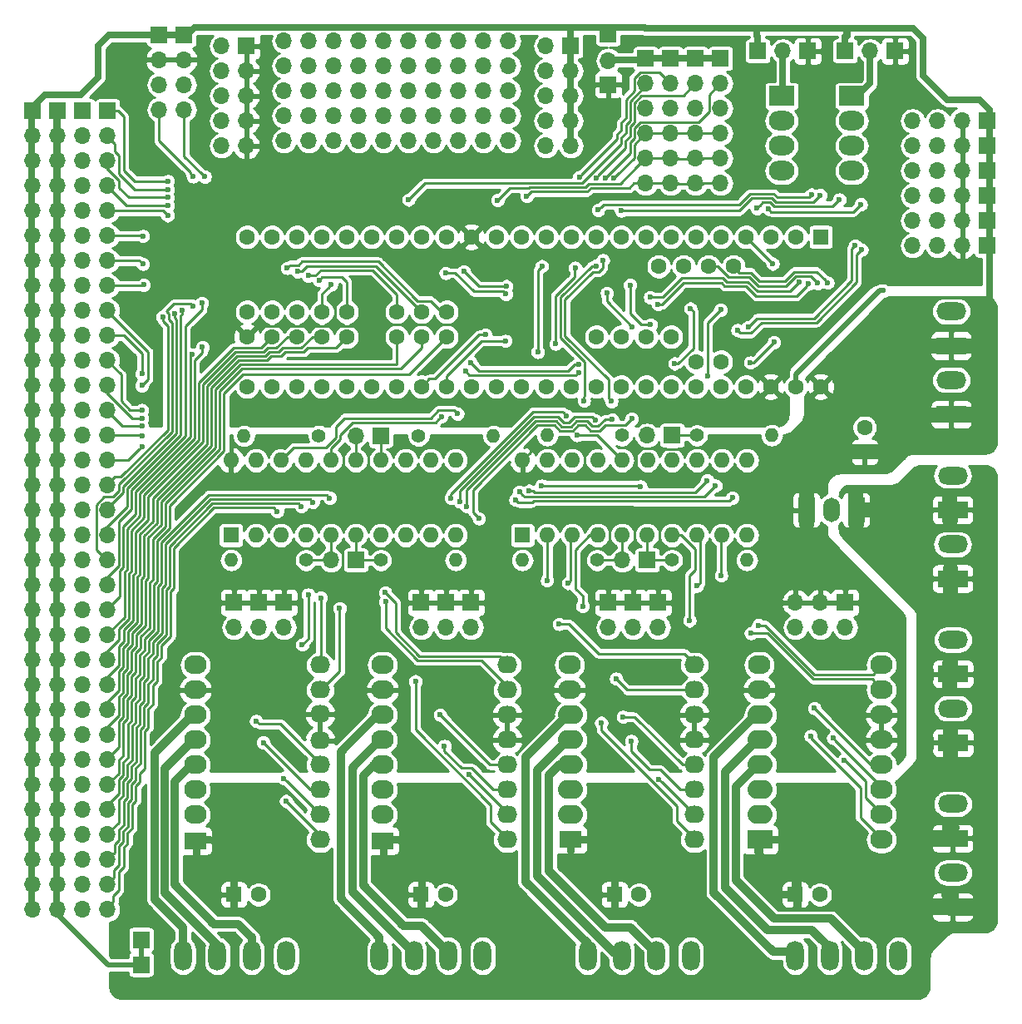
<source format=gbl>
G04 #@! TF.GenerationSoftware,KiCad,Pcbnew,(5.1.2)-1*
G04 #@! TF.CreationDate,2019-07-10T00:26:15-07:00*
G04 #@! TF.ProjectId,4Rose_t35_002a,34526f73-655f-4743-9335-5f303032612e,rev?*
G04 #@! TF.SameCoordinates,Original*
G04 #@! TF.FileFunction,Copper,L2,Bot*
G04 #@! TF.FilePolarity,Positive*
%FSLAX46Y46*%
G04 Gerber Fmt 4.6, Leading zero omitted, Abs format (unit mm)*
G04 Created by KiCad (PCBNEW (5.1.2)-1) date 2019-07-10 00:26:15*
%MOMM*%
%LPD*%
G04 APERTURE LIST*
%ADD10O,1.700000X1.700000*%
%ADD11R,1.700000X1.700000*%
%ADD12C,1.600000*%
%ADD13R,1.600000X1.600000*%
%ADD14O,3.048000X1.800000*%
%ADD15R,3.048000X1.800000*%
%ADD16O,1.600000X1.600000*%
%ADD17R,1.700000X2.500000*%
%ADD18O,1.700000X2.500000*%
%ADD19O,1.800000X3.048000*%
%ADD20O,2.286000X1.905000*%
%ADD21O,2.032000X1.778000*%
%ADD22R,2.286000X1.778000*%
%ADD23O,2.540000X1.905000*%
%ADD24R,2.540000X1.905000*%
%ADD25C,1.400000*%
%ADD26O,1.400000X1.400000*%
%ADD27R,2.600000X2.000000*%
%ADD28O,2.600000X2.000000*%
%ADD29C,0.600000*%
%ADD30C,0.812800*%
%ADD31C,0.762000*%
%ADD32C,0.508000*%
%ADD33C,0.254000*%
%ADD34C,0.635000*%
%ADD35C,0.228600*%
%ADD36C,1.727200*%
%ADD37C,1.524000*%
%ADD38C,0.381000*%
G04 APERTURE END LIST*
D10*
X120472200Y-166624000D03*
X120472200Y-164084000D03*
X120472200Y-161544000D03*
X120472200Y-159004000D03*
X120472200Y-156464000D03*
X120472200Y-153924000D03*
X120472200Y-151384000D03*
X120472200Y-148844000D03*
X120472200Y-146304000D03*
X120472200Y-143764000D03*
X120472200Y-141224000D03*
X120472200Y-138684000D03*
X120472200Y-136144000D03*
X120472200Y-133604000D03*
X120472200Y-131064000D03*
X120472200Y-128524000D03*
X120472200Y-125984000D03*
X120472200Y-123444000D03*
X120472200Y-120904000D03*
X120472200Y-118364000D03*
X120472200Y-115824000D03*
X120472200Y-113284000D03*
X120472200Y-110744000D03*
X120472200Y-108204000D03*
X120472200Y-105664000D03*
X120472200Y-103124000D03*
X120472200Y-100584000D03*
X120472200Y-98044000D03*
X120472200Y-95504000D03*
X120472200Y-92964000D03*
X120472200Y-90424000D03*
X120472200Y-87884000D03*
D11*
X120472200Y-85344000D03*
D10*
X117932200Y-166624000D03*
X117932200Y-164084000D03*
X117932200Y-161544000D03*
X117932200Y-159004000D03*
X117932200Y-156464000D03*
X117932200Y-153924000D03*
X117932200Y-151384000D03*
X117932200Y-148844000D03*
X117932200Y-146304000D03*
X117932200Y-143764000D03*
X117932200Y-141224000D03*
X117932200Y-138684000D03*
X117932200Y-136144000D03*
X117932200Y-133604000D03*
X117932200Y-131064000D03*
X117932200Y-128524000D03*
X117932200Y-125984000D03*
X117932200Y-123444000D03*
X117932200Y-120904000D03*
X117932200Y-118364000D03*
X117932200Y-115824000D03*
X117932200Y-113284000D03*
X117932200Y-110744000D03*
X117932200Y-108204000D03*
X117932200Y-105664000D03*
X117932200Y-103124000D03*
X117932200Y-100584000D03*
X117932200Y-98044000D03*
X117932200Y-95504000D03*
X117932200Y-92964000D03*
X117932200Y-90424000D03*
X117932200Y-87884000D03*
D11*
X117932200Y-85344000D03*
X115392200Y-85344000D03*
D10*
X115392200Y-87884000D03*
X115392200Y-90424000D03*
X115392200Y-92964000D03*
X115392200Y-95504000D03*
X115392200Y-98044000D03*
X115392200Y-100584000D03*
X115392200Y-103124000D03*
X115392200Y-105664000D03*
X115392200Y-108204000D03*
X115392200Y-110744000D03*
X115392200Y-113284000D03*
X115392200Y-115824000D03*
X115392200Y-118364000D03*
X115392200Y-120904000D03*
X115392200Y-123444000D03*
X115392200Y-125984000D03*
X115392200Y-128524000D03*
X115392200Y-131064000D03*
X115392200Y-133604000D03*
X115392200Y-136144000D03*
X115392200Y-138684000D03*
X115392200Y-141224000D03*
X115392200Y-143764000D03*
X115392200Y-146304000D03*
X115392200Y-148844000D03*
X115392200Y-151384000D03*
X115392200Y-153924000D03*
X115392200Y-156464000D03*
X115392200Y-159004000D03*
X115392200Y-161544000D03*
X115392200Y-164084000D03*
X115392200Y-166624000D03*
D11*
X203200000Y-79248000D03*
D10*
X200660000Y-79248000D03*
D11*
X198120000Y-79248000D03*
D12*
X154990800Y-98171000D03*
X152450800Y-98171000D03*
X149910800Y-98171000D03*
X147370800Y-98171000D03*
X157530800Y-98171000D03*
X160070800Y-98171000D03*
X162610800Y-98171000D03*
X144830800Y-98171000D03*
X142290800Y-98171000D03*
X139750800Y-98171000D03*
X137210800Y-98171000D03*
X137210800Y-113411000D03*
X139750800Y-113411000D03*
X142290800Y-113411000D03*
X144830800Y-113411000D03*
X147370800Y-113411000D03*
X149910800Y-113411000D03*
X152450800Y-113411000D03*
X154990800Y-113411000D03*
X165150800Y-98171000D03*
X167690800Y-98171000D03*
X170230800Y-98171000D03*
X172770800Y-98171000D03*
X175310800Y-98171000D03*
X177850800Y-98171000D03*
X180390800Y-98171000D03*
X182930800Y-98171000D03*
X185470800Y-98171000D03*
X188010800Y-98171000D03*
X190550800Y-98171000D03*
X193090800Y-98171000D03*
D13*
X195630800Y-98171000D03*
D12*
X157530800Y-113411000D03*
X160070800Y-113411000D03*
X162610800Y-113411000D03*
X165150800Y-113411000D03*
X167690800Y-113411000D03*
X170230800Y-113411000D03*
X172770800Y-113411000D03*
X175310800Y-113411000D03*
X177850800Y-113411000D03*
X180390800Y-113411000D03*
X182930800Y-113411000D03*
X185470800Y-113411000D03*
X188010800Y-113411000D03*
X190550800Y-113411000D03*
X193090800Y-113411000D03*
X195630800Y-113411000D03*
X185470800Y-110871000D03*
X182930800Y-110871000D03*
X157530800Y-105791000D03*
X154990800Y-105791000D03*
X152450800Y-105791000D03*
X147370800Y-105791000D03*
X144830800Y-105791000D03*
X142290800Y-105791000D03*
X139750800Y-105791000D03*
X137210800Y-105791000D03*
X137210800Y-108331000D03*
X139750800Y-108331000D03*
X142290800Y-108331000D03*
X144830800Y-108331000D03*
X147370800Y-108331000D03*
X152450800Y-108331000D03*
X154990800Y-108331000D03*
X157530800Y-108331000D03*
X172770800Y-108331000D03*
X175310800Y-108331000D03*
X177850800Y-108331000D03*
X180390800Y-108331000D03*
X186740800Y-101171000D03*
X184200800Y-101171000D03*
X181660800Y-101171000D03*
X179120800Y-101171000D03*
D11*
X160020000Y-135382000D03*
D10*
X160020000Y-137922000D03*
D11*
X157480000Y-135382000D03*
D10*
X157480000Y-137922000D03*
D11*
X154940000Y-135382000D03*
D10*
X154940000Y-137922000D03*
D14*
X209054700Y-122443600D03*
D15*
X209054700Y-125943600D03*
D14*
X209054700Y-129443600D03*
D15*
X209054700Y-132943600D03*
D10*
X140970000Y-78232000D03*
X140970000Y-80772000D03*
X140970000Y-83312000D03*
X140970000Y-85852000D03*
X140970000Y-88392000D03*
D12*
X138390000Y-165100000D03*
D13*
X135890000Y-165100000D03*
X165252400Y-128524000D03*
D16*
X188112400Y-120904000D03*
X167792400Y-128524000D03*
X185572400Y-120904000D03*
X170302400Y-128524000D03*
X183032400Y-120904000D03*
X172902400Y-128524000D03*
X180492400Y-120904000D03*
X175412400Y-128524000D03*
X177982400Y-120904000D03*
X177952400Y-128524000D03*
X175382400Y-120904000D03*
X180492400Y-128524000D03*
X172912400Y-120904000D03*
X183032400Y-128524000D03*
X170292400Y-120904000D03*
X185572400Y-128524000D03*
X167792400Y-120904000D03*
X188112400Y-128524000D03*
X165252400Y-120904000D03*
D13*
X174625000Y-165100000D03*
D12*
X177125000Y-165100000D03*
D13*
X154940000Y-165100000D03*
D12*
X157440000Y-165100000D03*
D13*
X193040000Y-165100000D03*
D12*
X195540000Y-165100000D03*
D13*
X200101200Y-120065800D03*
D12*
X200101200Y-117565800D03*
D17*
X199237600Y-125958600D03*
D18*
X196697600Y-125958600D03*
D17*
X194157600Y-125958600D03*
D10*
X148590000Y-78232000D03*
X148590000Y-80772000D03*
X148590000Y-83312000D03*
X148590000Y-85852000D03*
X148590000Y-88392000D03*
X151130000Y-78232000D03*
X151130000Y-80772000D03*
X151130000Y-83312000D03*
X151130000Y-85852000D03*
X151130000Y-88392000D03*
X153670000Y-78232000D03*
X153670000Y-80772000D03*
X153670000Y-83312000D03*
X153670000Y-85852000D03*
X153670000Y-88392000D03*
X156210000Y-78232000D03*
X156210000Y-80772000D03*
X156210000Y-83312000D03*
X156210000Y-85852000D03*
X156210000Y-88392000D03*
X158750000Y-78232000D03*
X158750000Y-80772000D03*
X158750000Y-83312000D03*
X158750000Y-85852000D03*
X158750000Y-88392000D03*
X161290000Y-78232000D03*
X161290000Y-80772000D03*
X161290000Y-83312000D03*
X161290000Y-85852000D03*
X161290000Y-88392000D03*
X163830000Y-78232000D03*
X163830000Y-80772000D03*
X163830000Y-83312000D03*
X163830000Y-85852000D03*
X163830000Y-88392000D03*
X146050000Y-78232000D03*
X146050000Y-80772000D03*
X146050000Y-83312000D03*
X146050000Y-85852000D03*
X146050000Y-88392000D03*
X143510000Y-78232000D03*
X143510000Y-80772000D03*
X143510000Y-83312000D03*
X143510000Y-85852000D03*
X143510000Y-88392000D03*
D15*
X209071557Y-166370000D03*
D14*
X209071557Y-162870000D03*
D15*
X209071557Y-159370000D03*
D14*
X209071557Y-155870000D03*
D19*
X130683000Y-171323000D03*
X134183000Y-171323000D03*
X137683000Y-171323000D03*
X141183000Y-171323000D03*
X193040000Y-171323000D03*
X196540000Y-171323000D03*
X200040000Y-171323000D03*
X203540000Y-171323000D03*
X150698200Y-171323000D03*
X154198200Y-171323000D03*
X157698200Y-171323000D03*
X161198200Y-171323000D03*
D15*
X208915000Y-116230400D03*
D14*
X208915000Y-112730400D03*
D15*
X208915000Y-109230400D03*
D14*
X208915000Y-105730400D03*
D19*
X171881800Y-171323000D03*
X175381800Y-171323000D03*
X178881800Y-171323000D03*
X182381800Y-171323000D03*
D11*
X140970000Y-135382000D03*
D10*
X140970000Y-137922000D03*
D11*
X138430000Y-135382000D03*
D10*
X138430000Y-137922000D03*
D11*
X135890000Y-135382000D03*
D10*
X135890000Y-137922000D03*
D20*
X131953000Y-146812000D03*
D21*
X144653000Y-146735800D03*
D20*
X131953000Y-149352000D03*
X131953000Y-144272000D03*
X131953000Y-141732000D03*
D21*
X144653000Y-141732000D03*
X144653000Y-144272000D03*
X144653000Y-149428200D03*
X144653000Y-151892000D03*
X144653000Y-154432000D03*
X144653000Y-156972000D03*
X144653000Y-159512000D03*
D20*
X131953000Y-151892000D03*
X131953000Y-154432000D03*
X131953000Y-156972000D03*
D22*
X131953000Y-159639000D03*
D20*
X151003000Y-146812000D03*
D21*
X163703000Y-146812000D03*
D20*
X151003000Y-149352000D03*
X151003000Y-144272000D03*
X151003000Y-141732000D03*
D21*
X163703000Y-141732000D03*
X163703000Y-144272000D03*
X163703000Y-149352000D03*
X163703000Y-151892000D03*
X163703000Y-154432000D03*
X163703000Y-156972000D03*
X163703000Y-159512000D03*
D20*
X151003000Y-151892000D03*
X151003000Y-154432000D03*
X151003000Y-156972000D03*
D22*
X151003000Y-159639000D03*
D23*
X170180000Y-146812000D03*
D21*
X182753000Y-146812000D03*
D23*
X170180000Y-149352000D03*
D20*
X170053000Y-144272000D03*
X170053000Y-141732000D03*
D21*
X182753000Y-141732000D03*
X182753000Y-144272000D03*
X182753000Y-149352000D03*
X182753000Y-151892000D03*
X182753000Y-154432000D03*
X182753000Y-156972000D03*
X182753000Y-159512000D03*
D23*
X170180000Y-151892000D03*
X170180000Y-154432000D03*
X170180000Y-156972000D03*
D22*
X170180000Y-159512000D03*
D11*
X194310000Y-79248000D03*
D10*
X191770000Y-79248000D03*
D11*
X189230000Y-79248000D03*
X173990000Y-77512000D03*
D10*
X173990000Y-80222000D03*
D11*
X173990000Y-82677000D03*
X179070000Y-135382000D03*
D10*
X179070000Y-137922000D03*
D11*
X176530000Y-135382000D03*
D10*
X176530000Y-137922000D03*
D11*
X173990000Y-135382000D03*
D10*
X173990000Y-137922000D03*
D23*
X189484000Y-146812000D03*
D20*
X201803000Y-146812000D03*
D23*
X189484000Y-149352000D03*
D20*
X189357000Y-144272000D03*
X189357000Y-141732000D03*
X201803000Y-141732000D03*
X201803000Y-144272000D03*
X201803000Y-149352000D03*
X201803000Y-151892000D03*
X201803000Y-154432000D03*
X201803000Y-156972000D03*
X201803000Y-159512000D03*
D23*
X189484000Y-151892000D03*
X189484000Y-154432000D03*
X189484000Y-156972000D03*
D24*
X189484000Y-159512000D03*
D15*
X209092800Y-149656800D03*
D14*
X209092800Y-146156800D03*
D15*
X209092800Y-142656800D03*
D14*
X209092800Y-139156800D03*
D16*
X135585200Y-120904000D03*
X158445200Y-128524000D03*
X138125200Y-120904000D03*
X155905200Y-128524000D03*
X140665200Y-120904000D03*
X153365200Y-128524000D03*
X143205200Y-120904000D03*
X150825200Y-128524000D03*
X145745200Y-120904000D03*
X148285200Y-128524000D03*
X148285200Y-120904000D03*
X145745200Y-128524000D03*
X150825200Y-120904000D03*
X143205200Y-128524000D03*
X153365200Y-120904000D03*
X140665200Y-128524000D03*
X155905200Y-120904000D03*
X138125200Y-128524000D03*
X158445200Y-120904000D03*
D13*
X135585200Y-128524000D03*
D10*
X193040000Y-137922000D03*
X193040000Y-135382000D03*
X195580000Y-137922000D03*
X195580000Y-135382000D03*
X198120000Y-137922000D03*
D11*
X198120000Y-135382000D03*
X148297900Y-131064000D03*
D10*
X145757900Y-131064000D03*
X148285200Y-118402100D03*
D11*
X150825200Y-118402100D03*
X177952400Y-131064000D03*
D10*
X175412400Y-131064000D03*
X177952400Y-118364000D03*
D11*
X180492400Y-118364000D03*
D25*
X143205200Y-131064000D03*
D26*
X135585200Y-131064000D03*
X158445200Y-131064000D03*
D25*
X150825200Y-131064000D03*
X144526000Y-118402100D03*
D26*
X136906000Y-118402100D03*
X162300920Y-118402100D03*
D25*
X154680920Y-118402100D03*
X172872400Y-131064000D03*
D26*
X165252400Y-131064000D03*
X188112400Y-131064000D03*
D25*
X180492400Y-131064000D03*
X175412400Y-118364000D03*
D26*
X167792400Y-118364000D03*
X190652400Y-118364000D03*
D25*
X183032400Y-118364000D03*
D11*
X126428500Y-172224700D03*
X126428500Y-169684700D03*
X123012200Y-85344000D03*
D10*
X123012200Y-87884000D03*
X123012200Y-90424000D03*
X123012200Y-92964000D03*
X123012200Y-95504000D03*
X123012200Y-98044000D03*
X123012200Y-100584000D03*
X123012200Y-103124000D03*
X123012200Y-105664000D03*
X123012200Y-108204000D03*
X123012200Y-110744000D03*
X123012200Y-113284000D03*
X123012200Y-115824000D03*
X123012200Y-118364000D03*
X123012200Y-120904000D03*
X123012200Y-123444000D03*
X123012200Y-125984000D03*
X123012200Y-128524000D03*
X123012200Y-131064000D03*
X123012200Y-133604000D03*
X123012200Y-136144000D03*
X123012200Y-138684000D03*
X123012200Y-141224000D03*
X123012200Y-143764000D03*
X123012200Y-146304000D03*
X123012200Y-148844000D03*
X123012200Y-151384000D03*
X123012200Y-153924000D03*
X123012200Y-156464000D03*
X123012200Y-159004000D03*
X123012200Y-161544000D03*
X123012200Y-164084000D03*
X123012200Y-166624000D03*
D11*
X130810000Y-77597000D03*
D10*
X130810000Y-80137000D03*
X130810000Y-82677000D03*
X130810000Y-85217000D03*
D11*
X128270000Y-77597000D03*
D10*
X128270000Y-80137000D03*
X128270000Y-82677000D03*
X128270000Y-85217000D03*
D11*
X177800000Y-80010000D03*
D10*
X177800000Y-82550000D03*
X177800000Y-85090000D03*
X177800000Y-87630000D03*
X177800000Y-90170000D03*
X177800000Y-92710000D03*
X204978000Y-86360000D03*
X207518000Y-86360000D03*
X210058000Y-86360000D03*
D11*
X212598000Y-86360000D03*
X212598000Y-88900000D03*
D10*
X210058000Y-88900000D03*
X207518000Y-88900000D03*
X204978000Y-88900000D03*
X182880000Y-92710000D03*
X182880000Y-90170000D03*
X182880000Y-87630000D03*
X182880000Y-85090000D03*
X182880000Y-82550000D03*
D11*
X182880000Y-80010000D03*
D10*
X185420000Y-92710000D03*
X185420000Y-90170000D03*
X185420000Y-87630000D03*
X185420000Y-85090000D03*
X185420000Y-82550000D03*
D11*
X185420000Y-80010000D03*
X180340000Y-80010000D03*
D10*
X180340000Y-82550000D03*
X180340000Y-85090000D03*
X180340000Y-87630000D03*
X180340000Y-90170000D03*
X180340000Y-92710000D03*
X204978000Y-93980000D03*
X207518000Y-93980000D03*
X210058000Y-93980000D03*
D11*
X212598000Y-93980000D03*
D10*
X204978000Y-91440000D03*
X207518000Y-91440000D03*
X210058000Y-91440000D03*
D11*
X212598000Y-91440000D03*
X212598000Y-96520000D03*
D10*
X210058000Y-96520000D03*
X207518000Y-96520000D03*
X204978000Y-96520000D03*
X204978000Y-99060000D03*
X207518000Y-99060000D03*
X210058000Y-99060000D03*
D11*
X212598000Y-99060000D03*
D27*
X198780400Y-83820000D03*
D28*
X198780400Y-86360000D03*
X198780400Y-88900000D03*
X198780400Y-91440000D03*
X191643000Y-91440000D03*
X191643000Y-88900000D03*
X191643000Y-86360000D03*
D27*
X191643000Y-83820000D03*
D10*
X167640000Y-88900000D03*
X170180000Y-88900000D03*
X167640000Y-86360000D03*
X170180000Y-86360000D03*
X167640000Y-83820000D03*
X170180000Y-83820000D03*
X167640000Y-81280000D03*
X170180000Y-81280000D03*
X167640000Y-78740000D03*
D11*
X170180000Y-78740000D03*
D10*
X134620000Y-88900000D03*
X137160000Y-88900000D03*
X134620000Y-86360000D03*
X137160000Y-86360000D03*
X134620000Y-83820000D03*
X137160000Y-83820000D03*
X134620000Y-81280000D03*
X137160000Y-81280000D03*
X134620000Y-78740000D03*
D11*
X137160000Y-78740000D03*
D29*
X123139200Y-81114900D03*
X123710700Y-80543400D03*
X124371100Y-80111600D03*
X168643300Y-109042200D03*
X174586900Y-92140168D03*
X170611800Y-101307900D03*
X162725100Y-94424500D03*
X170794716Y-118351567D03*
X167233600Y-101142800D03*
X171043600Y-92062300D03*
X166814500Y-109880400D03*
X159981900Y-110947200D03*
X170975390Y-111153070D03*
X156997400Y-116433600D03*
X159435800Y-111836200D03*
X170975390Y-111953083D03*
X158635700Y-116166900D03*
X157441900Y-101828600D03*
X176425101Y-107318299D03*
X173847393Y-103884479D03*
X163576100Y-103974800D03*
X131741471Y-92026166D03*
X176212500Y-103060500D03*
X159289750Y-101669850D03*
X178308000Y-107086400D03*
X163615409Y-103175474D03*
X132905500Y-92036900D03*
X167220900Y-123482100D03*
X177266600Y-123571000D03*
X184048400Y-122948700D03*
X165935832Y-124007510D03*
X184912000Y-123482100D03*
X164940047Y-124096410D03*
X186639200Y-124714000D03*
X164541200Y-124904500D03*
X202006200Y-103619300D03*
X199109845Y-99034120D03*
X188239400Y-107340400D03*
X199784824Y-99463564D03*
X187147200Y-107657900D03*
X165696900Y-93992700D03*
X172745400Y-92140168D03*
X173710600Y-92140168D03*
X194678300Y-93865700D03*
X172961300Y-95427800D03*
X175310590Y-95496010D03*
X195580000Y-93916500D03*
X174307500Y-114896900D03*
X173443900Y-100528490D03*
X171513500Y-114820698D03*
X172745400Y-101104700D03*
X182359300Y-105462321D03*
X180733700Y-111048800D03*
X184124600Y-112331500D03*
X185432700Y-105575100D03*
X190868300Y-108877100D03*
X190728600Y-100888800D03*
X188468000Y-110947200D03*
X197523100Y-94348300D03*
X189115700Y-95250000D03*
X199707500Y-94843600D03*
X190270591Y-95298251D03*
X138137900Y-147434300D03*
X138861800Y-149618700D03*
X156857700Y-146799300D03*
X157314900Y-149987000D03*
X175501300Y-147015200D03*
X176339500Y-149466300D03*
X140944600Y-153263600D03*
X159804100Y-152857200D03*
X179148783Y-153362617D03*
X126504700Y-113284000D03*
X126504700Y-112090200D03*
X126504700Y-115785898D03*
X126530100Y-116624100D03*
X126530100Y-117424113D03*
X126555500Y-118376700D03*
X126542801Y-119481599D03*
X141300200Y-101320600D03*
X128625600Y-106299000D03*
X142342736Y-101680755D03*
X129853041Y-105966342D03*
X143434821Y-102107461D03*
X130581400Y-105600500D03*
X144540422Y-102567084D03*
X131711700Y-105206800D03*
X145783300Y-103022400D03*
X132613400Y-104889300D03*
X131610100Y-110134400D03*
X132676900Y-109397800D03*
X161481410Y-108123090D03*
X178247634Y-104313090D03*
X193421000Y-102750990D03*
X163512500Y-108737400D03*
X179070000Y-105033710D03*
X194373500Y-102933500D03*
X145630900Y-124726700D03*
X157988000Y-124728368D03*
X169755437Y-116372170D03*
X143903700Y-125156979D03*
X172669200Y-116827300D03*
X158925829Y-125130066D03*
X142739215Y-125585590D03*
X174384489Y-116735389D03*
X159583490Y-125585590D03*
X160820100Y-126822200D03*
X140284200Y-126098300D03*
X176377600Y-116674900D03*
X196316600Y-102831900D03*
X195313300Y-102870000D03*
X129153572Y-93341775D03*
X129132489Y-94141509D03*
X129146501Y-94970408D03*
X129133600Y-95978645D03*
X126606298Y-98082100D03*
X126619000Y-100914200D03*
X126682500Y-103047800D03*
X129159000Y-92481400D03*
X153661067Y-94369933D03*
X189280800Y-137680700D03*
X185496200Y-132626100D03*
X188518800Y-138493500D03*
X183032400Y-133667500D03*
X194602100Y-148958300D03*
X182257700Y-137210800D03*
X198005700Y-151422100D03*
X196896090Y-149161500D03*
X194965690Y-146126200D03*
X151290390Y-134373990D03*
X151307800Y-135305800D03*
X154355800Y-143395700D03*
X173278800Y-147624800D03*
X171386500Y-135763000D03*
X168986200Y-137566400D03*
X167754300Y-133121400D03*
X169913300Y-133400800D03*
X174777400Y-143129000D03*
X144713917Y-134889283D03*
X146646900Y-135953500D03*
X141185900Y-155587700D03*
X142836900Y-139661900D03*
X143433800Y-134569200D03*
D30*
X131762500Y-149352000D02*
X132080000Y-149352000D01*
X128819289Y-152295211D02*
X131762500Y-149352000D01*
X128819289Y-164861889D02*
X128819289Y-152295211D01*
X134183000Y-170942000D02*
X134183000Y-170225600D01*
X134183000Y-170225600D02*
X128819289Y-164861889D01*
D31*
X132067300Y-146812000D02*
X132080000Y-146812000D01*
D30*
X131686300Y-146812000D02*
X132067300Y-146812000D01*
X127806478Y-150691822D02*
X131686300Y-146812000D01*
X127806478Y-165588978D02*
X127806478Y-150691822D01*
X130683000Y-170942000D02*
X130683000Y-168465500D01*
X130683000Y-168465500D02*
X127806478Y-165588978D01*
X141183000Y-170942000D02*
X141249400Y-170942000D01*
X137718800Y-170906200D02*
X137683000Y-170942000D01*
X137718800Y-169506900D02*
X137718800Y-170906200D01*
X131546600Y-151892000D02*
X129832100Y-153606500D01*
X129832100Y-153606500D02*
X129832100Y-164071300D01*
X129832100Y-164071300D02*
X133845300Y-168084500D01*
X132080000Y-151892000D02*
X131546600Y-151892000D01*
X133845300Y-168084500D02*
X136296400Y-168084500D01*
X136296400Y-168084500D02*
X137718800Y-169506900D01*
X150787100Y-149352000D02*
X151130000Y-149352000D01*
X147967700Y-152171400D02*
X150787100Y-149352000D01*
X154198200Y-171043600D02*
X147967700Y-164813100D01*
X147967700Y-164813100D02*
X147967700Y-152171400D01*
D31*
X151130000Y-146812000D02*
X151117300Y-146812000D01*
D30*
X150698200Y-169430700D02*
X150698200Y-171043600D01*
X146764389Y-165496889D02*
X150698200Y-169430700D01*
X146764389Y-150568011D02*
X146764389Y-165496889D01*
X151117300Y-146812000D02*
X150520400Y-146812000D01*
X150520400Y-146812000D02*
X146764389Y-150568011D01*
X157698200Y-170982400D02*
X157698200Y-171043600D01*
X150202900Y-151892000D02*
X149034500Y-153060400D01*
X151130000Y-151892000D02*
X150202900Y-151892000D01*
X149034500Y-153060400D02*
X149034500Y-164147500D01*
X149034500Y-164147500D02*
X153162000Y-168275000D01*
X153162000Y-168275000D02*
X154990800Y-168275000D01*
X154990800Y-168275000D02*
X157698200Y-170982400D01*
X169862500Y-149352000D02*
X170180000Y-149352000D01*
X166789100Y-152425400D02*
X169862500Y-149352000D01*
X166789100Y-163195000D02*
X166789100Y-152425400D01*
X175381800Y-171043600D02*
X174637700Y-171043600D01*
X174637700Y-171043600D02*
X166789100Y-163195000D01*
X169862500Y-146812000D02*
X170180000Y-146812000D01*
X165573089Y-151101411D02*
X169862500Y-146812000D01*
X165573089Y-163795089D02*
X165573089Y-151101411D01*
X171881800Y-171043600D02*
X171881800Y-170103800D01*
X171881800Y-170103800D02*
X165573089Y-163795089D01*
X176278300Y-168440100D02*
X178881800Y-171043600D01*
X173723300Y-168440100D02*
X176278300Y-168440100D01*
X167982900Y-162699700D02*
X173723300Y-168440100D01*
X167982900Y-152946100D02*
X167982900Y-162699700D01*
X170180000Y-151892000D02*
X169037000Y-151892000D01*
X169037000Y-151892000D02*
X167982900Y-152946100D01*
D32*
X117856000Y-121920000D02*
X117856000Y-124460000D01*
D33*
X117856000Y-119380000D02*
X117856000Y-120582081D01*
X117856000Y-120582081D02*
X117949319Y-120675400D01*
D32*
X117856000Y-129540000D02*
X117856000Y-132080000D01*
X117856000Y-127000000D02*
X117856000Y-129540000D01*
X117856000Y-124460000D02*
X117856000Y-127000000D01*
D34*
X117856000Y-85344000D02*
X117856000Y-87884000D01*
X117856000Y-87884000D02*
X117856000Y-90424000D01*
X117856000Y-90424000D02*
X117856000Y-92964000D01*
X117856000Y-92964000D02*
X117856000Y-95504000D01*
X117856000Y-95504000D02*
X117856000Y-98044000D01*
X117856000Y-98044000D02*
X117856000Y-100584000D01*
X117856000Y-100584000D02*
X117856000Y-103124000D01*
X117856000Y-103124000D02*
X117856000Y-105664000D01*
X117856000Y-105664000D02*
X117856000Y-108204000D01*
X117856000Y-108204000D02*
X117856000Y-110744000D01*
X117856000Y-110744000D02*
X117856000Y-113284000D01*
X117856000Y-113284000D02*
X117856000Y-115824000D01*
X117856000Y-115824000D02*
X117856000Y-118364000D01*
X117856000Y-118364000D02*
X117856000Y-120904000D01*
X117856000Y-120904000D02*
X117856000Y-123444000D01*
X117856000Y-123444000D02*
X117856000Y-125984000D01*
X117856000Y-125984000D02*
X117856000Y-128524000D01*
X117856000Y-128524000D02*
X117856000Y-131064000D01*
X117856000Y-131064000D02*
X117856000Y-133604000D01*
X117856000Y-133604000D02*
X117856000Y-136144000D01*
X117856000Y-136144000D02*
X117856000Y-138684000D01*
X117856000Y-138684000D02*
X117856000Y-141224000D01*
X117856000Y-141224000D02*
X117856000Y-143764000D01*
X117856000Y-143764000D02*
X117856000Y-146304000D01*
X117856000Y-146304000D02*
X117856000Y-148844000D01*
X117856000Y-148844000D02*
X117856000Y-151384000D01*
X117856000Y-151384000D02*
X117856000Y-153924000D01*
X117856000Y-153924000D02*
X117856000Y-156464000D01*
X117856000Y-156464000D02*
X117856000Y-159004000D01*
X117856000Y-159004000D02*
X117856000Y-161544000D01*
X117856000Y-161544000D02*
X117856000Y-164084000D01*
X117856000Y-164084000D02*
X117856000Y-166624000D01*
D35*
X137210800Y-108331000D02*
X138325101Y-107216699D01*
X149304499Y-107216699D02*
X149364700Y-107276900D01*
X149364700Y-107276900D02*
X149364700Y-107530900D01*
X140928601Y-107216699D02*
X140928601Y-107070401D01*
X138325101Y-107216699D02*
X140928601Y-107216699D01*
X140868400Y-107010200D02*
X140868400Y-106959400D01*
X140928601Y-107070401D02*
X140868400Y-107010200D01*
X143671801Y-107216699D02*
X143671801Y-107026199D01*
X140928601Y-107216699D02*
X143671801Y-107216699D01*
X145945101Y-107216699D02*
X145945101Y-107076999D01*
X143671801Y-107216699D02*
X145945101Y-107216699D01*
X145945101Y-107076999D02*
X146177000Y-106845100D01*
X146177000Y-106845100D02*
X146177000Y-104724200D01*
X146129499Y-107216699D02*
X146129499Y-107369099D01*
X145945101Y-107216699D02*
X146129499Y-107216699D01*
X146129499Y-107216699D02*
X149304499Y-107216699D01*
X150342600Y-107871966D02*
X149908966Y-108305600D01*
X155663900Y-101434900D02*
X155663900Y-102285800D01*
X156273500Y-100825300D02*
X155663900Y-101434900D01*
X157175200Y-100825300D02*
X156273500Y-100825300D01*
X159029501Y-98970999D02*
X157175200Y-100825300D01*
X159346900Y-107073700D02*
X156197300Y-107073700D01*
X159270801Y-98970999D02*
X159029501Y-98970999D01*
X155663900Y-102285800D02*
X157416500Y-104038400D01*
X157416500Y-104038400D02*
X158216600Y-104038400D01*
X158216600Y-104038400D02*
X159880300Y-105702100D01*
X159880300Y-105702100D02*
X159880300Y-106540300D01*
X159880300Y-106540300D02*
X159346900Y-107073700D01*
X156197300Y-107073700D02*
X156070300Y-107200700D01*
X160070800Y-98171000D02*
X159270801Y-98970999D01*
X150342600Y-107086400D02*
X150342600Y-107871966D01*
X156070300Y-107200700D02*
X156070300Y-107086400D01*
X153822400Y-107086400D02*
X153822400Y-107327700D01*
X156070300Y-107086400D02*
X153822400Y-107086400D01*
X153822400Y-107086400D02*
X150342600Y-107086400D01*
X153822400Y-107327700D02*
X153822400Y-107264200D01*
D32*
X126428500Y-172224700D02*
X126428500Y-169684700D01*
X123088400Y-172224700D02*
X126428500Y-172224700D01*
X117856000Y-166624000D02*
X117856000Y-166992300D01*
X117856000Y-166992300D02*
X123088400Y-172224700D01*
D31*
X208817557Y-166402137D02*
X206480758Y-166402137D01*
D36*
X211052758Y-166376737D02*
X206277558Y-166376737D01*
X211078158Y-166402137D02*
X211052758Y-166376737D01*
X208817557Y-166402137D02*
X211078158Y-166402137D01*
X208817558Y-165081337D02*
X208741358Y-165157537D01*
X208817557Y-166402137D02*
X208817558Y-165081337D01*
X206267158Y-159402137D02*
X206307558Y-159442537D01*
X208817558Y-159402137D02*
X206267158Y-159402137D01*
X208817558Y-158197937D02*
X208893758Y-158274137D01*
X208817558Y-159402137D02*
X208817558Y-158197937D01*
D37*
X208800700Y-132943600D02*
X208800700Y-134988300D01*
X208800700Y-134988300D02*
X208864200Y-134924800D01*
X208864200Y-134924800D02*
X208864200Y-131851400D01*
X208800700Y-125943600D02*
X208800700Y-127076200D01*
X208800700Y-127076200D02*
X208737200Y-127012700D01*
X208737200Y-127012700D02*
X208737200Y-124714000D01*
X208838800Y-142656800D02*
X208838800Y-141439900D01*
X208838800Y-141439900D02*
X208788000Y-141490700D01*
X208788000Y-141490700D02*
X208788000Y-143979900D01*
X208838800Y-149656800D02*
X208838800Y-148361400D01*
X208838800Y-148361400D02*
X208826100Y-148374100D01*
X208826100Y-148374100D02*
X208826100Y-151307800D01*
X200812400Y-125958600D02*
X200827400Y-125943600D01*
X199237600Y-125958600D02*
X200812400Y-125958600D01*
X199237600Y-125958600D02*
X199237600Y-127508000D01*
X199237600Y-127508000D02*
X199161400Y-127431800D01*
X199161400Y-127431800D02*
X199161400Y-124447300D01*
D31*
X133426200Y-159512000D02*
X132080000Y-159512000D01*
X132080000Y-159512000D02*
X132080000Y-160883600D01*
X151130000Y-159512000D02*
X152717500Y-159512000D01*
X151130000Y-159512000D02*
X151130000Y-160947100D01*
X170180000Y-159512000D02*
X170180000Y-160655000D01*
X170180000Y-159512000D02*
X171894500Y-159512000D01*
X189230000Y-159512000D02*
X189230000Y-160743900D01*
X189230000Y-159512000D02*
X191376300Y-159512000D01*
X135890000Y-165100000D02*
X135890000Y-166522400D01*
X135890000Y-166522400D02*
X135864600Y-166497000D01*
X135864600Y-166497000D02*
X135864600Y-163309300D01*
X154940000Y-166662000D02*
X154952700Y-166674700D01*
X154940000Y-165100000D02*
X154940000Y-166662000D01*
X154952700Y-166674700D02*
X154952700Y-163880800D01*
X174625000Y-163538000D02*
X174663100Y-163499900D01*
X174625000Y-165100000D02*
X174625000Y-163538000D01*
X174663100Y-163499900D02*
X174663100Y-166865300D01*
X193040000Y-165100000D02*
X193040000Y-163690300D01*
X193040000Y-163690300D02*
X193230500Y-163880800D01*
X193230500Y-163880800D02*
X193230500Y-166243000D01*
X193040000Y-165100000D02*
X191452500Y-165100000D01*
D35*
X179002081Y-87630000D02*
X180340000Y-87630000D01*
X177800000Y-87630000D02*
X179002081Y-87630000D01*
X180340000Y-87630000D02*
X182880000Y-87630000D01*
X182880000Y-87630000D02*
X185420000Y-87630000D01*
X176628411Y-88801589D02*
X176628411Y-90098657D01*
X177800000Y-87630000D02*
X176628411Y-88801589D01*
X176628411Y-90098657D02*
X174886899Y-91840169D01*
X174886899Y-91840169D02*
X174586900Y-92140168D01*
X170586400Y-101333300D02*
X170611800Y-101307900D01*
X170586400Y-102209600D02*
X170586400Y-101333300D01*
X168643300Y-109042200D02*
X168643300Y-104152700D01*
X168643300Y-104152700D02*
X170586400Y-102209600D01*
X181107607Y-90170000D02*
X181183131Y-90245524D01*
X178562000Y-90170000D02*
X181107607Y-90170000D01*
X181183131Y-90245524D02*
X183723133Y-90245524D01*
X182880000Y-90170000D02*
X185420000Y-90170000D01*
X177800000Y-90170000D02*
X180340000Y-90170000D01*
X162725100Y-94424500D02*
X163980888Y-93168712D01*
X163980888Y-93168712D02*
X165914741Y-93168712D01*
X165914741Y-93168712D02*
X165963864Y-93119589D01*
X165963864Y-93119589D02*
X171679424Y-93119589D01*
X175215522Y-92754478D02*
X176950001Y-91019999D01*
X176950001Y-91019999D02*
X177800000Y-90170000D01*
X171679424Y-93119589D02*
X172044535Y-92754478D01*
X172044535Y-92754478D02*
X175215522Y-92754478D01*
X172859967Y-118351567D02*
X171218980Y-118351567D01*
X171218980Y-118351567D02*
X170794716Y-118351567D01*
X175412400Y-120904000D02*
X172859967Y-118351567D01*
X166839900Y-109855000D02*
X166814500Y-109880400D01*
X166839900Y-101574600D02*
X166839900Y-109855000D01*
X167233600Y-101142800D02*
X167233600Y-101180900D01*
X167233600Y-101180900D02*
X166839900Y-101574600D01*
X175349866Y-87298834D02*
X174891700Y-87757000D01*
X175349866Y-86538527D02*
X175349866Y-87298834D01*
X174891700Y-88214200D02*
X171343599Y-91762301D01*
X175778478Y-86109915D02*
X175349866Y-86538527D01*
X171343599Y-91762301D02*
X171043600Y-92062300D01*
X179175699Y-81385699D02*
X177241135Y-81385699D01*
X180340000Y-82550000D02*
X179175699Y-81385699D01*
X174891700Y-87757000D02*
X174891700Y-88214200D01*
X177241135Y-81385699D02*
X176635699Y-81991135D01*
X176635699Y-81991135D02*
X176635699Y-83318842D01*
X176635699Y-83318842D02*
X175778478Y-84176062D01*
X175778478Y-84176062D02*
X175778478Y-86109915D01*
X170551126Y-111153070D02*
X170975390Y-111153070D01*
X159981900Y-110947200D02*
X160832800Y-111798100D01*
X160832800Y-111798100D02*
X169906096Y-111798100D01*
X169906096Y-111798100D02*
X170551126Y-111153070D01*
X145745200Y-119694046D02*
X146669111Y-118770136D01*
X146669111Y-118770136D02*
X146669111Y-118338335D01*
X156697401Y-116733599D02*
X156997400Y-116433600D01*
X146669111Y-118338335D02*
X147964246Y-117043200D01*
X147964246Y-117043200D02*
X156387800Y-117043200D01*
X156387800Y-117043200D02*
X156697401Y-116733599D01*
X145745200Y-120904000D02*
X145745200Y-119694046D01*
X159852682Y-112253082D02*
X170675391Y-112253082D01*
X159435800Y-111836200D02*
X159852682Y-112253082D01*
X170675391Y-112253082D02*
X170975390Y-111953083D01*
X158335701Y-115866901D02*
X158635700Y-116166900D01*
X140665200Y-120904000D02*
X141947900Y-119621300D01*
X141947900Y-119621300D02*
X145211800Y-119621300D01*
X145211800Y-119621300D02*
X146240500Y-118592600D01*
X155892500Y-116611400D02*
X156684602Y-115819298D01*
X146240500Y-118592600D02*
X146240500Y-117513099D01*
X146240500Y-117513099D02*
X147142199Y-116611400D01*
X147142199Y-116611400D02*
X155892500Y-116611400D01*
X156684602Y-115819298D02*
X158288098Y-115819298D01*
X158288098Y-115819298D02*
X158335701Y-115866901D01*
X173847393Y-104740591D02*
X173847393Y-104308743D01*
X173847393Y-104308743D02*
X173847393Y-103884479D01*
X176425101Y-107318299D02*
X173847393Y-104740591D01*
X158407100Y-101828600D02*
X157441900Y-101828600D01*
X160286700Y-103708200D02*
X158407100Y-101828600D01*
X163576100Y-103974800D02*
X163309500Y-103708200D01*
X163309500Y-103708200D02*
X160286700Y-103708200D01*
X128270000Y-88395958D02*
X131441472Y-91567430D01*
X128270000Y-85217000D02*
X128270000Y-88395958D01*
X131441472Y-91726167D02*
X131741471Y-92026166D01*
X131441472Y-91567430D02*
X131441472Y-91726167D01*
X178295300Y-107099100D02*
X178308000Y-107086400D01*
X177317400Y-107099100D02*
X178295300Y-107099100D01*
X176212500Y-103060500D02*
X176212500Y-105994200D01*
X176212500Y-105994200D02*
X177317400Y-107099100D01*
X159289750Y-101669850D02*
X160795374Y-103175474D01*
X163191145Y-103175474D02*
X163615409Y-103175474D01*
X160795374Y-103175474D02*
X163191145Y-103175474D01*
X130810000Y-85217000D02*
X130810000Y-89941400D01*
X130810000Y-89941400D02*
X132605501Y-91736901D01*
X132605501Y-91736901D02*
X132905500Y-92036900D01*
X167220900Y-123482100D02*
X177177700Y-123482100D01*
X177177700Y-123482100D02*
X177266600Y-123571000D01*
X166360096Y-124007510D02*
X165935832Y-124007510D01*
X176920934Y-124134502D02*
X166487088Y-124134502D01*
X176971734Y-124185302D02*
X176920934Y-124134502D01*
X184048400Y-122948700D02*
X182811798Y-124185302D01*
X182811798Y-124185302D02*
X176971734Y-124185302D01*
X166487088Y-124134502D02*
X166360096Y-124007510D01*
X176794198Y-124613913D02*
X176743398Y-124563113D01*
X165240046Y-124396409D02*
X164940047Y-124096410D01*
X184912000Y-123482100D02*
X183780187Y-124613913D01*
X183780187Y-124613913D02*
X176794198Y-124613913D01*
X176743398Y-124563113D02*
X166289397Y-124563113D01*
X166289397Y-124563113D02*
X166230698Y-124621812D01*
X165465449Y-124621812D02*
X165240046Y-124396409D01*
X166230698Y-124621812D02*
X165465449Y-124621812D01*
X176588137Y-125013999D02*
X166431958Y-125013999D01*
X166431958Y-125013999D02*
X166241458Y-125204499D01*
X176616662Y-125042524D02*
X176588137Y-125013999D01*
X164841199Y-125204499D02*
X164541200Y-124904500D01*
X186310676Y-125042524D02*
X176616662Y-125042524D01*
X166241458Y-125204499D02*
X164841199Y-125204499D01*
X186639200Y-124714000D02*
X186310676Y-125042524D01*
D32*
X201650600Y-103619300D02*
X202006200Y-103619300D01*
X193090800Y-113411000D02*
X193090800Y-112179100D01*
X193090800Y-112179100D02*
X201650600Y-103619300D01*
D35*
X188539399Y-107040401D02*
X188239400Y-107340400D01*
X189137911Y-106441889D02*
X188539399Y-107040401D01*
X194941811Y-106441889D02*
X189137911Y-106441889D01*
X198780400Y-102603300D02*
X194941811Y-106441889D01*
X199109845Y-99034120D02*
X198780400Y-99363565D01*
X198780400Y-99363565D02*
X198780400Y-102603300D01*
X187447199Y-107957899D02*
X187147200Y-107657900D01*
X199784824Y-99463564D02*
X199275700Y-99972688D01*
X199275700Y-99972688D02*
X199275700Y-102768400D01*
X199275700Y-102768400D02*
X195173600Y-106870500D01*
X195173600Y-106870500D02*
X189625187Y-106870500D01*
X189625187Y-106870500D02*
X188537788Y-107957899D01*
X188537788Y-107957899D02*
X187447199Y-107957899D01*
X181107607Y-92710000D02*
X181183131Y-92785524D01*
X178562000Y-92710000D02*
X181107607Y-92710000D01*
X181183131Y-92785524D02*
X183723133Y-92785524D01*
X184082081Y-92710000D02*
X185420000Y-92710000D01*
X182880000Y-92710000D02*
X184082081Y-92710000D01*
X177800000Y-92710000D02*
X180340000Y-92710000D01*
X176597919Y-92710000D02*
X177800000Y-92710000D01*
X171856960Y-93548200D02*
X172222071Y-93183089D01*
X166141400Y-93548200D02*
X171856960Y-93548200D01*
X176124830Y-93183089D02*
X176597919Y-92710000D01*
X172222071Y-93183089D02*
X176124830Y-93183089D01*
X165696900Y-93992700D02*
X166141400Y-93548200D01*
X176207088Y-87927512D02*
X175755300Y-88379300D01*
X181639499Y-83790501D02*
X177376333Y-83790501D01*
X175755300Y-89130268D02*
X173045399Y-91840169D01*
X182880000Y-82550000D02*
X181639499Y-83790501D01*
X176635700Y-84531134D02*
X176635700Y-86464987D01*
X176207088Y-86893599D02*
X176207088Y-87927512D01*
X173045399Y-91840169D02*
X172745400Y-92140168D01*
X175755300Y-88379300D02*
X175755300Y-89130268D01*
X177376333Y-83790501D02*
X176635700Y-84531134D01*
X176635700Y-86464987D02*
X176207088Y-86893599D01*
X184255699Y-83714301D02*
X184255699Y-85361267D01*
X176635699Y-88121201D02*
X176199800Y-88557100D01*
X176199800Y-89650968D02*
X174010599Y-91840169D01*
X176199800Y-88557100D02*
X176199800Y-89650968D01*
X185420000Y-82550000D02*
X184255699Y-83714301D01*
X183151267Y-86465699D02*
X177241135Y-86465699D01*
X184255699Y-85361267D02*
X183151267Y-86465699D01*
X174010599Y-91840169D02*
X173710600Y-92140168D01*
X177241135Y-86465699D02*
X176635699Y-87071135D01*
X176635699Y-87071135D02*
X176635699Y-88121201D01*
X173507400Y-94881700D02*
X173261299Y-95127801D01*
X187333688Y-94881700D02*
X173507400Y-94881700D01*
X190842900Y-93789500D02*
X188425888Y-93789500D01*
X173261299Y-95127801D02*
X172961300Y-95427800D01*
X191185800Y-94132400D02*
X190842900Y-93789500D01*
X194411600Y-94132400D02*
X191185800Y-94132400D01*
X194678300Y-93865700D02*
X194411600Y-94132400D01*
X188425888Y-93789500D02*
X187333688Y-94881700D01*
X187340989Y-95496010D02*
X188618888Y-94218111D01*
X190665365Y-94218111D02*
X191036854Y-94589600D01*
X194906900Y-94589600D02*
X195280001Y-94216499D01*
X191036854Y-94589600D02*
X194906900Y-94589600D01*
X195280001Y-94216499D02*
X195580000Y-93916500D01*
X188618888Y-94218111D02*
X190665365Y-94218111D01*
X175310590Y-95496010D02*
X187340989Y-95496010D01*
X173040265Y-101719001D02*
X173443900Y-101315366D01*
X174307500Y-114896900D02*
X174007501Y-114596901D01*
X172393089Y-101719001D02*
X173040265Y-101719001D01*
X173443900Y-100952754D02*
X173443900Y-100528490D01*
X169570400Y-104541690D02*
X172393089Y-101719001D01*
X173443900Y-101315366D02*
X173443900Y-100952754D01*
X174007501Y-112691901D02*
X169570400Y-108254800D01*
X174007501Y-114596901D02*
X174007501Y-112691901D01*
X169570400Y-108254800D02*
X169570400Y-104541690D01*
X169141789Y-108432336D02*
X169141789Y-104284047D01*
X171513500Y-114396434D02*
X171589700Y-114320234D01*
X171589700Y-114320234D02*
X171589700Y-110880246D01*
X172321136Y-101104700D02*
X172745400Y-101104700D01*
X169141789Y-104284047D02*
X172321136Y-101104700D01*
X171589700Y-110880246D02*
X169141789Y-108432336D01*
X171513500Y-114820698D02*
X171513500Y-114396434D01*
X180759100Y-111023400D02*
X180733700Y-111048800D01*
X181102000Y-111023400D02*
X180759100Y-111023400D01*
X182638700Y-109486700D02*
X181102000Y-111023400D01*
X182359300Y-105462321D02*
X182638700Y-105741721D01*
X182638700Y-105741721D02*
X182638700Y-109486700D01*
X184124600Y-112331500D02*
X184124600Y-106883200D01*
X184124600Y-106883200D02*
X185432700Y-105575100D01*
X190728600Y-100888800D02*
X188010800Y-98171000D01*
X188798200Y-110947200D02*
X188468000Y-110947200D01*
X190868300Y-108877100D02*
X188798200Y-110947200D01*
X197523100Y-94348300D02*
X196837300Y-95034100D01*
X190875207Y-95034100D02*
X190487829Y-94646722D01*
X189718978Y-94646722D02*
X189415699Y-94950001D01*
X189415699Y-94950001D02*
X189115700Y-95250000D01*
X196837300Y-95034100D02*
X190875207Y-95034100D01*
X190487829Y-94646722D02*
X189718978Y-94646722D01*
X199707500Y-94843600D02*
X198952850Y-95598250D01*
X190570590Y-95598250D02*
X190270591Y-95298251D01*
X198952850Y-95598250D02*
X190570590Y-95598250D01*
X140622299Y-147734299D02*
X144780000Y-151892000D01*
X138437899Y-147734299D02*
X140622299Y-147734299D01*
X138137900Y-147434300D02*
X138437899Y-147734299D01*
X144780000Y-154432000D02*
X143675100Y-154432000D01*
X143675100Y-154432000D02*
X138861800Y-149618700D01*
X161950400Y-151892000D02*
X157157699Y-147099299D01*
X163830000Y-151892000D02*
X161950400Y-151892000D01*
X157157699Y-147099299D02*
X156857700Y-146799300D01*
X162288068Y-154432000D02*
X163830000Y-154432000D01*
X160090968Y-152234900D02*
X162288068Y-154432000D01*
X159054800Y-152234900D02*
X160090968Y-152234900D01*
X157314900Y-149987000D02*
X157314900Y-150495000D01*
X157314900Y-150495000D02*
X159054800Y-152234900D01*
X181533800Y-151892000D02*
X182880000Y-151892000D01*
X175501300Y-147015200D02*
X176657000Y-147015200D01*
X176657000Y-147015200D02*
X181533800Y-151892000D01*
X176339500Y-150533100D02*
X176339500Y-149466300D01*
X178206400Y-152400000D02*
X176339500Y-150533100D01*
X179273200Y-152400000D02*
X178206400Y-152400000D01*
X182880000Y-154432000D02*
X181305200Y-154432000D01*
X181305200Y-154432000D02*
X179273200Y-152400000D01*
X144780000Y-156972000D02*
X144653000Y-156972000D01*
X144653000Y-156972000D02*
X141244599Y-153563599D01*
X141244599Y-153563599D02*
X140944600Y-153263600D01*
X163830000Y-156883100D02*
X160104099Y-153157199D01*
X163830000Y-156972000D02*
X163830000Y-156883100D01*
X160104099Y-153157199D02*
X159804100Y-152857200D01*
X182880000Y-156972000D02*
X182758166Y-156972000D01*
X179448782Y-153662616D02*
X179148783Y-153362617D01*
X182758166Y-156972000D02*
X179448782Y-153662616D01*
D34*
X200660000Y-82550000D02*
X199390000Y-83820000D01*
X200660000Y-79248000D02*
X200660000Y-82550000D01*
X191770000Y-83312000D02*
X192278000Y-83820000D01*
X191770000Y-79248000D02*
X191770000Y-83312000D01*
D35*
X181107607Y-80010000D02*
X181183131Y-80085524D01*
X178562000Y-80010000D02*
X181107607Y-80010000D01*
X181183131Y-80085524D02*
X183723133Y-80085524D01*
D34*
X177673000Y-80137000D02*
X177800000Y-80010000D01*
X173990000Y-80137000D02*
X177673000Y-80137000D01*
X177800000Y-80010000D02*
X180340000Y-80010000D01*
X180340000Y-80010000D02*
X182880000Y-80010000D01*
X182880000Y-80010000D02*
X185420000Y-80010000D01*
D35*
X127139700Y-112649000D02*
X126804699Y-112984001D01*
X126804699Y-112984001D02*
X126504700Y-113284000D01*
X127139700Y-109867700D02*
X127139700Y-112649000D01*
X122936000Y-105664000D02*
X127139700Y-109867700D01*
X126504700Y-110070900D02*
X126504700Y-112090200D01*
X122936000Y-108204000D02*
X124637800Y-108204000D01*
X124637800Y-108204000D02*
X126504700Y-110070900D01*
X124383800Y-114896900D02*
X125272798Y-115785898D01*
X125272798Y-115785898D02*
X126504700Y-115785898D01*
X122936000Y-110744000D02*
X124383800Y-112191800D01*
X124383800Y-112191800D02*
X124383800Y-114896900D01*
X125504853Y-116624100D02*
X126105836Y-116624100D01*
X122936000Y-113284000D02*
X122936000Y-114055247D01*
X126105836Y-116624100D02*
X126530100Y-116624100D01*
X122936000Y-114055247D02*
X125504853Y-116624100D01*
X122936000Y-115824000D02*
X124536113Y-117424113D01*
X126105836Y-117424113D02*
X126530100Y-117424113D01*
X124536113Y-117424113D02*
X126105836Y-117424113D01*
X122936000Y-118364000D02*
X126542800Y-118364000D01*
X126542800Y-118364000D02*
X126555500Y-118376700D01*
X126242802Y-119781598D02*
X126542801Y-119481599D01*
X125120400Y-120904000D02*
X126242802Y-119781598D01*
X122936000Y-120904000D02*
X125120400Y-120904000D01*
X128625600Y-106723264D02*
X128625600Y-106299000D01*
X129146300Y-107243964D02*
X128625600Y-106723264D01*
X129146300Y-117787268D02*
X129146300Y-107243964D01*
X124339567Y-122594001D02*
X129146300Y-117787268D01*
X122936000Y-123444000D02*
X123785999Y-122594001D01*
X123785999Y-122594001D02*
X124339567Y-122594001D01*
X141592300Y-101028500D02*
X141300200Y-101320600D01*
X142417800Y-101028500D02*
X141592300Y-101028500D01*
X157035500Y-105791000D02*
X155921199Y-104676699D01*
X157530800Y-105791000D02*
X157035500Y-105791000D01*
X155921199Y-104676699D02*
X154549599Y-104676699D01*
X154549599Y-104676699D02*
X150547476Y-100674576D01*
X150547476Y-100674576D02*
X142771724Y-100674576D01*
X142771724Y-100674576D02*
X142417800Y-101028500D01*
X150302987Y-101103187D02*
X143344568Y-101103187D01*
X142767000Y-101680755D02*
X142342736Y-101680755D01*
X154990800Y-105791000D02*
X150302987Y-101103187D01*
X143344568Y-101103187D02*
X142767000Y-101680755D01*
X130003519Y-106541084D02*
X129853041Y-106390606D01*
X129853041Y-106390606D02*
X129853041Y-105966342D01*
X122936000Y-125849513D02*
X124605112Y-124180401D01*
X124605112Y-124180401D02*
X124605112Y-123540746D01*
X122936000Y-125984000D02*
X122936000Y-125849513D01*
X124605112Y-123540746D02*
X130003519Y-118142341D01*
X130003519Y-118142341D02*
X130003519Y-106541084D01*
X144132839Y-102107461D02*
X143434821Y-102107461D01*
X144708502Y-101531798D02*
X144132839Y-102107461D01*
X149994998Y-101531798D02*
X144708502Y-101531798D01*
X152450800Y-105791000D02*
X152450800Y-103987600D01*
X152450800Y-103987600D02*
X149994998Y-101531798D01*
X122936000Y-127751217D02*
X125033723Y-125653494D01*
X130432130Y-118319877D02*
X130432130Y-106174034D01*
X125033723Y-123718282D02*
X130432130Y-118319877D01*
X130432130Y-106174034D02*
X130581400Y-106024764D01*
X122936000Y-128524000D02*
X122936000Y-127751217D01*
X125033723Y-125653494D02*
X125033723Y-123718282D01*
X130581400Y-106024764D02*
X130581400Y-105600500D01*
X146894885Y-102267085D02*
X144840421Y-102267085D01*
X144840421Y-102267085D02*
X144540422Y-102567084D01*
X147370800Y-102743000D02*
X146894885Y-102267085D01*
X147370800Y-105791000D02*
X147370800Y-102743000D01*
X122936000Y-131064000D02*
X121847899Y-129975899D01*
X122664733Y-124608301D02*
X123571065Y-124608301D01*
X124176501Y-124002865D02*
X124176501Y-123363210D01*
X121847899Y-125425135D02*
X122664733Y-124608301D01*
X123571065Y-124608301D02*
X124176501Y-124002865D01*
X129763151Y-104986199D02*
X131491099Y-104986199D01*
X128992558Y-105756792D02*
X129763151Y-104986199D01*
X131491099Y-104986199D02*
X131711700Y-105206800D01*
X121847899Y-129975899D02*
X121847899Y-125425135D01*
X129239901Y-106004135D02*
X128992558Y-105756792D01*
X129239901Y-106593865D02*
X129239901Y-106004135D01*
X129574908Y-106928872D02*
X129239901Y-106593865D01*
X124176501Y-123363210D02*
X129574908Y-117964805D01*
X129574908Y-117964805D02*
X129574908Y-106928872D01*
X145483301Y-103322399D02*
X145783300Y-103022400D01*
X144830800Y-103974900D02*
X145483301Y-103322399D01*
X144830800Y-105791000D02*
X144830800Y-103974900D01*
X125462327Y-123895828D02*
X130944998Y-118413158D01*
X122936000Y-133604000D02*
X122936000Y-132863366D01*
X125462327Y-125846596D02*
X125462327Y-123895828D01*
X122936000Y-132863366D02*
X124176501Y-131622865D01*
X124176501Y-131622865D02*
X124176501Y-127132422D01*
X130944998Y-107256422D02*
X132613400Y-105588020D01*
X132613400Y-105313564D02*
X132613400Y-104889300D01*
X130944998Y-118413158D02*
X130944998Y-107256422D01*
X124176501Y-127132422D02*
X125462327Y-125846596D01*
X132613400Y-105588020D02*
X132613400Y-105313564D01*
X125890938Y-124073364D02*
X131446457Y-118517845D01*
X122936000Y-136144000D02*
X124295068Y-134784932D01*
X131446457Y-110298043D02*
X131610100Y-110134400D01*
X124295068Y-134784932D02*
X124295068Y-132110444D01*
X131446457Y-118517845D02*
X131446457Y-110298043D01*
X125890938Y-126400236D02*
X125890938Y-124073364D01*
X124605112Y-131800401D02*
X124605112Y-127686062D01*
X124295068Y-132110444D02*
X124605112Y-131800401D01*
X124605112Y-127686062D02*
X125890938Y-126400236D01*
X122936000Y-138684000D02*
X122936000Y-138656262D01*
X124723680Y-132287978D02*
X125033723Y-131977936D01*
X124723678Y-136868584D02*
X124723680Y-132287978D01*
X125033723Y-127863598D02*
X126319549Y-126577772D01*
X131875068Y-110748702D02*
X132676900Y-109946870D01*
X131875068Y-118695381D02*
X131875068Y-110748702D01*
X132676900Y-109946870D02*
X132676900Y-109822064D01*
X126319549Y-124250900D02*
X131875068Y-118695381D01*
X125033723Y-131977936D02*
X125033723Y-127863598D01*
X122936000Y-138656262D02*
X124723678Y-136868584D01*
X126319549Y-126577772D02*
X126319549Y-124250900D01*
X132676900Y-109822064D02*
X132676900Y-109397800D01*
X125152290Y-132465516D02*
X125152288Y-137046120D01*
X138636500Y-109445300D02*
X135834365Y-109445300D01*
X135834365Y-109445300D02*
X132303679Y-112975986D01*
X132303679Y-112975986D02*
X132303679Y-118872917D01*
X132303679Y-118872917D02*
X126748160Y-124428436D01*
X124176501Y-138021907D02*
X124176501Y-139186853D01*
X124176501Y-139186853D02*
X122936000Y-140427354D01*
X125462334Y-132155473D02*
X125152290Y-132465516D01*
X125152288Y-137046120D02*
X124176501Y-138021907D01*
X125462334Y-128041134D02*
X125462334Y-132155473D01*
X139750800Y-108331000D02*
X138636500Y-109445300D01*
X126748160Y-124428436D02*
X126748160Y-126755308D01*
X122936000Y-140427354D02*
X122936000Y-141224000D01*
X126748160Y-126755308D02*
X125462334Y-128041134D01*
X124653689Y-138150864D02*
X125580901Y-137223653D01*
X124653689Y-139331964D02*
X124653689Y-138150864D01*
X122936000Y-143023366D02*
X124176501Y-141782865D01*
X125580901Y-137223653D02*
X125580902Y-132643050D01*
X127176776Y-124605967D02*
X132732290Y-119050453D01*
X125890945Y-132333009D02*
X125890945Y-128218670D01*
X125580902Y-132643050D02*
X125890945Y-132333009D01*
X139316506Y-109445301D02*
X140214753Y-109445301D01*
X132732290Y-113153522D02*
X136011902Y-109873911D01*
X138887896Y-109873911D02*
X139316506Y-109445301D01*
X136011902Y-109873911D02*
X138887896Y-109873911D01*
X125890945Y-128218670D02*
X127176776Y-126932839D01*
X141329054Y-108331000D02*
X142290800Y-108331000D01*
X127176776Y-126932839D02*
X127176776Y-124605967D01*
X124176501Y-139809152D02*
X124653689Y-139331964D01*
X124176501Y-141782865D02*
X124176501Y-139809152D01*
X132732290Y-119050453D02*
X132732290Y-113153522D01*
X122936000Y-143764000D02*
X122936000Y-143023366D01*
X140214753Y-109445301D02*
X141329054Y-108331000D01*
X143869054Y-108331000D02*
X144830800Y-108331000D01*
X142754753Y-109445301D02*
X143869054Y-108331000D01*
X140891812Y-109445301D02*
X142754753Y-109445301D01*
X140463201Y-109873912D02*
X140891812Y-109445301D01*
X139494042Y-109873912D02*
X140463201Y-109873912D01*
X139065432Y-110302522D02*
X139494042Y-109873912D01*
X136189438Y-110302522D02*
X139065432Y-110302522D01*
X133160901Y-113331058D02*
X136189438Y-110302522D01*
X133160901Y-119227989D02*
X133160901Y-113331058D01*
X127605387Y-127110375D02*
X127605387Y-124783503D01*
X126319556Y-128396206D02*
X127605387Y-127110375D01*
X126319556Y-132510545D02*
X126319556Y-128396206D01*
X126009512Y-132820588D02*
X126319556Y-132510545D01*
X126009512Y-137401188D02*
X126009512Y-132820588D01*
X125082300Y-138328400D02*
X126009512Y-137401188D01*
X125082300Y-139509500D02*
X125082300Y-138328400D01*
X124605112Y-139986688D02*
X125082300Y-139509500D01*
X124605112Y-141960401D02*
X124605112Y-139986688D01*
X124176501Y-144322865D02*
X124176501Y-142389011D01*
X122936000Y-145563366D02*
X124176501Y-144322865D01*
X124176501Y-142389011D02*
X124605112Y-141960401D01*
X122936000Y-146304000D02*
X122936000Y-145563366D01*
X127605387Y-124783503D02*
X133160901Y-119227989D01*
X126748167Y-132688079D02*
X126748167Y-128573742D01*
X124176501Y-146862865D02*
X124176501Y-145745135D01*
X125033722Y-140164224D02*
X125510910Y-139687036D01*
X126438123Y-133008820D02*
X126440263Y-132995983D01*
X126440263Y-132995983D02*
X126748167Y-132688079D01*
X124605111Y-142566546D02*
X125033722Y-142137937D01*
X136366974Y-110731133D02*
X139242968Y-110731133D01*
X122936000Y-148844000D02*
X122936000Y-148103366D01*
X128033998Y-124961039D02*
X133589512Y-119405525D01*
X146570801Y-109130999D02*
X147370800Y-108331000D01*
X139242968Y-110731133D02*
X139671578Y-110302523D01*
X128033998Y-127287911D02*
X128033998Y-124961039D01*
X143431811Y-109445301D02*
X146256499Y-109445301D01*
X124605111Y-144500401D02*
X124605111Y-142566546D01*
X122936000Y-148103366D02*
X124176501Y-146862865D01*
X126438122Y-137578724D02*
X126438123Y-133008820D01*
X146256499Y-109445301D02*
X146570801Y-109130999D01*
X124142500Y-145711134D02*
X124142500Y-144963012D01*
X141069348Y-109873912D02*
X143003201Y-109873912D01*
X125510910Y-139687036D02*
X125510910Y-138505936D01*
X124142500Y-144963012D02*
X124605111Y-144500401D01*
X125510910Y-138505936D02*
X126438122Y-137578724D01*
X126748167Y-128573742D02*
X128033998Y-127287911D01*
X140640739Y-110302522D02*
X141069348Y-109873912D01*
X125033722Y-142137937D02*
X125033722Y-140164224D01*
X133589512Y-113508594D02*
X136366974Y-110731133D01*
X124176501Y-145745135D02*
X124142500Y-145711134D01*
X139671578Y-110302523D02*
X140640739Y-110302522D01*
X133589512Y-119405525D02*
X133589512Y-113508594D01*
X143003201Y-109873912D02*
X143431811Y-109445301D01*
X152390656Y-111159744D02*
X152450800Y-111099600D01*
X124602889Y-145108769D02*
X125033721Y-144677937D01*
X128462609Y-127465447D02*
X128462609Y-125138575D01*
X125033721Y-142744081D02*
X125462332Y-142315473D01*
X125462332Y-142315473D02*
X125462332Y-140341760D01*
X152450800Y-109462370D02*
X152450800Y-108331000D01*
X124602889Y-145565377D02*
X124602889Y-145108769D01*
X125462332Y-140341760D02*
X125939520Y-139864572D01*
X127176777Y-132865615D02*
X127176777Y-128751279D01*
X136544510Y-111159744D02*
X152390656Y-111159744D01*
X134018123Y-113686130D02*
X136544510Y-111159744D01*
X125939520Y-138683472D02*
X126866731Y-137756259D01*
X128462609Y-125138575D02*
X134018123Y-119583061D01*
X122936000Y-151384000D02*
X124206000Y-150114000D01*
X126866732Y-133175660D02*
X127176777Y-132865615D01*
X124605111Y-145567599D02*
X124602889Y-145565377D01*
X134018123Y-119583061D02*
X134018123Y-113686130D01*
X127176777Y-128751279D02*
X128462609Y-127465447D01*
X124206000Y-147439512D02*
X124605111Y-147040401D01*
X124206000Y-150114000D02*
X124206000Y-147439512D01*
X152450800Y-111099600D02*
X152450800Y-109462370D01*
X125939520Y-139864572D02*
X125939520Y-138683472D01*
X126866731Y-137756259D02*
X126866732Y-133175660D01*
X124605111Y-147040401D02*
X124605111Y-145567599D01*
X125033721Y-144677937D02*
X125033721Y-142744081D01*
X122936000Y-153924000D02*
X123012200Y-153924000D01*
X154990800Y-109462370D02*
X154990800Y-108331000D01*
X152864814Y-111588356D02*
X154990800Y-109462370D01*
X136722044Y-111588356D02*
X152864814Y-111588356D01*
X134446734Y-119760597D02*
X134446734Y-113863666D01*
X128891220Y-125316111D02*
X134446734Y-119760597D01*
X128891220Y-127642983D02*
X128891220Y-125316111D01*
X127605388Y-128928815D02*
X128891220Y-127642983D01*
X127605388Y-133043151D02*
X127605388Y-128928815D01*
X127295342Y-133353196D02*
X127605388Y-133043151D01*
X125031500Y-145387841D02*
X125031500Y-145286304D01*
X124634611Y-150968089D02*
X124634611Y-147617047D01*
X125033722Y-147217937D02*
X125033722Y-145390063D01*
X123012200Y-153924000D02*
X124176501Y-152759699D01*
X124176501Y-151426199D02*
X124634611Y-150968089D01*
X124176501Y-152759699D02*
X124176501Y-151426199D01*
X125031500Y-145286304D02*
X125462332Y-144855473D01*
X125033722Y-145390063D02*
X125031500Y-145387841D01*
X127295341Y-137933794D02*
X127295342Y-133353196D01*
X125462332Y-144855473D02*
X125462332Y-142921616D01*
X125462332Y-142921616D02*
X125890943Y-142493009D01*
X134446734Y-113863666D02*
X136722044Y-111588356D01*
X125890943Y-142493009D02*
X125890943Y-140519295D01*
X125890943Y-140519295D02*
X126368131Y-140042108D01*
X126368131Y-140042108D02*
X126368131Y-138861008D01*
X124634611Y-147617047D02*
X125033722Y-147217937D01*
X126368131Y-138861008D02*
X127295341Y-137933794D01*
X156730801Y-109130999D02*
X157530800Y-108331000D01*
X153695400Y-112166400D02*
X156730801Y-109130999D01*
X124605112Y-152937233D02*
X124605112Y-151607188D01*
X124176501Y-153365844D02*
X124605112Y-152937233D01*
X129319831Y-127820519D02*
X129319831Y-125493648D01*
X124176501Y-154855199D02*
X124176501Y-153365844D01*
X122936000Y-156095700D02*
X124176501Y-154855199D01*
X122936000Y-156464000D02*
X122936000Y-156095700D01*
X126796741Y-140219644D02*
X126796741Y-139038541D01*
X125890942Y-145033009D02*
X125890942Y-143099153D01*
X126319553Y-142670545D02*
X126319553Y-140696830D01*
X124605112Y-151607188D02*
X125063222Y-151149078D01*
X125063222Y-151149078D02*
X125063222Y-147794583D01*
X128033998Y-133220687D02*
X128033998Y-129106352D01*
X125063222Y-147794583D02*
X125462332Y-147395473D01*
X134875345Y-119938133D02*
X134875345Y-114097289D01*
X125462332Y-147395473D02*
X125462332Y-145461617D01*
X125462332Y-145461617D02*
X125890942Y-145033009D01*
X128033998Y-129106352D02*
X129319831Y-127820519D01*
X125890942Y-143099153D02*
X126319553Y-142670545D01*
X126319553Y-140696830D02*
X126796741Y-140219644D01*
X129319831Y-125493648D02*
X134875345Y-119938133D01*
X126796741Y-139038541D02*
X127723955Y-138111327D01*
X127723955Y-138111327D02*
X127723955Y-133530728D01*
X127723955Y-133530728D02*
X128033998Y-133220687D01*
X134875345Y-114097289D02*
X136806234Y-112166400D01*
X136806234Y-112166400D02*
X153695400Y-112166400D01*
X161057146Y-108123090D02*
X161481410Y-108123090D01*
X155790799Y-112611001D02*
X154990800Y-113411000D01*
X161481410Y-108123090D02*
X160850210Y-108123090D01*
X160850210Y-108123090D02*
X156362299Y-112611001D01*
X156362299Y-112611001D02*
X155790799Y-112611001D01*
X192489190Y-103682800D02*
X193421000Y-102750990D01*
X189153800Y-103682800D02*
X192489190Y-103682800D01*
X179531910Y-104313090D02*
X181508400Y-102336600D01*
X178247634Y-104313090D02*
X179531910Y-104313090D01*
X185651088Y-102336600D02*
X186028399Y-102713912D01*
X186028399Y-102713912D02*
X188184912Y-102713912D01*
X181508400Y-102336600D02*
X185651088Y-102336600D01*
X188184912Y-102713912D02*
X189153800Y-103682800D01*
X163088236Y-108737400D02*
X163512500Y-108737400D01*
X157530800Y-112279630D02*
X161073030Y-108737400D01*
X157530800Y-113411000D02*
X157530800Y-112279630D01*
X161073030Y-108737400D02*
X163088236Y-108737400D01*
X193141600Y-104165400D02*
X194073501Y-103233499D01*
X189026800Y-104165400D02*
X193141600Y-104165400D01*
X179494264Y-105033710D02*
X181683374Y-102844600D01*
X181683374Y-102844600D02*
X185521600Y-102844600D01*
X185521600Y-102844600D02*
X185839100Y-103162100D01*
X194073501Y-103233499D02*
X194373500Y-102933500D01*
X185839100Y-103162100D02*
X188023500Y-103162100D01*
X179070000Y-105033710D02*
X179494264Y-105033710D01*
X188023500Y-103162100D02*
X189026800Y-104165400D01*
X157988000Y-124304104D02*
X166341104Y-115951000D01*
X169334267Y-115951000D02*
X169455438Y-116072171D01*
X169455438Y-116072171D02*
X169755437Y-116372170D01*
X166341104Y-115951000D02*
X169334267Y-115951000D01*
X157988000Y-124728368D02*
X157988000Y-124304104D01*
X128152565Y-133708267D02*
X128152563Y-138288865D01*
X133318129Y-124428369D02*
X128462608Y-129283890D01*
X128152563Y-138288865D02*
X127225350Y-139216079D01*
X124605110Y-153543382D02*
X124605108Y-155032738D01*
X127225349Y-140397181D02*
X126748163Y-140874364D01*
X126748163Y-140874364D02*
X126748161Y-142848083D01*
X128152566Y-133708263D02*
X128152565Y-133708267D01*
X126748161Y-142848083D02*
X126319553Y-143276687D01*
X126319550Y-145210546D02*
X125890942Y-145639151D01*
X125033719Y-151855134D02*
X125033719Y-153114772D01*
X125890941Y-147573010D02*
X125491833Y-147972118D01*
X145330901Y-124426701D02*
X133319799Y-124426701D01*
X124176501Y-155461345D02*
X124176501Y-157763499D01*
X124176501Y-157763499D02*
X122936000Y-159004000D01*
X125491833Y-147972118D02*
X125491833Y-151393567D01*
X145630900Y-124726700D02*
X145330901Y-124426701D01*
X125033719Y-153114772D02*
X124605110Y-153543382D01*
X128462606Y-133398226D02*
X128152566Y-133708263D01*
X125491833Y-151393567D02*
X125033723Y-151851677D01*
X128462607Y-129283895D02*
X128462606Y-133398226D01*
X133319799Y-124426701D02*
X133318129Y-124428369D01*
X125033723Y-151851677D02*
X125033719Y-151855134D01*
X126319552Y-143276691D02*
X126319550Y-145210546D01*
X124605108Y-155032738D02*
X124176501Y-155461345D01*
X125890942Y-145639151D02*
X125890941Y-147573010D01*
X128462608Y-129283890D02*
X128462607Y-129283895D01*
X127225350Y-139216079D02*
X127225349Y-140397181D01*
X126319553Y-143276687D02*
X126319552Y-143276691D01*
X172669200Y-116827300D02*
X172331101Y-116489201D01*
X172331101Y-116489201D02*
X170576367Y-116489201D01*
X170576367Y-116489201D02*
X170017666Y-117047902D01*
X170017666Y-117047902D02*
X169427934Y-117047902D01*
X158925829Y-124705802D02*
X158925829Y-125130066D01*
X166420339Y-116489201D02*
X158925829Y-123983711D01*
X168869233Y-116489201D02*
X166420339Y-116489201D01*
X169427934Y-117047902D02*
X168869233Y-116489201D01*
X158925829Y-123983711D02*
X158925829Y-124705802D01*
X123751990Y-160804210D02*
X123012200Y-161544000D01*
X123012200Y-161544000D02*
X122936000Y-161544000D01*
X123751990Y-159987376D02*
X123751990Y-160804210D01*
X124176501Y-159562865D02*
X123751990Y-159987376D01*
X124176501Y-158474699D02*
X124176501Y-159562865D01*
X124650500Y-158000700D02*
X124176501Y-158474699D01*
X125033721Y-153720917D02*
X125033717Y-155210275D01*
X125462330Y-153292308D02*
X125033721Y-153720917D01*
X125462330Y-152032670D02*
X125462330Y-153292308D01*
X125920449Y-151574551D02*
X125462330Y-152032670D01*
X126319553Y-147750545D02*
X125920449Y-148149648D01*
X128581175Y-133885802D02*
X128581172Y-138466402D01*
X124650500Y-155593492D02*
X124650500Y-158000700D01*
X128891215Y-133575765D02*
X128581175Y-133885802D01*
X125920449Y-148149648D02*
X125920449Y-151574551D01*
X128891218Y-129461427D02*
X128891215Y-133575765D01*
X127653959Y-140574719D02*
X127176774Y-141051900D01*
X126319553Y-145816687D02*
X126319553Y-147750545D01*
X143903700Y-125156979D02*
X143603701Y-124856980D01*
X133495665Y-124856980D02*
X128891218Y-129461427D01*
X127176770Y-143025622D02*
X126748162Y-143454226D01*
X128581172Y-138466402D02*
X127653961Y-139393613D01*
X127653961Y-139393613D02*
X127653959Y-140574719D01*
X127176774Y-141051900D02*
X127176774Y-142670547D01*
X143603701Y-124856980D02*
X133495665Y-124856980D01*
X127176774Y-142670547D02*
X127176772Y-142670549D01*
X126748162Y-143454226D02*
X126748160Y-145388084D01*
X127176772Y-142670549D02*
X127176770Y-143025622D01*
X125033717Y-155210275D02*
X124650500Y-155593492D01*
X126748160Y-145388084D02*
X126319553Y-145816687D01*
X169250398Y-117476513D02*
X168694973Y-116921088D01*
X166594599Y-116921088D02*
X159583490Y-123932197D01*
X170195202Y-117476513D02*
X169250398Y-117476513D01*
X159583490Y-123932197D02*
X159583490Y-125161326D01*
X159583490Y-125161326D02*
X159583490Y-125585590D01*
X170750627Y-116921088D02*
X170195202Y-117476513D01*
X171853820Y-116921088D02*
X170750627Y-116921088D01*
X172374334Y-117441602D02*
X171853820Y-116921088D01*
X172964066Y-117441602D02*
X172374334Y-117441602D01*
X173670279Y-116735389D02*
X172964066Y-117441602D01*
X168694973Y-116921088D02*
X166594599Y-116921088D01*
X174384489Y-116735389D02*
X173670279Y-116735389D01*
X142439216Y-125285591D02*
X142739215Y-125585590D01*
X133673201Y-125285591D02*
X142439216Y-125285591D01*
X129319824Y-133753299D02*
X129319827Y-129638964D01*
X129094730Y-133978394D02*
X129319824Y-133753299D01*
X129009786Y-134063337D02*
X129094730Y-133978394D01*
X129009786Y-138643934D02*
X129009786Y-134063337D01*
X128082570Y-139571150D02*
X129009786Y-138643934D01*
X127605384Y-141229436D02*
X128082568Y-140752252D01*
X127605384Y-143203150D02*
X127605384Y-141229436D01*
X127176771Y-143631763D02*
X127605384Y-143203150D01*
X127176769Y-145565618D02*
X127176771Y-143631763D01*
X126748163Y-145994224D02*
X127176769Y-145565618D01*
X126748163Y-147928081D02*
X126748163Y-145994224D01*
X124605111Y-159740401D02*
X124605111Y-158652235D01*
X129319827Y-129638964D02*
X133673201Y-125285591D01*
X124180600Y-160164912D02*
X124605111Y-159740401D01*
X123647200Y-162632166D02*
X124180600Y-162098766D01*
X125462330Y-153898454D02*
X125890940Y-153469844D01*
X122936000Y-164084000D02*
X123647200Y-163372800D01*
X123647200Y-163372800D02*
X123647200Y-162632166D01*
X124605111Y-158652235D02*
X125079110Y-158178236D01*
X124180600Y-162098766D02*
X124180600Y-160164912D01*
X125079110Y-158178236D02*
X125079110Y-155771028D01*
X126349147Y-148327094D02*
X126748163Y-147928081D01*
X125079110Y-155771028D02*
X125462326Y-155387811D01*
X128082568Y-140752252D02*
X128082570Y-139571150D01*
X125462326Y-155387811D02*
X125462330Y-153898454D01*
X126349059Y-151752087D02*
X126349060Y-148327181D01*
X125890940Y-153469844D02*
X125890940Y-152210206D01*
X125890940Y-152210206D02*
X126349059Y-151752087D01*
X126349060Y-148327181D02*
X126349147Y-148327094D01*
X176077601Y-116974899D02*
X176377600Y-116674900D01*
X175702801Y-117349699D02*
X176077601Y-116974899D01*
X173662116Y-117349699D02*
X175702801Y-117349699D01*
X173141602Y-117870213D02*
X173662116Y-117349699D01*
X172196798Y-117870213D02*
X173141602Y-117870213D01*
X171676284Y-117349699D02*
X172196798Y-117870213D01*
X170928162Y-117349699D02*
X171676284Y-117349699D01*
X170372738Y-117905124D02*
X170928162Y-117349699D01*
X169072862Y-117905124D02*
X170372738Y-117905124D01*
X160820100Y-126822200D02*
X160197800Y-126199900D01*
X166772135Y-117349699D02*
X168517438Y-117349699D01*
X160197800Y-126199900D02*
X160197800Y-123924034D01*
X160197800Y-123924034D02*
X166772135Y-117349699D01*
X168517438Y-117349699D02*
X169072862Y-117905124D01*
X139984201Y-125798301D02*
X140284200Y-126098300D01*
X133847638Y-125717300D02*
X139903200Y-125717300D01*
X125890940Y-154075990D02*
X126319551Y-153647380D01*
X126319551Y-153647380D02*
X126319551Y-152754350D01*
X126777666Y-152296235D02*
X126777667Y-151929626D01*
X125033722Y-159917937D02*
X125033722Y-158829770D01*
X139903200Y-125717300D02*
X139984201Y-125798301D01*
X124663200Y-160288459D02*
X125033722Y-159917937D01*
X126777667Y-151929626D02*
X126777670Y-151929623D01*
X128511178Y-140929792D02*
X128511178Y-140929789D01*
X122936000Y-166624000D02*
X122936000Y-166509700D01*
X127605379Y-145743154D02*
X127605381Y-143809301D01*
X126319551Y-152754350D02*
X126777666Y-152296235D01*
X122936000Y-166509700D02*
X123609100Y-165836600D01*
X129438392Y-138821469D02*
X129438395Y-134240876D01*
X123609100Y-165836600D02*
X123609100Y-165210266D01*
X125507721Y-155948563D02*
X125890936Y-155565347D01*
X129438395Y-134240876D02*
X129748434Y-133930835D01*
X123609100Y-165210266D02*
X124176501Y-164642865D01*
X126777670Y-148504718D02*
X127176774Y-148105617D01*
X124176501Y-164642865D02*
X124176501Y-162767299D01*
X124176501Y-162767299D02*
X124663200Y-162280600D01*
X127176774Y-148105617D02*
X127176774Y-146171760D01*
X128033991Y-143025624D02*
X128033995Y-143025620D01*
X126777670Y-151929623D02*
X126777670Y-148504718D01*
X124663200Y-162280600D02*
X124663200Y-160288459D01*
X128511178Y-140929789D02*
X128511180Y-139748687D01*
X127176774Y-146171760D02*
X127605379Y-145743154D01*
X127605381Y-143809301D02*
X128033989Y-143380696D01*
X125890936Y-155565347D02*
X125890940Y-154075990D01*
X128033989Y-143380696D02*
X128033990Y-143380690D01*
X128033990Y-143380690D02*
X128033991Y-143025624D01*
X125507721Y-158355772D02*
X125507721Y-155948563D01*
X128033995Y-143025620D02*
X128033995Y-141406972D01*
X128033995Y-141406972D02*
X128511178Y-140929792D01*
X128511180Y-139748687D02*
X129438392Y-138821469D01*
X129748434Y-133930835D02*
X129748437Y-129816501D01*
X125033722Y-158829770D02*
X125507721Y-158355772D01*
X129748437Y-129816501D02*
X133847638Y-125717300D01*
X196016601Y-102531901D02*
X196316600Y-102831900D01*
X187360300Y-101790500D02*
X188491670Y-101790500D01*
X186740800Y-101171000D02*
X187360300Y-101790500D01*
X188491670Y-101790500D02*
X189367970Y-102666800D01*
X189367970Y-102666800D02*
X191947800Y-102666800D01*
X191947800Y-102666800D02*
X192906523Y-101708077D01*
X195192777Y-101708077D02*
X196016601Y-102531901D01*
X192906523Y-101708077D02*
X195192777Y-101708077D01*
X194579988Y-102136688D02*
X195013301Y-102570001D01*
X195013301Y-102570001D02*
X195313300Y-102870000D01*
X193126134Y-102136688D02*
X194579988Y-102136688D01*
X184200800Y-101171000D02*
X185091634Y-101171000D01*
X186205935Y-102285301D02*
X188362447Y-102285301D01*
X185091634Y-101171000D02*
X186205935Y-102285301D01*
X189290046Y-103212900D02*
X192049922Y-103212900D01*
X188362447Y-102285301D02*
X189290046Y-103212900D01*
X192049922Y-103212900D02*
X193126134Y-102136688D01*
D32*
X115316000Y-88900000D02*
X115316000Y-85090000D01*
X115316000Y-91440000D02*
X115316000Y-88900000D01*
X115316000Y-93980000D02*
X115316000Y-91440000D01*
X115316000Y-96520000D02*
X115316000Y-93980000D01*
X115316000Y-99060000D02*
X115316000Y-96520000D01*
X115316000Y-101600000D02*
X115316000Y-99060000D01*
X115316000Y-104140000D02*
X115316000Y-101600000D01*
X115316000Y-106680000D02*
X115316000Y-104140000D01*
X115316000Y-109220000D02*
X115316000Y-106680000D01*
X115316000Y-111760000D02*
X115316000Y-109220000D01*
X115316000Y-114300000D02*
X115316000Y-111760000D01*
X115316000Y-116840000D02*
X115316000Y-114300000D01*
X115316000Y-119380000D02*
X115316000Y-116840000D01*
X115316000Y-121920000D02*
X115316000Y-119380000D01*
D34*
X115316000Y-85090000D02*
X115316000Y-87630000D01*
D38*
X115392200Y-85191600D02*
X115366800Y-85191600D01*
D34*
X170180000Y-86588600D02*
X170180000Y-84048600D01*
X170180000Y-84048600D02*
X170180000Y-81508600D01*
X170180000Y-81508600D02*
X170180000Y-78968600D01*
X170163201Y-77466801D02*
X170163201Y-76864499D01*
X170180000Y-77483600D02*
X170163201Y-77466801D01*
X170180000Y-78968600D02*
X170180000Y-77483600D01*
X115316000Y-166624000D02*
X115316000Y-164084000D01*
X115316000Y-164084000D02*
X115316000Y-161544000D01*
X115316000Y-161544000D02*
X115316000Y-159004000D01*
X115316000Y-159004000D02*
X115316000Y-156464000D01*
X115316000Y-156464000D02*
X115316000Y-153924000D01*
X115316000Y-153924000D02*
X115316000Y-151384000D01*
X115316000Y-151384000D02*
X115316000Y-148844000D01*
X115316000Y-148844000D02*
X115316000Y-146304000D01*
X115316000Y-146304000D02*
X115316000Y-143764000D01*
X115316000Y-143764000D02*
X115316000Y-141224000D01*
X115316000Y-141224000D02*
X115316000Y-138684000D01*
X115316000Y-138684000D02*
X115316000Y-136144000D01*
X115316000Y-136144000D02*
X115316000Y-133604000D01*
X115316000Y-133604000D02*
X115316000Y-131064000D01*
X115316000Y-131064000D02*
X115316000Y-128524000D01*
X115316000Y-128524000D02*
X115316000Y-125984000D01*
X115316000Y-125984000D02*
X115316000Y-123444000D01*
X115316000Y-123444000D02*
X115316000Y-120904000D01*
X115316000Y-120904000D02*
X115316000Y-118364000D01*
X115316000Y-118364000D02*
X115316000Y-115824000D01*
X115316000Y-115824000D02*
X115316000Y-113284000D01*
X115316000Y-113284000D02*
X115316000Y-110744000D01*
X115316000Y-110744000D02*
X115316000Y-108204000D01*
X115316000Y-108204000D02*
X115316000Y-105664000D01*
X115316000Y-105664000D02*
X115316000Y-103124000D01*
X115316000Y-103124000D02*
X115316000Y-100584000D01*
X115316000Y-100584000D02*
X115316000Y-98044000D01*
X115316000Y-98044000D02*
X115316000Y-95504000D01*
X115316000Y-95504000D02*
X115316000Y-92964000D01*
X115316000Y-92964000D02*
X115316000Y-90424000D01*
X115316000Y-90424000D02*
X115316000Y-87884000D01*
X115316000Y-87884000D02*
X115316000Y-85344000D01*
X115316000Y-85039200D02*
X115316000Y-85090000D01*
X123190000Y-77597000D02*
X122072400Y-78714600D01*
X131064000Y-77597000D02*
X123190000Y-77597000D01*
X122072400Y-78714600D02*
X122072400Y-81940400D01*
X122072400Y-81940400D02*
X120290301Y-83722499D01*
X120290301Y-83722499D02*
X116632701Y-83722499D01*
X116632701Y-83722499D02*
X115316000Y-85039200D01*
X212801200Y-99060000D02*
X212801200Y-96520000D01*
X212801200Y-96520000D02*
X212801200Y-93980000D01*
X212801200Y-93980000D02*
X212801200Y-91440000D01*
D32*
X212801200Y-91440000D02*
X212801200Y-88900000D01*
X212801200Y-88900000D02*
X212801200Y-86360000D01*
D34*
X212775800Y-109308900D02*
X212697300Y-109230400D01*
X212775800Y-101205400D02*
X212775800Y-109308900D01*
X206044800Y-81737200D02*
X208521300Y-84213700D01*
X177702499Y-76864499D02*
X177774600Y-76936600D01*
X131834601Y-76864499D02*
X177702499Y-76864499D01*
X212801200Y-85191600D02*
X212801200Y-101180000D01*
X130810000Y-77597000D02*
X131102100Y-77597000D01*
X131102100Y-77597000D02*
X131834601Y-76864499D01*
X206057500Y-77927200D02*
X206057500Y-79184500D01*
X206057500Y-79184500D02*
X206044800Y-79197200D01*
X205041500Y-76911200D02*
X206057500Y-77927200D01*
X206044800Y-79197200D02*
X206044800Y-81737200D01*
X208521300Y-84213700D02*
X211823300Y-84213700D01*
X211823300Y-84213700D02*
X212801200Y-85191600D01*
X212801200Y-101180000D02*
X212775800Y-101205400D01*
D38*
X173990000Y-77503598D02*
X173350901Y-76864499D01*
X173990000Y-77597000D02*
X173990000Y-77503598D01*
D34*
X177774600Y-76936600D02*
X189318900Y-76936600D01*
D38*
X198412100Y-77724900D02*
X198412100Y-76911200D01*
X198120000Y-78017000D02*
X198412100Y-77724900D01*
X198120000Y-79248000D02*
X198120000Y-78017000D01*
D34*
X198412100Y-76911200D02*
X205041500Y-76911200D01*
D35*
X166052399Y-120104001D02*
X166052399Y-119430901D01*
X165252400Y-120904000D02*
X166052399Y-120104001D01*
X166052399Y-119430901D02*
X166204698Y-119583200D01*
X166204698Y-119583200D02*
X169125900Y-119583200D01*
X169125900Y-119583200D02*
X169227500Y-119481600D01*
X165252400Y-122035370D02*
X165188900Y-122098870D01*
X165252400Y-120904000D02*
X165252400Y-122035370D01*
X165188900Y-122098870D02*
X165188900Y-122148600D01*
X165188900Y-122148600D02*
X165481000Y-122440700D01*
X165481000Y-122440700D02*
X176453800Y-122440700D01*
X176453800Y-122440700D02*
X176796700Y-122097800D01*
X176796700Y-122097800D02*
X176796700Y-120205500D01*
X176796700Y-120205500D02*
X176796700Y-120027700D01*
X181864000Y-119735600D02*
X182016400Y-119888000D01*
X179082700Y-119735600D02*
X181864000Y-119735600D01*
X179019200Y-119672100D02*
X179082700Y-119735600D01*
X177444400Y-119672100D02*
X179019200Y-119672100D01*
X176796700Y-120205500D02*
X176911000Y-120205500D01*
X176911000Y-120205500D02*
X177444400Y-119672100D01*
X193040000Y-134179919D02*
X191389000Y-132528919D01*
X193040000Y-135382000D02*
X193040000Y-134179919D01*
X191389000Y-132528919D02*
X191389000Y-126568200D01*
X191389000Y-126568200D02*
X191274700Y-126453900D01*
X191274700Y-126453900D02*
X179730400Y-126453900D01*
X179444650Y-126739650D02*
X176777650Y-126739650D01*
X179730400Y-126453900D02*
X179444650Y-126739650D01*
X176777650Y-126739650D02*
X176777650Y-126980950D01*
X174155100Y-129730500D02*
X173913800Y-129971800D01*
X174155100Y-127584200D02*
X174155100Y-129730500D01*
X176777650Y-126980950D02*
X174758350Y-126980950D01*
X174758350Y-126980950D02*
X174155100Y-127584200D01*
X176669700Y-129438400D02*
X176453800Y-129654300D01*
X176777650Y-126980950D02*
X176669700Y-127088900D01*
X176669700Y-127088900D02*
X176669700Y-129438400D01*
X179222400Y-129387600D02*
X179324000Y-129489200D01*
X179444650Y-126739650D02*
X179222400Y-126961900D01*
X179222400Y-126961900D02*
X179222400Y-129387600D01*
X146939000Y-129959100D02*
X146761200Y-129781300D01*
X146939000Y-131785883D02*
X146939000Y-129959100D01*
X145755883Y-132969000D02*
X146939000Y-131785883D01*
X141338300Y-132969000D02*
X145755883Y-132969000D01*
X140970000Y-135382000D02*
X140970000Y-133337300D01*
X140970000Y-133337300D02*
X141338300Y-132969000D01*
X135585200Y-120904000D02*
X135585200Y-122035370D01*
X135585200Y-122035370D02*
X135585200Y-122516900D01*
X135585200Y-122516900D02*
X136118600Y-123050300D01*
X136118600Y-123050300D02*
X146469100Y-123050300D01*
X146469100Y-123050300D02*
X147053300Y-122466100D01*
X147053300Y-122466100D02*
X147053300Y-122212100D01*
X147015200Y-119976900D02*
X147053300Y-119938800D01*
X147053300Y-122212100D02*
X147015200Y-122174000D01*
X147015200Y-122174000D02*
X147015200Y-119976900D01*
X149542500Y-120015000D02*
X149606000Y-119951500D01*
X149542500Y-122085100D02*
X149542500Y-120015000D01*
X149009100Y-122618500D02*
X149542500Y-122085100D01*
X147586700Y-122618500D02*
X149009100Y-122618500D01*
X147053300Y-122212100D02*
X147180300Y-122212100D01*
X147180300Y-122212100D02*
X147586700Y-122618500D01*
D34*
X189230000Y-77763000D02*
X189128400Y-77661400D01*
X189230000Y-79248000D02*
X189230000Y-77763000D01*
X189128400Y-77127100D02*
X189318900Y-76936600D01*
X189128400Y-77661400D02*
X189128400Y-77127100D01*
X198247000Y-77636000D02*
X198247000Y-76911200D01*
X198120000Y-77763000D02*
X198247000Y-77636000D01*
X198120000Y-79248000D02*
X198120000Y-77763000D01*
X198247000Y-76911200D02*
X198412100Y-76911200D01*
X197205600Y-76911200D02*
X198247000Y-76911200D01*
X189318900Y-76936600D02*
X189344300Y-76911200D01*
X189344300Y-76911200D02*
X197205600Y-76911200D01*
D37*
X200101200Y-120065800D02*
X198653400Y-120065800D01*
X198653400Y-120065800D02*
X198729600Y-119989600D01*
X198729600Y-119989600D02*
X201485500Y-119989600D01*
X194157600Y-125958600D02*
X194157600Y-124307600D01*
X194157600Y-124307600D02*
X194183000Y-124333000D01*
X194183000Y-124333000D02*
X194183000Y-127444500D01*
X208661000Y-116230400D02*
X210972400Y-116230400D01*
X210972400Y-116230400D02*
X210934300Y-116268500D01*
X210934300Y-116268500D02*
X206324200Y-116268500D01*
X208661000Y-109230400D02*
X212278200Y-109230400D01*
D34*
X212697300Y-109230400D02*
X212278200Y-109230400D01*
D37*
X208661000Y-109230400D02*
X206986900Y-109230400D01*
D34*
X170180000Y-86360000D02*
X170180000Y-88900000D01*
D35*
X122936000Y-87884000D02*
X123736100Y-88684100D01*
X125777575Y-93341775D02*
X128729308Y-93341775D01*
X124176501Y-89865135D02*
X124176501Y-91740701D01*
X128729308Y-93341775D02*
X129153572Y-93341775D01*
X123736100Y-89424734D02*
X124176501Y-89865135D01*
X123736100Y-88684100D02*
X123736100Y-89424734D01*
X124176501Y-91740701D02*
X125777575Y-93341775D01*
X122936000Y-90424000D02*
X122936000Y-91164634D01*
X122936000Y-91164634D02*
X124176501Y-92405135D01*
X124176501Y-93172348D02*
X125145662Y-94141509D01*
X124176501Y-92405135D02*
X124176501Y-93172348D01*
X128708225Y-94141509D02*
X129132489Y-94141509D01*
X125145662Y-94141509D02*
X128708225Y-94141509D01*
X128722237Y-94970408D02*
X129146501Y-94970408D01*
X122936000Y-92964000D02*
X124942408Y-94970408D01*
X124942408Y-94970408D02*
X128722237Y-94970408D01*
X128833601Y-95678646D02*
X129133600Y-95978645D01*
X128658955Y-95504000D02*
X128833601Y-95678646D01*
X122936000Y-95504000D02*
X128658955Y-95504000D01*
X122936000Y-98044000D02*
X126568198Y-98044000D01*
X126568198Y-98044000D02*
X126606298Y-98082100D01*
X122936000Y-100584000D02*
X126288800Y-100584000D01*
X126319001Y-100614201D02*
X126619000Y-100914200D01*
X126288800Y-100584000D02*
X126319001Y-100614201D01*
X122936000Y-103124000D02*
X126606300Y-103124000D01*
X126606300Y-103124000D02*
X126682500Y-103047800D01*
X122936000Y-85471000D02*
X122936000Y-85090000D01*
X122936000Y-85344000D02*
X123012200Y-85344000D01*
X125755400Y-92481400D02*
X129159000Y-92481400D01*
X124650500Y-91376500D02*
X125755400Y-92481400D01*
X124650500Y-85903700D02*
X124650500Y-91376500D01*
X123012200Y-85344000D02*
X124090800Y-85344000D01*
X124090800Y-85344000D02*
X124650500Y-85903700D01*
X176207089Y-84353598D02*
X176207089Y-86287451D01*
X175778477Y-86716063D02*
X175778477Y-87556023D01*
X177800000Y-82550000D02*
X177800000Y-82760687D01*
X176207089Y-86287451D02*
X175778477Y-86716063D01*
X175778477Y-87556023D02*
X175320311Y-88014189D01*
X175320311Y-88014189D02*
X175320311Y-88694755D01*
X175320311Y-88694755D02*
X171324088Y-92690978D01*
X155340022Y-92690978D02*
X153961066Y-94069934D01*
X177800000Y-82760687D02*
X176207089Y-84353598D01*
X171324088Y-92690978D02*
X155340022Y-92690978D01*
X153961066Y-94069934D02*
X153661067Y-94369933D01*
X185496200Y-128600200D02*
X185572400Y-128524000D01*
X185496200Y-132626100D02*
X185496200Y-128600200D01*
X189705064Y-137680700D02*
X189280800Y-137680700D01*
X189963146Y-137680700D02*
X189705064Y-137680700D01*
X194992346Y-142709900D02*
X189963146Y-137680700D01*
X201930000Y-141732000D02*
X200952100Y-142709900D01*
X200952100Y-142709900D02*
X194992346Y-142709900D01*
X190169800Y-138493500D02*
X188518800Y-138493500D01*
X194856100Y-143179800D02*
X190169800Y-138493500D01*
X201930000Y-144272000D02*
X200837800Y-143179800D01*
X200837800Y-143179800D02*
X194856100Y-143179800D01*
X183332399Y-133367501D02*
X183332399Y-128823999D01*
X183332399Y-128823999D02*
X183032400Y-128524000D01*
X183032400Y-133667500D02*
X183332399Y-133367501D01*
X194602100Y-149186900D02*
X194602100Y-148958300D01*
X199669400Y-154254200D02*
X194602100Y-149186900D01*
X201930000Y-159512000D02*
X199669400Y-157251400D01*
X199669400Y-157251400D02*
X199669400Y-154254200D01*
X181406800Y-128524000D02*
X180492400Y-128524000D01*
X182854600Y-129971800D02*
X181406800Y-128524000D01*
X182854600Y-132016500D02*
X182854600Y-129971800D01*
X182257700Y-137210800D02*
X182257700Y-132613400D01*
X182257700Y-132613400D02*
X182854600Y-132016500D01*
X198056500Y-151422100D02*
X198005700Y-151422100D01*
X200164700Y-153530300D02*
X198056500Y-151422100D01*
X201930000Y-156972000D02*
X200164700Y-155206700D01*
X200164700Y-155206700D02*
X200164700Y-153530300D01*
X201930000Y-154432000D02*
X201930000Y-154195410D01*
X197196089Y-149461499D02*
X196896090Y-149161500D01*
X201930000Y-154195410D02*
X197196089Y-149461499D01*
X195265689Y-146426199D02*
X194965690Y-146126200D01*
X200731490Y-151892000D02*
X195265689Y-146426199D01*
X201930000Y-151892000D02*
X200731490Y-151892000D01*
X152341202Y-135424802D02*
X151590389Y-134673989D01*
X151590389Y-134673989D02*
X151290390Y-134373990D01*
X162953700Y-140855700D02*
X154774900Y-140855700D01*
X163830000Y-141732000D02*
X162953700Y-140855700D01*
X154774900Y-140855700D02*
X152341202Y-138422002D01*
X152341202Y-138422002D02*
X152341202Y-135424802D01*
X151307800Y-135730064D02*
X151307800Y-135305800D01*
X151307800Y-137994747D02*
X151307800Y-135730064D01*
X154597364Y-141284311D02*
X151307800Y-137994747D01*
X161121711Y-141284311D02*
X154597364Y-141284311D01*
X163830000Y-144272000D02*
X163830000Y-143992600D01*
X163830000Y-143992600D02*
X161121711Y-141284311D01*
X162026600Y-157708600D02*
X163830000Y-159512000D01*
X162026600Y-155981400D02*
X162026600Y-157708600D01*
X154355800Y-143395700D02*
X154355800Y-148310600D01*
X154355800Y-148310600D02*
X162026600Y-155981400D01*
X173278800Y-148361400D02*
X173278800Y-147624800D01*
X180987700Y-156070300D02*
X173278800Y-148361400D01*
X182880000Y-159512000D02*
X180987700Y-157619700D01*
X180987700Y-157619700D02*
X180987700Y-156070300D01*
X171386500Y-135338736D02*
X171386500Y-135763000D01*
X171386500Y-134696200D02*
X171386500Y-135338736D01*
X170649900Y-133959600D02*
X171386500Y-134696200D01*
X170649900Y-129997200D02*
X170649900Y-133959600D01*
X172872400Y-128524000D02*
X172123100Y-128524000D01*
X172123100Y-128524000D02*
X170649900Y-129997200D01*
X169989500Y-137566400D02*
X168986200Y-137566400D01*
X172986700Y-140563600D02*
X169989500Y-137566400D01*
X182880000Y-141732000D02*
X181711600Y-140563600D01*
X181711600Y-140563600D02*
X172986700Y-140563600D01*
X167792400Y-128524000D02*
X167792400Y-133083300D01*
X167792400Y-133083300D02*
X167754300Y-133121400D01*
X175920400Y-144272000D02*
X175077399Y-143428999D01*
X175077399Y-143428999D02*
X174777400Y-143129000D01*
X182880000Y-144272000D02*
X175920400Y-144272000D01*
X170180000Y-128676400D02*
X170332400Y-128524000D01*
X169913300Y-133400800D02*
X170180000Y-133134100D01*
X170180000Y-133134100D02*
X170180000Y-128676400D01*
X144780000Y-141732000D02*
X144713917Y-141665917D01*
X144713917Y-141665917D02*
X144713917Y-135313547D01*
X144713917Y-135313547D02*
X144713917Y-134889283D01*
X146646900Y-142405100D02*
X144780000Y-144272000D01*
X146646900Y-135953500D02*
X146646900Y-142405100D01*
X144780000Y-159512000D02*
X144780000Y-159181800D01*
X144780000Y-159181800D02*
X141185900Y-155587700D01*
X143433800Y-139065000D02*
X142836900Y-139661900D01*
X143433800Y-134569200D02*
X143433800Y-139065000D01*
D31*
X189230000Y-146900900D02*
X189230000Y-146812000D01*
D30*
X190823038Y-170942000D02*
X184746900Y-164865862D01*
X184746900Y-151104600D02*
X188950600Y-146900900D01*
X188950600Y-146900900D02*
X189230000Y-146900900D01*
X184746900Y-164865862D02*
X184746900Y-151104600D01*
X193446400Y-170942000D02*
X190823038Y-170942000D01*
D31*
X189153800Y-149352000D02*
X189230000Y-149352000D01*
X195630800Y-169626400D02*
X195630800Y-169621200D01*
D30*
X196946400Y-170942000D02*
X195630800Y-169626400D01*
X185889900Y-152615900D02*
X189153800Y-149352000D01*
X185889900Y-164363400D02*
X185889900Y-152615900D01*
X190246000Y-168719500D02*
X185889900Y-164363400D01*
X195630800Y-169621200D02*
X194729100Y-168719500D01*
X194729100Y-168719500D02*
X190246000Y-168719500D01*
D31*
X200446400Y-170942000D02*
X200040000Y-170535600D01*
D30*
X196649100Y-167551100D02*
X200040000Y-170942000D01*
X190919100Y-167551100D02*
X196649100Y-167551100D01*
X186956700Y-163588700D02*
X190919100Y-167551100D01*
X189230000Y-151892000D02*
X186956700Y-154165300D01*
X186956700Y-154165300D02*
X186956700Y-163588700D01*
D35*
X148285200Y-131051300D02*
X148297900Y-131064000D01*
X148285200Y-128524000D02*
X148285200Y-131051300D01*
X149376500Y-131064000D02*
X150825200Y-131064000D01*
X148297900Y-131064000D02*
X149376500Y-131064000D01*
X148259800Y-120878600D02*
X148285200Y-120904000D01*
X145745200Y-131051300D02*
X145757900Y-131064000D01*
X145745200Y-128524000D02*
X145745200Y-131051300D01*
X144555819Y-131064000D02*
X143205200Y-131064000D01*
X145757900Y-131064000D02*
X144555819Y-131064000D01*
X150799800Y-120878600D02*
X150825200Y-120904000D01*
X150825200Y-120904000D02*
X150825200Y-118402100D01*
X148285200Y-120904000D02*
X148285200Y-118402100D01*
X180492400Y-118364000D02*
X183032400Y-118364000D01*
X175412400Y-129655370D02*
X175412400Y-131064000D01*
X175412400Y-128524000D02*
X175412400Y-129655370D01*
X174210319Y-131064000D02*
X172872400Y-131064000D01*
X175412400Y-131064000D02*
X174210319Y-131064000D01*
X177952400Y-129655370D02*
X177952400Y-131064000D01*
X177952400Y-128524000D02*
X177952400Y-129655370D01*
X179031000Y-131064000D02*
X180492400Y-131064000D01*
X177952400Y-131064000D02*
X179031000Y-131064000D01*
D33*
G36*
X212567795Y-104297543D02*
G01*
X212760165Y-104349088D01*
X212940660Y-104433255D01*
X213103790Y-104547480D01*
X213244620Y-104688310D01*
X213358845Y-104851440D01*
X213443012Y-105031935D01*
X213494557Y-105224305D01*
X213512400Y-105428248D01*
X213512400Y-119018852D01*
X213494557Y-119222795D01*
X213443012Y-119415165D01*
X213358845Y-119595660D01*
X213244620Y-119758790D01*
X213103790Y-119899620D01*
X212940660Y-120013845D01*
X212760165Y-120098012D01*
X212567795Y-120149557D01*
X212363852Y-120167400D01*
X205135751Y-120167400D01*
X205123303Y-120168012D01*
X204875539Y-120192415D01*
X204851121Y-120197272D01*
X204612877Y-120269542D01*
X204589875Y-120279069D01*
X204370309Y-120396430D01*
X204349609Y-120410262D01*
X204157158Y-120568202D01*
X204147923Y-120576571D01*
X202889677Y-121834817D01*
X202711726Y-121980857D01*
X202514218Y-122086428D01*
X202299917Y-122151435D01*
X202070815Y-122174000D01*
X197612000Y-122174000D01*
X197600931Y-122174483D01*
X197380398Y-122193777D01*
X197358597Y-122197621D01*
X197144764Y-122254917D01*
X197123961Y-122262489D01*
X196923327Y-122356047D01*
X196904156Y-122367116D01*
X196722816Y-122494092D01*
X196705857Y-122508321D01*
X196549321Y-122664857D01*
X196535092Y-122681816D01*
X196408116Y-122863156D01*
X196397047Y-122882327D01*
X196303489Y-123082961D01*
X196295917Y-123103764D01*
X196238621Y-123317597D01*
X196234777Y-123339398D01*
X196215483Y-123559931D01*
X196215000Y-123571000D01*
X196215000Y-124285890D01*
X196175403Y-124297902D01*
X195939487Y-124424002D01*
X195732704Y-124593703D01*
X195644894Y-124700700D01*
X195633412Y-124584118D01*
X195597102Y-124464420D01*
X195538137Y-124354106D01*
X195458785Y-124257415D01*
X195362094Y-124178063D01*
X195251780Y-124119098D01*
X195132082Y-124082788D01*
X195007600Y-124070528D01*
X194443350Y-124073600D01*
X194284600Y-124232350D01*
X194284600Y-125831600D01*
X194304600Y-125831600D01*
X194304600Y-126085600D01*
X194284600Y-126085600D01*
X194284600Y-127684850D01*
X194443350Y-127843600D01*
X195007600Y-127846672D01*
X195132082Y-127834412D01*
X195251780Y-127798102D01*
X195362094Y-127739137D01*
X195458785Y-127659785D01*
X195538137Y-127563094D01*
X195597102Y-127452780D01*
X195633412Y-127333082D01*
X195644894Y-127216500D01*
X195732703Y-127323496D01*
X195939486Y-127493198D01*
X196175402Y-127619298D01*
X196215000Y-127631310D01*
X196215000Y-128112249D01*
X196215612Y-128124697D01*
X196240015Y-128372461D01*
X196244872Y-128396879D01*
X196317142Y-128635123D01*
X196326669Y-128658125D01*
X196444030Y-128877691D01*
X196457862Y-128898391D01*
X196615802Y-129090842D01*
X196624171Y-129100077D01*
X203876817Y-136352723D01*
X204022857Y-136530674D01*
X204128428Y-136728182D01*
X204193435Y-136942483D01*
X204216000Y-137171585D01*
X204216000Y-150572315D01*
X204193435Y-150801417D01*
X204128428Y-151015718D01*
X204022857Y-151213226D01*
X203876817Y-151391177D01*
X203453438Y-151814556D01*
X203432867Y-151605692D01*
X203349354Y-151330387D01*
X203213737Y-151076664D01*
X203031226Y-150854274D01*
X202836672Y-150694608D01*
X203026188Y-150562704D01*
X203242542Y-150337973D01*
X203410896Y-150075352D01*
X203524780Y-149784933D01*
X203536563Y-149724980D01*
X203416594Y-149479000D01*
X201930000Y-149479000D01*
X201930000Y-149499000D01*
X201676000Y-149499000D01*
X201676000Y-149479000D01*
X200189406Y-149479000D01*
X200069437Y-149724980D01*
X200081220Y-149784933D01*
X200195104Y-150075352D01*
X200363458Y-150337973D01*
X200579812Y-150562704D01*
X200769328Y-150694608D01*
X200574774Y-150854274D01*
X200574348Y-150854793D01*
X196904535Y-147184980D01*
X200069437Y-147184980D01*
X200081220Y-147244933D01*
X200195104Y-147535352D01*
X200363458Y-147797973D01*
X200579812Y-148022704D01*
X200665007Y-148082000D01*
X200579812Y-148141296D01*
X200363458Y-148366027D01*
X200195104Y-148628648D01*
X200081220Y-148919067D01*
X200069437Y-148979020D01*
X200189406Y-149225000D01*
X201676000Y-149225000D01*
X201676000Y-146939000D01*
X201930000Y-146939000D01*
X201930000Y-149225000D01*
X203416594Y-149225000D01*
X203536563Y-148979020D01*
X203524780Y-148919067D01*
X203410896Y-148628648D01*
X203242542Y-148366027D01*
X203026188Y-148141296D01*
X202940993Y-148082000D01*
X203026188Y-148022704D01*
X203242542Y-147797973D01*
X203410896Y-147535352D01*
X203524780Y-147244933D01*
X203536563Y-147184980D01*
X203416594Y-146939000D01*
X201930000Y-146939000D01*
X201676000Y-146939000D01*
X200189406Y-146939000D01*
X200069437Y-147184980D01*
X196904535Y-147184980D01*
X195773690Y-146054136D01*
X195773690Y-146046619D01*
X195742639Y-145890515D01*
X195681731Y-145743468D01*
X195593305Y-145611130D01*
X195480760Y-145498585D01*
X195348422Y-145410159D01*
X195201375Y-145349251D01*
X195045271Y-145318200D01*
X194886109Y-145318200D01*
X194730005Y-145349251D01*
X194582958Y-145410159D01*
X194450620Y-145498585D01*
X194338075Y-145611130D01*
X194249649Y-145743468D01*
X194188741Y-145890515D01*
X194157690Y-146046619D01*
X194157690Y-146205781D01*
X194188741Y-146361885D01*
X194249649Y-146508932D01*
X194338075Y-146641270D01*
X194450620Y-146753815D01*
X194582958Y-146842241D01*
X194730005Y-146903149D01*
X194886109Y-146934200D01*
X194893626Y-146934200D01*
X196448333Y-148488907D01*
X196381020Y-148533885D01*
X196268475Y-148646430D01*
X196180049Y-148778768D01*
X196119141Y-148925815D01*
X196088090Y-149081919D01*
X196088090Y-149241081D01*
X196119141Y-149397185D01*
X196180049Y-149544232D01*
X196268475Y-149676570D01*
X196381020Y-149789115D01*
X196513358Y-149877541D01*
X196660405Y-149938449D01*
X196816509Y-149969500D01*
X196824026Y-149969500D01*
X197585572Y-150731046D01*
X197490630Y-150794485D01*
X197378085Y-150907030D01*
X197307673Y-151012408D01*
X195397332Y-149102068D01*
X195410100Y-149037881D01*
X195410100Y-148878719D01*
X195379049Y-148722615D01*
X195318141Y-148575568D01*
X195229715Y-148443230D01*
X195117170Y-148330685D01*
X194984832Y-148242259D01*
X194837785Y-148181351D01*
X194681681Y-148150300D01*
X194522519Y-148150300D01*
X194366415Y-148181351D01*
X194219368Y-148242259D01*
X194087030Y-148330685D01*
X193974485Y-148443230D01*
X193886059Y-148575568D01*
X193825151Y-148722615D01*
X193794100Y-148878719D01*
X193794100Y-149037881D01*
X193825151Y-149193985D01*
X193886059Y-149341032D01*
X193974485Y-149473370D01*
X194087030Y-149585915D01*
X194189559Y-149654423D01*
X197062135Y-152527000D01*
X191118128Y-152527000D01*
X191157354Y-152453613D01*
X191240867Y-152178308D01*
X191269066Y-151892000D01*
X191240867Y-151605692D01*
X191157354Y-151330387D01*
X191021737Y-151076664D01*
X190839226Y-150854274D01*
X190616836Y-150671763D01*
X190523735Y-150622000D01*
X190616836Y-150572237D01*
X190839226Y-150389726D01*
X191021737Y-150167336D01*
X191157354Y-149913613D01*
X191240867Y-149638308D01*
X191269066Y-149352000D01*
X191240867Y-149065692D01*
X191157354Y-148790387D01*
X191021737Y-148536664D01*
X190839226Y-148314274D01*
X190616836Y-148131763D01*
X190523735Y-148082000D01*
X190616836Y-148032237D01*
X190839226Y-147849726D01*
X191021737Y-147627336D01*
X191157354Y-147373613D01*
X191240867Y-147098308D01*
X191269066Y-146812000D01*
X191240867Y-146525692D01*
X191157354Y-146250387D01*
X191021737Y-145996664D01*
X190839226Y-145774274D01*
X190616836Y-145591763D01*
X190507478Y-145533310D01*
X190580188Y-145482704D01*
X190796542Y-145257973D01*
X190964896Y-144995352D01*
X191078780Y-144704933D01*
X191090563Y-144644980D01*
X190970594Y-144399000D01*
X189484000Y-144399000D01*
X189484000Y-144419000D01*
X189230000Y-144419000D01*
X189230000Y-144399000D01*
X187743406Y-144399000D01*
X187623437Y-144644980D01*
X187635220Y-144704933D01*
X187749104Y-144995352D01*
X187917458Y-145257973D01*
X188133812Y-145482704D01*
X188323328Y-145614608D01*
X188128774Y-145774274D01*
X187946263Y-145996664D01*
X187810646Y-146250387D01*
X187727133Y-146525692D01*
X187698934Y-146812000D01*
X187703185Y-146855158D01*
X184132085Y-150426259D01*
X184097194Y-150454893D01*
X184068560Y-150489784D01*
X183982926Y-150594130D01*
X183898017Y-150752982D01*
X183866160Y-150858004D01*
X183857393Y-150886905D01*
X183659887Y-150724817D01*
X183595703Y-150690510D01*
X183676288Y-150651424D01*
X183914493Y-150471108D01*
X184112943Y-150247785D01*
X184264011Y-149990037D01*
X184360134Y-149715013D01*
X184239330Y-149479000D01*
X182880000Y-149479000D01*
X182880000Y-149499000D01*
X182626000Y-149499000D01*
X182626000Y-149479000D01*
X181266670Y-149479000D01*
X181145866Y-149715013D01*
X181241989Y-149990037D01*
X181393057Y-150247785D01*
X181591507Y-150471108D01*
X181829712Y-150651424D01*
X181910297Y-150690510D01*
X181846113Y-150724817D01*
X181633392Y-150899392D01*
X181537771Y-151015906D01*
X177696878Y-147175013D01*
X181145866Y-147175013D01*
X181241989Y-147450037D01*
X181393057Y-147707785D01*
X181591507Y-147931108D01*
X181790842Y-148082000D01*
X181591507Y-148232892D01*
X181393057Y-148456215D01*
X181241989Y-148713963D01*
X181145866Y-148988987D01*
X181266670Y-149225000D01*
X182626000Y-149225000D01*
X182626000Y-146939000D01*
X182880000Y-146939000D01*
X182880000Y-149225000D01*
X184239330Y-149225000D01*
X184360134Y-148988987D01*
X184264011Y-148713963D01*
X184112943Y-148456215D01*
X183914493Y-148232892D01*
X183715158Y-148082000D01*
X183914493Y-147931108D01*
X184112943Y-147707785D01*
X184264011Y-147450037D01*
X184360134Y-147175013D01*
X184239330Y-146939000D01*
X182880000Y-146939000D01*
X182626000Y-146939000D01*
X181266670Y-146939000D01*
X181145866Y-147175013D01*
X177696878Y-147175013D01*
X177118657Y-146596793D01*
X177099162Y-146573038D01*
X177004404Y-146495273D01*
X176896296Y-146437488D01*
X176778992Y-146401904D01*
X176687572Y-146392900D01*
X176687569Y-146392900D01*
X176657000Y-146389889D01*
X176626431Y-146392900D01*
X176021685Y-146392900D01*
X176016370Y-146387585D01*
X175884032Y-146299159D01*
X175736985Y-146238251D01*
X175580881Y-146207200D01*
X175421719Y-146207200D01*
X175265615Y-146238251D01*
X175118568Y-146299159D01*
X174986230Y-146387585D01*
X174873685Y-146500130D01*
X174785259Y-146632468D01*
X174724351Y-146779515D01*
X174693300Y-146935619D01*
X174693300Y-147094781D01*
X174724351Y-147250885D01*
X174785259Y-147397932D01*
X174873685Y-147530270D01*
X174986230Y-147642815D01*
X175118568Y-147731241D01*
X175265615Y-147792149D01*
X175421719Y-147823200D01*
X175580881Y-147823200D01*
X175736985Y-147792149D01*
X175884032Y-147731241D01*
X176016370Y-147642815D01*
X176021685Y-147637500D01*
X176399236Y-147637500D01*
X181072148Y-152310413D01*
X181091638Y-152334162D01*
X181137262Y-152371604D01*
X181186395Y-152411927D01*
X181294503Y-152469712D01*
X181321805Y-152477994D01*
X181361638Y-152490077D01*
X181381374Y-152527000D01*
X180280264Y-152527000D01*
X179734857Y-151981593D01*
X179715362Y-151957838D01*
X179620604Y-151880073D01*
X179512496Y-151822288D01*
X179395192Y-151786704D01*
X179303772Y-151777700D01*
X179303769Y-151777700D01*
X179273200Y-151774689D01*
X179242631Y-151777700D01*
X178464166Y-151777700D01*
X176961800Y-150275336D01*
X176961800Y-149986685D01*
X176967115Y-149981370D01*
X177055541Y-149849032D01*
X177116449Y-149701985D01*
X177147500Y-149545881D01*
X177147500Y-149386719D01*
X177116449Y-149230615D01*
X177055541Y-149083568D01*
X176967115Y-148951230D01*
X176854570Y-148838685D01*
X176722232Y-148750259D01*
X176575185Y-148689351D01*
X176419081Y-148658300D01*
X176259919Y-148658300D01*
X176103815Y-148689351D01*
X175956768Y-148750259D01*
X175824430Y-148838685D01*
X175711885Y-148951230D01*
X175623459Y-149083568D01*
X175562551Y-149230615D01*
X175531500Y-149386719D01*
X175531500Y-149545881D01*
X175562551Y-149701985D01*
X175607170Y-149809705D01*
X173918799Y-148121335D01*
X173994841Y-148007532D01*
X174055749Y-147860485D01*
X174086800Y-147704381D01*
X174086800Y-147545219D01*
X174055749Y-147389115D01*
X173994841Y-147242068D01*
X173906415Y-147109730D01*
X173793870Y-146997185D01*
X173661532Y-146908759D01*
X173514485Y-146847851D01*
X173358381Y-146816800D01*
X173199219Y-146816800D01*
X173043115Y-146847851D01*
X172896068Y-146908759D01*
X172763730Y-146997185D01*
X172651185Y-147109730D01*
X172562759Y-147242068D01*
X172501851Y-147389115D01*
X172470800Y-147545219D01*
X172470800Y-147704381D01*
X172501851Y-147860485D01*
X172562759Y-148007532D01*
X172651185Y-148139870D01*
X172656500Y-148145185D01*
X172656500Y-148330831D01*
X172653489Y-148361400D01*
X172656500Y-148391969D01*
X172656500Y-148391971D01*
X172665504Y-148483391D01*
X172701088Y-148600695D01*
X172713044Y-148623063D01*
X172758873Y-148708804D01*
X172770208Y-148722615D01*
X172836638Y-148803562D01*
X172860393Y-148823057D01*
X176564336Y-152527000D01*
X171814128Y-152527000D01*
X171853354Y-152453613D01*
X171936867Y-152178308D01*
X171965066Y-151892000D01*
X171936867Y-151605692D01*
X171853354Y-151330387D01*
X171717737Y-151076664D01*
X171535226Y-150854274D01*
X171312836Y-150671763D01*
X171219735Y-150622000D01*
X171312836Y-150572237D01*
X171535226Y-150389726D01*
X171717737Y-150167336D01*
X171853354Y-149913613D01*
X171936867Y-149638308D01*
X171965066Y-149352000D01*
X171936867Y-149065692D01*
X171853354Y-148790387D01*
X171717737Y-148536664D01*
X171535226Y-148314274D01*
X171312836Y-148131763D01*
X171219735Y-148082000D01*
X171312836Y-148032237D01*
X171535226Y-147849726D01*
X171717737Y-147627336D01*
X171853354Y-147373613D01*
X171936867Y-147098308D01*
X171965066Y-146812000D01*
X171936867Y-146525692D01*
X171853354Y-146250387D01*
X171717737Y-145996664D01*
X171535226Y-145774274D01*
X171312836Y-145591763D01*
X171203478Y-145533310D01*
X171276188Y-145482704D01*
X171492542Y-145257973D01*
X171660896Y-144995352D01*
X171774780Y-144704933D01*
X171786563Y-144644980D01*
X171666594Y-144399000D01*
X170180000Y-144399000D01*
X170180000Y-144419000D01*
X169926000Y-144419000D01*
X169926000Y-144399000D01*
X168439406Y-144399000D01*
X168319437Y-144644980D01*
X168331220Y-144704933D01*
X168445104Y-144995352D01*
X168613458Y-145257973D01*
X168829812Y-145482704D01*
X169019328Y-145614608D01*
X168824774Y-145774274D01*
X168642263Y-145996664D01*
X168506646Y-146250387D01*
X168423133Y-146525692D01*
X168394934Y-146812000D01*
X168410572Y-146970771D01*
X164958274Y-150423070D01*
X164923383Y-150451704D01*
X164894749Y-150486595D01*
X164809115Y-150590941D01*
X164724206Y-150749793D01*
X164707486Y-150804914D01*
X164609887Y-150724817D01*
X164545703Y-150690510D01*
X164626288Y-150651424D01*
X164864493Y-150471108D01*
X165062943Y-150247785D01*
X165214011Y-149990037D01*
X165310134Y-149715013D01*
X165189330Y-149479000D01*
X163830000Y-149479000D01*
X163830000Y-149499000D01*
X163576000Y-149499000D01*
X163576000Y-149479000D01*
X162216670Y-149479000D01*
X162095866Y-149715013D01*
X162191989Y-149990037D01*
X162343057Y-150247785D01*
X162541507Y-150471108D01*
X162779712Y-150651424D01*
X162860297Y-150690510D01*
X162796113Y-150724817D01*
X162583392Y-150899392D01*
X162408817Y-151112113D01*
X162324585Y-151269700D01*
X162208165Y-151269700D01*
X158113478Y-147175013D01*
X162095866Y-147175013D01*
X162191989Y-147450037D01*
X162343057Y-147707785D01*
X162541507Y-147931108D01*
X162740842Y-148082000D01*
X162541507Y-148232892D01*
X162343057Y-148456215D01*
X162191989Y-148713963D01*
X162095866Y-148988987D01*
X162216670Y-149225000D01*
X163576000Y-149225000D01*
X163576000Y-146939000D01*
X163830000Y-146939000D01*
X163830000Y-149225000D01*
X165189330Y-149225000D01*
X165310134Y-148988987D01*
X165214011Y-148713963D01*
X165062943Y-148456215D01*
X164864493Y-148232892D01*
X164665158Y-148082000D01*
X164864493Y-147931108D01*
X165062943Y-147707785D01*
X165214011Y-147450037D01*
X165310134Y-147175013D01*
X165189330Y-146939000D01*
X163830000Y-146939000D01*
X163576000Y-146939000D01*
X162216670Y-146939000D01*
X162095866Y-147175013D01*
X158113478Y-147175013D01*
X157665700Y-146727236D01*
X157665700Y-146719719D01*
X157634649Y-146563615D01*
X157573741Y-146416568D01*
X157485315Y-146284230D01*
X157372770Y-146171685D01*
X157240432Y-146083259D01*
X157093385Y-146022351D01*
X156937281Y-145991300D01*
X156778119Y-145991300D01*
X156622015Y-146022351D01*
X156474968Y-146083259D01*
X156342630Y-146171685D01*
X156230085Y-146284230D01*
X156141659Y-146416568D01*
X156080751Y-146563615D01*
X156049700Y-146719719D01*
X156049700Y-146878881D01*
X156080751Y-147034985D01*
X156141659Y-147182032D01*
X156230085Y-147314370D01*
X156342630Y-147426915D01*
X156474968Y-147515341D01*
X156622015Y-147576249D01*
X156778119Y-147607300D01*
X156785636Y-147607300D01*
X161488748Y-152310413D01*
X161508238Y-152334162D01*
X161553862Y-152371604D01*
X161602995Y-152411927D01*
X161711103Y-152469712D01*
X161746482Y-152480444D01*
X161828408Y-152505296D01*
X161919828Y-152514300D01*
X161919831Y-152514300D01*
X161950400Y-152517311D01*
X161980969Y-152514300D01*
X162324585Y-152514300D01*
X162331373Y-152527000D01*
X161263132Y-152527000D01*
X160552625Y-151816493D01*
X160533130Y-151792738D01*
X160438372Y-151714973D01*
X160330264Y-151657188D01*
X160212960Y-151621604D01*
X160121540Y-151612600D01*
X160121537Y-151612600D01*
X160090968Y-151609589D01*
X160060399Y-151612600D01*
X159312566Y-151612600D01*
X158042292Y-150342328D01*
X158091849Y-150222685D01*
X158122900Y-150066581D01*
X158122900Y-149907419D01*
X158091849Y-149751315D01*
X158030941Y-149604268D01*
X157942515Y-149471930D01*
X157829970Y-149359385D01*
X157697632Y-149270959D01*
X157550585Y-149210051D01*
X157394481Y-149179000D01*
X157235319Y-149179000D01*
X157079215Y-149210051D01*
X156932168Y-149270959D01*
X156799830Y-149359385D01*
X156687285Y-149471930D01*
X156598859Y-149604268D01*
X156578554Y-149653290D01*
X154978100Y-148052836D01*
X154978100Y-143916085D01*
X154983415Y-143910770D01*
X155071841Y-143778432D01*
X155132749Y-143631385D01*
X155163800Y-143475281D01*
X155163800Y-143316119D01*
X155132749Y-143160015D01*
X155071841Y-143012968D01*
X154983415Y-142880630D01*
X154870870Y-142768085D01*
X154738532Y-142679659D01*
X154591485Y-142618751D01*
X154435381Y-142587700D01*
X154276219Y-142587700D01*
X154120115Y-142618751D01*
X153973068Y-142679659D01*
X153840730Y-142768085D01*
X153728185Y-142880630D01*
X153639759Y-143012968D01*
X153578851Y-143160015D01*
X153547800Y-143316119D01*
X153547800Y-143475281D01*
X153578851Y-143631385D01*
X153639759Y-143778432D01*
X153728185Y-143910770D01*
X153733500Y-143916085D01*
X153733501Y-148280021D01*
X153730489Y-148310600D01*
X153742505Y-148432592D01*
X153778089Y-148549896D01*
X153835873Y-148658004D01*
X153872221Y-148702294D01*
X153913639Y-148752762D01*
X153937388Y-148772252D01*
X157692136Y-152527000D01*
X152510128Y-152527000D01*
X152549354Y-152453613D01*
X152632867Y-152178308D01*
X152661066Y-151892000D01*
X152632867Y-151605692D01*
X152549354Y-151330387D01*
X152413737Y-151076664D01*
X152231226Y-150854274D01*
X152008836Y-150671763D01*
X151915735Y-150622000D01*
X152008836Y-150572237D01*
X152231226Y-150389726D01*
X152413737Y-150167336D01*
X152549354Y-149913613D01*
X152632867Y-149638308D01*
X152661066Y-149352000D01*
X152632867Y-149065692D01*
X152549354Y-148790387D01*
X152413737Y-148536664D01*
X152231226Y-148314274D01*
X152008836Y-148131763D01*
X151915735Y-148082000D01*
X152008836Y-148032237D01*
X152231226Y-147849726D01*
X152413737Y-147627336D01*
X152549354Y-147373613D01*
X152632867Y-147098308D01*
X152661066Y-146812000D01*
X152632867Y-146525692D01*
X152549354Y-146250387D01*
X152413737Y-145996664D01*
X152231226Y-145774274D01*
X152036672Y-145614608D01*
X152226188Y-145482704D01*
X152442542Y-145257973D01*
X152610896Y-144995352D01*
X152724780Y-144704933D01*
X152736563Y-144644980D01*
X152616594Y-144399000D01*
X151130000Y-144399000D01*
X151130000Y-144419000D01*
X150876000Y-144419000D01*
X150876000Y-144399000D01*
X149389406Y-144399000D01*
X149269437Y-144644980D01*
X149281220Y-144704933D01*
X149395104Y-144995352D01*
X149563458Y-145257973D01*
X149779812Y-145482704D01*
X149969328Y-145614608D01*
X149774774Y-145774274D01*
X149592263Y-145996664D01*
X149456646Y-146250387D01*
X149373133Y-146525692D01*
X149357792Y-146681451D01*
X146256036Y-149783208D01*
X146139330Y-149555200D01*
X144780000Y-149555200D01*
X144780000Y-149575200D01*
X144526000Y-149575200D01*
X144526000Y-149555200D01*
X144506000Y-149555200D01*
X144506000Y-149301200D01*
X144526000Y-149301200D01*
X144526000Y-146862800D01*
X144780000Y-146862800D01*
X144780000Y-149301200D01*
X146139330Y-149301200D01*
X146260134Y-149065187D01*
X146164011Y-148790163D01*
X146012943Y-148532415D01*
X145814493Y-148309092D01*
X145576288Y-148128776D01*
X145479849Y-148082000D01*
X145576288Y-148035224D01*
X145814493Y-147854908D01*
X146012943Y-147631585D01*
X146164011Y-147373837D01*
X146260134Y-147098813D01*
X146139330Y-146862800D01*
X144780000Y-146862800D01*
X144526000Y-146862800D01*
X143166670Y-146862800D01*
X143045866Y-147098813D01*
X143141989Y-147373837D01*
X143293057Y-147631585D01*
X143491507Y-147854908D01*
X143729712Y-148035224D01*
X143826151Y-148082000D01*
X143729712Y-148128776D01*
X143491507Y-148309092D01*
X143293057Y-148532415D01*
X143141989Y-148790163D01*
X143045866Y-149065187D01*
X143166669Y-149301198D01*
X143069263Y-149301198D01*
X141083956Y-147315892D01*
X141064461Y-147292137D01*
X140969703Y-147214372D01*
X140861595Y-147156587D01*
X140744291Y-147121003D01*
X140652871Y-147111999D01*
X140652868Y-147111999D01*
X140622299Y-147108988D01*
X140591730Y-147111999D01*
X138878972Y-147111999D01*
X138853941Y-147051568D01*
X138765515Y-146919230D01*
X138652970Y-146806685D01*
X138520632Y-146718259D01*
X138373585Y-146657351D01*
X138217481Y-146626300D01*
X138058319Y-146626300D01*
X137902215Y-146657351D01*
X137755168Y-146718259D01*
X137622830Y-146806685D01*
X137510285Y-146919230D01*
X137421859Y-147051568D01*
X137360951Y-147198615D01*
X137329900Y-147354719D01*
X137329900Y-147513881D01*
X137360951Y-147669985D01*
X137421859Y-147817032D01*
X137510285Y-147949370D01*
X137622830Y-148061915D01*
X137755168Y-148150341D01*
X137902215Y-148211249D01*
X138058319Y-148242300D01*
X138075963Y-148242300D01*
X138087011Y-148251367D01*
X138090495Y-148254226D01*
X138198602Y-148312011D01*
X138223363Y-148319522D01*
X138315907Y-148347595D01*
X138407327Y-148356599D01*
X138407330Y-148356599D01*
X138437899Y-148359610D01*
X138468468Y-148356599D01*
X140364535Y-148356599D01*
X143275648Y-151267712D01*
X143229096Y-151354805D01*
X143149214Y-151618140D01*
X143122241Y-151892000D01*
X143149214Y-152165860D01*
X143229096Y-152429195D01*
X143281374Y-152527000D01*
X142650165Y-152527000D01*
X139669800Y-149546636D01*
X139669800Y-149539119D01*
X139638749Y-149383015D01*
X139577841Y-149235968D01*
X139489415Y-149103630D01*
X139376870Y-148991085D01*
X139244532Y-148902659D01*
X139097485Y-148841751D01*
X138941381Y-148810700D01*
X138782219Y-148810700D01*
X138626115Y-148841751D01*
X138479068Y-148902659D01*
X138346730Y-148991085D01*
X138234185Y-149103630D01*
X138145759Y-149235968D01*
X138084851Y-149383015D01*
X138053800Y-149539119D01*
X138053800Y-149698281D01*
X138084851Y-149854385D01*
X138145759Y-150001432D01*
X138234185Y-150133770D01*
X138346730Y-150246315D01*
X138479068Y-150334741D01*
X138626115Y-150395649D01*
X138782219Y-150426700D01*
X138789736Y-150426700D01*
X140826331Y-152463296D01*
X140708915Y-152486651D01*
X140611503Y-152527000D01*
X133460128Y-152527000D01*
X133499354Y-152453613D01*
X133582867Y-152178308D01*
X133611066Y-151892000D01*
X133582867Y-151605692D01*
X133499354Y-151330387D01*
X133363737Y-151076664D01*
X133181226Y-150854274D01*
X132958836Y-150671763D01*
X132865735Y-150622000D01*
X132958836Y-150572237D01*
X133181226Y-150389726D01*
X133363737Y-150167336D01*
X133499354Y-149913613D01*
X133582867Y-149638308D01*
X133611066Y-149352000D01*
X133582867Y-149065692D01*
X133499354Y-148790387D01*
X133363737Y-148536664D01*
X133181226Y-148314274D01*
X132958836Y-148131763D01*
X132865735Y-148082000D01*
X132958836Y-148032237D01*
X133181226Y-147849726D01*
X133363737Y-147627336D01*
X133499354Y-147373613D01*
X133582867Y-147098308D01*
X133611066Y-146812000D01*
X133582867Y-146525692D01*
X133499354Y-146250387D01*
X133363737Y-145996664D01*
X133181226Y-145774274D01*
X132986672Y-145614608D01*
X133176188Y-145482704D01*
X133392542Y-145257973D01*
X133560896Y-144995352D01*
X133674780Y-144704933D01*
X133686563Y-144644980D01*
X133566594Y-144399000D01*
X132080000Y-144399000D01*
X132080000Y-144419000D01*
X131826000Y-144419000D01*
X131826000Y-144399000D01*
X130339406Y-144399000D01*
X130219437Y-144644980D01*
X130231220Y-144704933D01*
X130345104Y-144995352D01*
X130513458Y-145257973D01*
X130729812Y-145482704D01*
X130919328Y-145614608D01*
X130724774Y-145774274D01*
X130542263Y-145996664D01*
X130406646Y-146250387D01*
X130323133Y-146525692D01*
X130294934Y-146812000D01*
X130303740Y-146901404D01*
X127399970Y-149805174D01*
X127399970Y-148762483D01*
X127595180Y-148567274D01*
X127618936Y-148547779D01*
X127696701Y-148453021D01*
X127754486Y-148344913D01*
X127790070Y-148227609D01*
X127799074Y-148136189D01*
X127799074Y-148136188D01*
X127802085Y-148105620D01*
X127799074Y-148075051D01*
X127799074Y-146429524D01*
X128023796Y-146204802D01*
X128047540Y-146185316D01*
X128067026Y-146161572D01*
X128067029Y-146161569D01*
X128125306Y-146090558D01*
X128183091Y-145982450D01*
X128218674Y-145865146D01*
X128230690Y-145743154D01*
X128227678Y-145712575D01*
X128227681Y-144067067D01*
X128395728Y-143899020D01*
X130219437Y-143899020D01*
X130339406Y-144145000D01*
X131826000Y-144145000D01*
X131826000Y-144125000D01*
X132080000Y-144125000D01*
X132080000Y-144145000D01*
X133566594Y-144145000D01*
X133686563Y-143899020D01*
X133674780Y-143839067D01*
X133560896Y-143548648D01*
X133392542Y-143286027D01*
X133176188Y-143061296D01*
X132986672Y-142929392D01*
X133181226Y-142769726D01*
X133363737Y-142547336D01*
X133499354Y-142293613D01*
X133582867Y-142018308D01*
X133611066Y-141732000D01*
X133582867Y-141445692D01*
X133499354Y-141170387D01*
X133363737Y-140916664D01*
X133181226Y-140694274D01*
X132958836Y-140511763D01*
X132705113Y-140376146D01*
X132429808Y-140292633D01*
X132215242Y-140271500D01*
X131690758Y-140271500D01*
X131476192Y-140292633D01*
X131200887Y-140376146D01*
X130947164Y-140511763D01*
X130724774Y-140694274D01*
X130542263Y-140916664D01*
X130406646Y-141170387D01*
X130323133Y-141445692D01*
X130294934Y-141732000D01*
X130323133Y-142018308D01*
X130406646Y-142293613D01*
X130542263Y-142547336D01*
X130724774Y-142769726D01*
X130919328Y-142929392D01*
X130729812Y-143061296D01*
X130513458Y-143286027D01*
X130345104Y-143548648D01*
X130231220Y-143839067D01*
X130219437Y-143899020D01*
X128395728Y-143899020D01*
X128452433Y-143842316D01*
X128476150Y-143822853D01*
X128482349Y-143815299D01*
X128489728Y-143808848D01*
X128521172Y-143767999D01*
X128553914Y-143728103D01*
X128558531Y-143719466D01*
X128564500Y-143711711D01*
X128587385Y-143665484D01*
X128611699Y-143619995D01*
X128614540Y-143610630D01*
X128618885Y-143601853D01*
X128632310Y-143552052D01*
X128647284Y-143502691D01*
X128647616Y-143499326D01*
X128651250Y-143462429D01*
X128652848Y-143452839D01*
X128654243Y-143432035D01*
X128659300Y-143380699D01*
X128658340Y-143370957D01*
X128658996Y-143361184D01*
X128656289Y-143340380D01*
X128656291Y-143056236D01*
X128656295Y-143056192D01*
X128656295Y-143056189D01*
X128659306Y-143025620D01*
X128656295Y-142995051D01*
X128656295Y-141664738D01*
X128929595Y-141391441D01*
X128953340Y-141371954D01*
X128994979Y-141321216D01*
X129031104Y-141277198D01*
X129088889Y-141169090D01*
X129090943Y-141162319D01*
X129124474Y-141051784D01*
X129133478Y-140960364D01*
X129133478Y-140960359D01*
X129136489Y-140929794D01*
X129133478Y-140899217D01*
X129133477Y-140899209D01*
X129133479Y-140006451D01*
X129557608Y-139582319D01*
X142028900Y-139582319D01*
X142028900Y-139741481D01*
X142059951Y-139897585D01*
X142120859Y-140044632D01*
X142209285Y-140176970D01*
X142321830Y-140289515D01*
X142454168Y-140377941D01*
X142601215Y-140438849D01*
X142757319Y-140469900D01*
X142916481Y-140469900D01*
X143072585Y-140438849D01*
X143219632Y-140377941D01*
X143351970Y-140289515D01*
X143464515Y-140176970D01*
X143552941Y-140044632D01*
X143613849Y-139897585D01*
X143644900Y-139741481D01*
X143644900Y-139733965D01*
X143852212Y-139526653D01*
X143875962Y-139507162D01*
X143922118Y-139450920D01*
X143953727Y-139412405D01*
X143989945Y-139344645D01*
X144011512Y-139304296D01*
X144047096Y-139186992D01*
X144056100Y-139095572D01*
X144056100Y-139095570D01*
X144059111Y-139065001D01*
X144056100Y-139034432D01*
X144056100Y-135359153D01*
X144086302Y-135404353D01*
X144091618Y-135409669D01*
X144091617Y-140403908D01*
X143988805Y-140435096D01*
X143746113Y-140564817D01*
X143533392Y-140739392D01*
X143358817Y-140952113D01*
X143229096Y-141194805D01*
X143149214Y-141458140D01*
X143122241Y-141732000D01*
X143149214Y-142005860D01*
X143229096Y-142269195D01*
X143358817Y-142511887D01*
X143533392Y-142724608D01*
X143746113Y-142899183D01*
X143938471Y-143002000D01*
X143746113Y-143104817D01*
X143533392Y-143279392D01*
X143358817Y-143492113D01*
X143229096Y-143734805D01*
X143149214Y-143998140D01*
X143122241Y-144272000D01*
X143149214Y-144545860D01*
X143229096Y-144809195D01*
X143358817Y-145051887D01*
X143533392Y-145264608D01*
X143737871Y-145432419D01*
X143729712Y-145436376D01*
X143491507Y-145616692D01*
X143293057Y-145840015D01*
X143141989Y-146097763D01*
X143045866Y-146372787D01*
X143166670Y-146608800D01*
X144526000Y-146608800D01*
X144526000Y-146588800D01*
X144780000Y-146588800D01*
X144780000Y-146608800D01*
X146139330Y-146608800D01*
X146260134Y-146372787D01*
X146164011Y-146097763D01*
X146012943Y-145840015D01*
X145814493Y-145616692D01*
X145576288Y-145436376D01*
X145568129Y-145432419D01*
X145772608Y-145264608D01*
X145947183Y-145051887D01*
X146076904Y-144809195D01*
X146156786Y-144545860D01*
X146183759Y-144272000D01*
X146156786Y-143998140D01*
X146126719Y-143899020D01*
X149269437Y-143899020D01*
X149389406Y-144145000D01*
X150876000Y-144145000D01*
X150876000Y-144125000D01*
X151130000Y-144125000D01*
X151130000Y-144145000D01*
X152616594Y-144145000D01*
X152736563Y-143899020D01*
X152724780Y-143839067D01*
X152610896Y-143548648D01*
X152442542Y-143286027D01*
X152226188Y-143061296D01*
X152036672Y-142929392D01*
X152231226Y-142769726D01*
X152413737Y-142547336D01*
X152549354Y-142293613D01*
X152632867Y-142018308D01*
X152661066Y-141732000D01*
X152632867Y-141445692D01*
X152549354Y-141170387D01*
X152413737Y-140916664D01*
X152231226Y-140694274D01*
X152008836Y-140511763D01*
X151755113Y-140376146D01*
X151479808Y-140292633D01*
X151265242Y-140271500D01*
X150740758Y-140271500D01*
X150526192Y-140292633D01*
X150250887Y-140376146D01*
X149997164Y-140511763D01*
X149774774Y-140694274D01*
X149592263Y-140916664D01*
X149456646Y-141170387D01*
X149373133Y-141445692D01*
X149344934Y-141732000D01*
X149373133Y-142018308D01*
X149456646Y-142293613D01*
X149592263Y-142547336D01*
X149774774Y-142769726D01*
X149969328Y-142929392D01*
X149779812Y-143061296D01*
X149563458Y-143286027D01*
X149395104Y-143548648D01*
X149281220Y-143839067D01*
X149269437Y-143899020D01*
X146126719Y-143899020D01*
X146104916Y-143827149D01*
X147065318Y-142866748D01*
X147089062Y-142847262D01*
X147113087Y-142817988D01*
X147164217Y-142755684D01*
X147166827Y-142752504D01*
X147224612Y-142644396D01*
X147260196Y-142527092D01*
X147269200Y-142435672D01*
X147269200Y-142435670D01*
X147272211Y-142405101D01*
X147269200Y-142374532D01*
X147269200Y-136473885D01*
X147274515Y-136468570D01*
X147362941Y-136336232D01*
X147423849Y-136189185D01*
X147454900Y-136033081D01*
X147454900Y-135873919D01*
X147423849Y-135717815D01*
X147362941Y-135570768D01*
X147274515Y-135438430D01*
X147161970Y-135325885D01*
X147029632Y-135237459D01*
X146882585Y-135176551D01*
X146726481Y-135145500D01*
X146567319Y-135145500D01*
X146411215Y-135176551D01*
X146264168Y-135237459D01*
X146131830Y-135325885D01*
X146019285Y-135438430D01*
X145930859Y-135570768D01*
X145869951Y-135717815D01*
X145838900Y-135873919D01*
X145838900Y-136033081D01*
X145869951Y-136189185D01*
X145930859Y-136336232D01*
X146019285Y-136468570D01*
X146024600Y-136473885D01*
X146024601Y-141096952D01*
X145947183Y-140952113D01*
X145772608Y-140739392D01*
X145559887Y-140564817D01*
X145336217Y-140445263D01*
X145336217Y-135409668D01*
X145341532Y-135404353D01*
X145429958Y-135272015D01*
X145490866Y-135124968D01*
X145521917Y-134968864D01*
X145521917Y-134809702D01*
X145490866Y-134653598D01*
X145429958Y-134506551D01*
X145341532Y-134374213D01*
X145261728Y-134294409D01*
X150482390Y-134294409D01*
X150482390Y-134453571D01*
X150513441Y-134609675D01*
X150574349Y-134756722D01*
X150638629Y-134852923D01*
X150591759Y-134923068D01*
X150530851Y-135070115D01*
X150499800Y-135226219D01*
X150499800Y-135385381D01*
X150530851Y-135541485D01*
X150591759Y-135688532D01*
X150680185Y-135820870D01*
X150685501Y-135826186D01*
X150685500Y-137964178D01*
X150682489Y-137994747D01*
X150685500Y-138025316D01*
X150685500Y-138025318D01*
X150694504Y-138116738D01*
X150730088Y-138234042D01*
X150755293Y-138281197D01*
X150787873Y-138342151D01*
X150794826Y-138350623D01*
X150865638Y-138436909D01*
X150889393Y-138456404D01*
X154135711Y-141702723D01*
X154155202Y-141726473D01*
X154183094Y-141749363D01*
X154249959Y-141804238D01*
X154293272Y-141827389D01*
X154358068Y-141862023D01*
X154475372Y-141897607D01*
X154566792Y-141906611D01*
X154566794Y-141906611D01*
X154597363Y-141909622D01*
X154627932Y-141906611D01*
X160863947Y-141906611D01*
X162427132Y-143469796D01*
X162408817Y-143492113D01*
X162279096Y-143734805D01*
X162199214Y-143998140D01*
X162172241Y-144272000D01*
X162199214Y-144545860D01*
X162279096Y-144809195D01*
X162408817Y-145051887D01*
X162583392Y-145264608D01*
X162796113Y-145439183D01*
X162860297Y-145473490D01*
X162779712Y-145512576D01*
X162541507Y-145692892D01*
X162343057Y-145916215D01*
X162191989Y-146173963D01*
X162095866Y-146448987D01*
X162216670Y-146685000D01*
X163576000Y-146685000D01*
X163576000Y-146665000D01*
X163830000Y-146665000D01*
X163830000Y-146685000D01*
X165189330Y-146685000D01*
X165310134Y-146448987D01*
X165214011Y-146173963D01*
X165062943Y-145916215D01*
X164864493Y-145692892D01*
X164626288Y-145512576D01*
X164545703Y-145473490D01*
X164609887Y-145439183D01*
X164822608Y-145264608D01*
X164997183Y-145051887D01*
X165126904Y-144809195D01*
X165206786Y-144545860D01*
X165233759Y-144272000D01*
X165206786Y-143998140D01*
X165176719Y-143899020D01*
X168319437Y-143899020D01*
X168439406Y-144145000D01*
X169926000Y-144145000D01*
X169926000Y-144125000D01*
X170180000Y-144125000D01*
X170180000Y-144145000D01*
X171666594Y-144145000D01*
X171786563Y-143899020D01*
X171774780Y-143839067D01*
X171660896Y-143548648D01*
X171492542Y-143286027D01*
X171276188Y-143061296D01*
X171086672Y-142929392D01*
X171281226Y-142769726D01*
X171463737Y-142547336D01*
X171599354Y-142293613D01*
X171682867Y-142018308D01*
X171711066Y-141732000D01*
X171682867Y-141445692D01*
X171599354Y-141170387D01*
X171463737Y-140916664D01*
X171281226Y-140694274D01*
X171058836Y-140511763D01*
X170805113Y-140376146D01*
X170529808Y-140292633D01*
X170315242Y-140271500D01*
X169790758Y-140271500D01*
X169576192Y-140292633D01*
X169300887Y-140376146D01*
X169047164Y-140511763D01*
X168824774Y-140694274D01*
X168642263Y-140916664D01*
X168506646Y-141170387D01*
X168423133Y-141445692D01*
X168394934Y-141732000D01*
X168423133Y-142018308D01*
X168506646Y-142293613D01*
X168642263Y-142547336D01*
X168824774Y-142769726D01*
X169019328Y-142929392D01*
X168829812Y-143061296D01*
X168613458Y-143286027D01*
X168445104Y-143548648D01*
X168331220Y-143839067D01*
X168319437Y-143899020D01*
X165176719Y-143899020D01*
X165126904Y-143734805D01*
X164997183Y-143492113D01*
X164822608Y-143279392D01*
X164609887Y-143104817D01*
X164417529Y-143002000D01*
X164609887Y-142899183D01*
X164822608Y-142724608D01*
X164997183Y-142511887D01*
X165126904Y-142269195D01*
X165206786Y-142005860D01*
X165233759Y-141732000D01*
X165206786Y-141458140D01*
X165126904Y-141194805D01*
X164997183Y-140952113D01*
X164822608Y-140739392D01*
X164609887Y-140564817D01*
X164367195Y-140435096D01*
X164103860Y-140355214D01*
X163898625Y-140335000D01*
X163507375Y-140335000D01*
X163322366Y-140353222D01*
X163301104Y-140335773D01*
X163192996Y-140277988D01*
X163075692Y-140242404D01*
X162984272Y-140233400D01*
X162984269Y-140233400D01*
X162953700Y-140230389D01*
X162923131Y-140233400D01*
X155032665Y-140233400D01*
X152963502Y-138164238D01*
X152963502Y-136232000D01*
X153451928Y-136232000D01*
X153464188Y-136356482D01*
X153500498Y-136476180D01*
X153559463Y-136586494D01*
X153638815Y-136683185D01*
X153735506Y-136762537D01*
X153845820Y-136821502D01*
X153965518Y-136857812D01*
X154082100Y-136869294D01*
X153975103Y-136957103D01*
X153805402Y-137163886D01*
X153679302Y-137399802D01*
X153601650Y-137655786D01*
X153575430Y-137922000D01*
X153601650Y-138188214D01*
X153679302Y-138444198D01*
X153805402Y-138680114D01*
X153975103Y-138886897D01*
X154181886Y-139056598D01*
X154417802Y-139182698D01*
X154673786Y-139260350D01*
X154873294Y-139280000D01*
X155006706Y-139280000D01*
X155206214Y-139260350D01*
X155462198Y-139182698D01*
X155698114Y-139056598D01*
X155904897Y-138886897D01*
X156074598Y-138680114D01*
X156200698Y-138444198D01*
X156210000Y-138413533D01*
X156219302Y-138444198D01*
X156345402Y-138680114D01*
X156515103Y-138886897D01*
X156721886Y-139056598D01*
X156957802Y-139182698D01*
X157213786Y-139260350D01*
X157413294Y-139280000D01*
X157546706Y-139280000D01*
X157746214Y-139260350D01*
X158002198Y-139182698D01*
X158238114Y-139056598D01*
X158444897Y-138886897D01*
X158614598Y-138680114D01*
X158740698Y-138444198D01*
X158750000Y-138413533D01*
X158759302Y-138444198D01*
X158885402Y-138680114D01*
X159055103Y-138886897D01*
X159261886Y-139056598D01*
X159497802Y-139182698D01*
X159753786Y-139260350D01*
X159953294Y-139280000D01*
X160086706Y-139280000D01*
X160286214Y-139260350D01*
X160542198Y-139182698D01*
X160778114Y-139056598D01*
X160984897Y-138886897D01*
X161154598Y-138680114D01*
X161280698Y-138444198D01*
X161358350Y-138188214D01*
X161384570Y-137922000D01*
X161358350Y-137655786D01*
X161307095Y-137486819D01*
X168178200Y-137486819D01*
X168178200Y-137645981D01*
X168209251Y-137802085D01*
X168270159Y-137949132D01*
X168358585Y-138081470D01*
X168471130Y-138194015D01*
X168603468Y-138282441D01*
X168750515Y-138343349D01*
X168906619Y-138374400D01*
X169065781Y-138374400D01*
X169221885Y-138343349D01*
X169368932Y-138282441D01*
X169501270Y-138194015D01*
X169506585Y-138188700D01*
X169731736Y-138188700D01*
X172525047Y-140982012D01*
X172544538Y-141005762D01*
X172591416Y-141044233D01*
X172639295Y-141083527D01*
X172695667Y-141113658D01*
X172747404Y-141141312D01*
X172864708Y-141176896D01*
X172956128Y-141185900D01*
X172956131Y-141185900D01*
X172986700Y-141188911D01*
X173017269Y-141185900D01*
X181333856Y-141185900D01*
X181329096Y-141194805D01*
X181249214Y-141458140D01*
X181222241Y-141732000D01*
X181249214Y-142005860D01*
X181329096Y-142269195D01*
X181458817Y-142511887D01*
X181633392Y-142724608D01*
X181846113Y-142899183D01*
X182038471Y-143002000D01*
X181846113Y-143104817D01*
X181633392Y-143279392D01*
X181458817Y-143492113D01*
X181374585Y-143649700D01*
X176178165Y-143649700D01*
X175585400Y-143056936D01*
X175585400Y-143049419D01*
X175554349Y-142893315D01*
X175493441Y-142746268D01*
X175405015Y-142613930D01*
X175292470Y-142501385D01*
X175160132Y-142412959D01*
X175013085Y-142352051D01*
X174856981Y-142321000D01*
X174697819Y-142321000D01*
X174541715Y-142352051D01*
X174394668Y-142412959D01*
X174262330Y-142501385D01*
X174149785Y-142613930D01*
X174061359Y-142746268D01*
X174000451Y-142893315D01*
X173969400Y-143049419D01*
X173969400Y-143208581D01*
X174000451Y-143364685D01*
X174061359Y-143511732D01*
X174149785Y-143644070D01*
X174262330Y-143756615D01*
X174394668Y-143845041D01*
X174541715Y-143905949D01*
X174697819Y-143937000D01*
X174705336Y-143937000D01*
X175458747Y-144690412D01*
X175478238Y-144714162D01*
X175572996Y-144791927D01*
X175681104Y-144849712D01*
X175798408Y-144885296D01*
X175889828Y-144894300D01*
X175889830Y-144894300D01*
X175920399Y-144897311D01*
X175950968Y-144894300D01*
X181374585Y-144894300D01*
X181458817Y-145051887D01*
X181633392Y-145264608D01*
X181846113Y-145439183D01*
X181910297Y-145473490D01*
X181829712Y-145512576D01*
X181591507Y-145692892D01*
X181393057Y-145916215D01*
X181241989Y-146173963D01*
X181145866Y-146448987D01*
X181266670Y-146685000D01*
X182626000Y-146685000D01*
X182626000Y-146665000D01*
X182880000Y-146665000D01*
X182880000Y-146685000D01*
X184239330Y-146685000D01*
X184360134Y-146448987D01*
X184264011Y-146173963D01*
X184112943Y-145916215D01*
X183914493Y-145692892D01*
X183676288Y-145512576D01*
X183595703Y-145473490D01*
X183659887Y-145439183D01*
X183872608Y-145264608D01*
X184047183Y-145051887D01*
X184176904Y-144809195D01*
X184256786Y-144545860D01*
X184283759Y-144272000D01*
X184256786Y-143998140D01*
X184226719Y-143899020D01*
X187623437Y-143899020D01*
X187743406Y-144145000D01*
X189230000Y-144145000D01*
X189230000Y-144125000D01*
X189484000Y-144125000D01*
X189484000Y-144145000D01*
X190970594Y-144145000D01*
X191090563Y-143899020D01*
X191078780Y-143839067D01*
X190964896Y-143548648D01*
X190796542Y-143286027D01*
X190580188Y-143061296D01*
X190390672Y-142929392D01*
X190585226Y-142769726D01*
X190767737Y-142547336D01*
X190903354Y-142293613D01*
X190986867Y-142018308D01*
X191015066Y-141732000D01*
X190986867Y-141445692D01*
X190903354Y-141170387D01*
X190767737Y-140916664D01*
X190585226Y-140694274D01*
X190362836Y-140511763D01*
X190109113Y-140376146D01*
X189833808Y-140292633D01*
X189619242Y-140271500D01*
X189094758Y-140271500D01*
X188880192Y-140292633D01*
X188604887Y-140376146D01*
X188351164Y-140511763D01*
X188128774Y-140694274D01*
X187946263Y-140916664D01*
X187810646Y-141170387D01*
X187727133Y-141445692D01*
X187698934Y-141732000D01*
X187727133Y-142018308D01*
X187810646Y-142293613D01*
X187946263Y-142547336D01*
X188128774Y-142769726D01*
X188323328Y-142929392D01*
X188133812Y-143061296D01*
X187917458Y-143286027D01*
X187749104Y-143548648D01*
X187635220Y-143839067D01*
X187623437Y-143899020D01*
X184226719Y-143899020D01*
X184176904Y-143734805D01*
X184047183Y-143492113D01*
X183872608Y-143279392D01*
X183659887Y-143104817D01*
X183467529Y-143002000D01*
X183659887Y-142899183D01*
X183872608Y-142724608D01*
X184047183Y-142511887D01*
X184176904Y-142269195D01*
X184256786Y-142005860D01*
X184283759Y-141732000D01*
X184256786Y-141458140D01*
X184176904Y-141194805D01*
X184047183Y-140952113D01*
X183872608Y-140739392D01*
X183659887Y-140564817D01*
X183417195Y-140435096D01*
X183153860Y-140355214D01*
X182948625Y-140335000D01*
X182557375Y-140335000D01*
X182380486Y-140352422D01*
X182173257Y-140145193D01*
X182153762Y-140121438D01*
X182059004Y-140043673D01*
X181950896Y-139985888D01*
X181833592Y-139950304D01*
X181742172Y-139941300D01*
X181742169Y-139941300D01*
X181711600Y-139938289D01*
X181681031Y-139941300D01*
X173244465Y-139941300D01*
X170451157Y-137147993D01*
X170431662Y-137124238D01*
X170336904Y-137046473D01*
X170228796Y-136988688D01*
X170111492Y-136953104D01*
X170020072Y-136944100D01*
X170020069Y-136944100D01*
X169989500Y-136941089D01*
X169958931Y-136944100D01*
X169506585Y-136944100D01*
X169501270Y-136938785D01*
X169368932Y-136850359D01*
X169221885Y-136789451D01*
X169065781Y-136758400D01*
X168906619Y-136758400D01*
X168750515Y-136789451D01*
X168603468Y-136850359D01*
X168471130Y-136938785D01*
X168358585Y-137051330D01*
X168270159Y-137183668D01*
X168209251Y-137330715D01*
X168178200Y-137486819D01*
X161307095Y-137486819D01*
X161280698Y-137399802D01*
X161154598Y-137163886D01*
X160984897Y-136957103D01*
X160877900Y-136869294D01*
X160994482Y-136857812D01*
X161114180Y-136821502D01*
X161224494Y-136762537D01*
X161321185Y-136683185D01*
X161400537Y-136586494D01*
X161459502Y-136476180D01*
X161495812Y-136356482D01*
X161508072Y-136232000D01*
X161505000Y-135667750D01*
X161346250Y-135509000D01*
X160147000Y-135509000D01*
X160147000Y-135529000D01*
X159893000Y-135529000D01*
X159893000Y-135509000D01*
X157607000Y-135509000D01*
X157607000Y-135529000D01*
X157353000Y-135529000D01*
X157353000Y-135509000D01*
X155067000Y-135509000D01*
X155067000Y-135529000D01*
X154813000Y-135529000D01*
X154813000Y-135509000D01*
X153613750Y-135509000D01*
X153455000Y-135667750D01*
X153451928Y-136232000D01*
X152963502Y-136232000D01*
X152963502Y-135455371D01*
X152966513Y-135424802D01*
X152962127Y-135380268D01*
X152954498Y-135302810D01*
X152918914Y-135185506D01*
X152890494Y-135132336D01*
X152861129Y-135077397D01*
X152815167Y-135021393D01*
X152783364Y-134982640D01*
X152759614Y-134963149D01*
X152328465Y-134532000D01*
X153451928Y-134532000D01*
X153455000Y-135096250D01*
X153613750Y-135255000D01*
X154813000Y-135255000D01*
X154813000Y-134055750D01*
X155067000Y-134055750D01*
X155067000Y-135255000D01*
X157353000Y-135255000D01*
X157353000Y-134055750D01*
X157607000Y-134055750D01*
X157607000Y-135255000D01*
X159893000Y-135255000D01*
X159893000Y-134055750D01*
X160147000Y-134055750D01*
X160147000Y-135255000D01*
X161346250Y-135255000D01*
X161505000Y-135096250D01*
X161508072Y-134532000D01*
X161495812Y-134407518D01*
X161459502Y-134287820D01*
X161400537Y-134177506D01*
X161321185Y-134080815D01*
X161224494Y-134001463D01*
X161114180Y-133942498D01*
X160994482Y-133906188D01*
X160870000Y-133893928D01*
X160305750Y-133897000D01*
X160147000Y-134055750D01*
X159893000Y-134055750D01*
X159734250Y-133897000D01*
X159170000Y-133893928D01*
X159045518Y-133906188D01*
X158925820Y-133942498D01*
X158815506Y-134001463D01*
X158750000Y-134055222D01*
X158684494Y-134001463D01*
X158574180Y-133942498D01*
X158454482Y-133906188D01*
X158330000Y-133893928D01*
X157765750Y-133897000D01*
X157607000Y-134055750D01*
X157353000Y-134055750D01*
X157194250Y-133897000D01*
X156630000Y-133893928D01*
X156505518Y-133906188D01*
X156385820Y-133942498D01*
X156275506Y-134001463D01*
X156210000Y-134055222D01*
X156144494Y-134001463D01*
X156034180Y-133942498D01*
X155914482Y-133906188D01*
X155790000Y-133893928D01*
X155225750Y-133897000D01*
X155067000Y-134055750D01*
X154813000Y-134055750D01*
X154654250Y-133897000D01*
X154090000Y-133893928D01*
X153965518Y-133906188D01*
X153845820Y-133942498D01*
X153735506Y-134001463D01*
X153638815Y-134080815D01*
X153559463Y-134177506D01*
X153500498Y-134287820D01*
X153464188Y-134407518D01*
X153451928Y-134532000D01*
X152328465Y-134532000D01*
X152098390Y-134301926D01*
X152098390Y-134294409D01*
X152067339Y-134138305D01*
X152006431Y-133991258D01*
X151918005Y-133858920D01*
X151805460Y-133746375D01*
X151673122Y-133657949D01*
X151526075Y-133597041D01*
X151369971Y-133565990D01*
X151210809Y-133565990D01*
X151054705Y-133597041D01*
X150907658Y-133657949D01*
X150775320Y-133746375D01*
X150662775Y-133858920D01*
X150574349Y-133991258D01*
X150513441Y-134138305D01*
X150482390Y-134294409D01*
X145261728Y-134294409D01*
X145228987Y-134261668D01*
X145096649Y-134173242D01*
X144949602Y-134112334D01*
X144793498Y-134081283D01*
X144634336Y-134081283D01*
X144478232Y-134112334D01*
X144331185Y-134173242D01*
X144198847Y-134261668D01*
X144186220Y-134274295D01*
X144149841Y-134186468D01*
X144061415Y-134054130D01*
X143948870Y-133941585D01*
X143816532Y-133853159D01*
X143669485Y-133792251D01*
X143513381Y-133761200D01*
X143354219Y-133761200D01*
X143198115Y-133792251D01*
X143051068Y-133853159D01*
X142918730Y-133941585D01*
X142806185Y-134054130D01*
X142717759Y-134186468D01*
X142656851Y-134333515D01*
X142625800Y-134489619D01*
X142625800Y-134648781D01*
X142656851Y-134804885D01*
X142717759Y-134951932D01*
X142806185Y-135084270D01*
X142811500Y-135089585D01*
X142811501Y-138807234D01*
X142764835Y-138853900D01*
X142757319Y-138853900D01*
X142601215Y-138884951D01*
X142454168Y-138945859D01*
X142321830Y-139034285D01*
X142209285Y-139146830D01*
X142120859Y-139279168D01*
X142059951Y-139426215D01*
X142028900Y-139582319D01*
X129557608Y-139582319D01*
X129856810Y-139283116D01*
X129880553Y-139263631D01*
X129900039Y-139239887D01*
X129900043Y-139239883D01*
X129958320Y-139168872D01*
X130016104Y-139060764D01*
X130051688Y-138943460D01*
X130063703Y-138821467D01*
X130060691Y-138790888D01*
X130060693Y-136232000D01*
X134401928Y-136232000D01*
X134414188Y-136356482D01*
X134450498Y-136476180D01*
X134509463Y-136586494D01*
X134588815Y-136683185D01*
X134685506Y-136762537D01*
X134795820Y-136821502D01*
X134915518Y-136857812D01*
X135032100Y-136869294D01*
X134925103Y-136957103D01*
X134755402Y-137163886D01*
X134629302Y-137399802D01*
X134551650Y-137655786D01*
X134525430Y-137922000D01*
X134551650Y-138188214D01*
X134629302Y-138444198D01*
X134755402Y-138680114D01*
X134925103Y-138886897D01*
X135131886Y-139056598D01*
X135367802Y-139182698D01*
X135623786Y-139260350D01*
X135823294Y-139280000D01*
X135956706Y-139280000D01*
X136156214Y-139260350D01*
X136412198Y-139182698D01*
X136648114Y-139056598D01*
X136854897Y-138886897D01*
X137024598Y-138680114D01*
X137150698Y-138444198D01*
X137160000Y-138413533D01*
X137169302Y-138444198D01*
X137295402Y-138680114D01*
X137465103Y-138886897D01*
X137671886Y-139056598D01*
X137907802Y-139182698D01*
X138163786Y-139260350D01*
X138363294Y-139280000D01*
X138496706Y-139280000D01*
X138696214Y-139260350D01*
X138952198Y-139182698D01*
X139188114Y-139056598D01*
X139394897Y-138886897D01*
X139564598Y-138680114D01*
X139690698Y-138444198D01*
X139700000Y-138413533D01*
X139709302Y-138444198D01*
X139835402Y-138680114D01*
X140005103Y-138886897D01*
X140211886Y-139056598D01*
X140447802Y-139182698D01*
X140703786Y-139260350D01*
X140903294Y-139280000D01*
X141036706Y-139280000D01*
X141236214Y-139260350D01*
X141492198Y-139182698D01*
X141728114Y-139056598D01*
X141934897Y-138886897D01*
X142104598Y-138680114D01*
X142230698Y-138444198D01*
X142308350Y-138188214D01*
X142334570Y-137922000D01*
X142308350Y-137655786D01*
X142230698Y-137399802D01*
X142104598Y-137163886D01*
X141934897Y-136957103D01*
X141827900Y-136869294D01*
X141944482Y-136857812D01*
X142064180Y-136821502D01*
X142174494Y-136762537D01*
X142271185Y-136683185D01*
X142350537Y-136586494D01*
X142409502Y-136476180D01*
X142445812Y-136356482D01*
X142458072Y-136232000D01*
X142455000Y-135667750D01*
X142296250Y-135509000D01*
X141097000Y-135509000D01*
X141097000Y-135529000D01*
X140843000Y-135529000D01*
X140843000Y-135509000D01*
X138557000Y-135509000D01*
X138557000Y-135529000D01*
X138303000Y-135529000D01*
X138303000Y-135509000D01*
X136017000Y-135509000D01*
X136017000Y-135529000D01*
X135763000Y-135529000D01*
X135763000Y-135509000D01*
X134563750Y-135509000D01*
X134405000Y-135667750D01*
X134401928Y-136232000D01*
X130060693Y-136232000D01*
X130060694Y-134532000D01*
X134401928Y-134532000D01*
X134405000Y-135096250D01*
X134563750Y-135255000D01*
X135763000Y-135255000D01*
X135763000Y-134055750D01*
X136017000Y-134055750D01*
X136017000Y-135255000D01*
X138303000Y-135255000D01*
X138303000Y-134055750D01*
X138557000Y-134055750D01*
X138557000Y-135255000D01*
X140843000Y-135255000D01*
X140843000Y-134055750D01*
X141097000Y-134055750D01*
X141097000Y-135255000D01*
X142296250Y-135255000D01*
X142455000Y-135096250D01*
X142458072Y-134532000D01*
X142445812Y-134407518D01*
X142409502Y-134287820D01*
X142350537Y-134177506D01*
X142271185Y-134080815D01*
X142174494Y-134001463D01*
X142064180Y-133942498D01*
X141944482Y-133906188D01*
X141820000Y-133893928D01*
X141255750Y-133897000D01*
X141097000Y-134055750D01*
X140843000Y-134055750D01*
X140684250Y-133897000D01*
X140120000Y-133893928D01*
X139995518Y-133906188D01*
X139875820Y-133942498D01*
X139765506Y-134001463D01*
X139700000Y-134055222D01*
X139634494Y-134001463D01*
X139524180Y-133942498D01*
X139404482Y-133906188D01*
X139280000Y-133893928D01*
X138715750Y-133897000D01*
X138557000Y-134055750D01*
X138303000Y-134055750D01*
X138144250Y-133897000D01*
X137580000Y-133893928D01*
X137455518Y-133906188D01*
X137335820Y-133942498D01*
X137225506Y-134001463D01*
X137160000Y-134055222D01*
X137094494Y-134001463D01*
X136984180Y-133942498D01*
X136864482Y-133906188D01*
X136740000Y-133893928D01*
X136175750Y-133897000D01*
X136017000Y-134055750D01*
X135763000Y-134055750D01*
X135604250Y-133897000D01*
X135040000Y-133893928D01*
X134915518Y-133906188D01*
X134795820Y-133942498D01*
X134685506Y-134001463D01*
X134588815Y-134080815D01*
X134509463Y-134177506D01*
X134450498Y-134287820D01*
X134414188Y-134407518D01*
X134401928Y-134532000D01*
X130060694Y-134532000D01*
X130060695Y-134498639D01*
X130166847Y-134392486D01*
X130190595Y-134372997D01*
X130232809Y-134321559D01*
X130268362Y-134278237D01*
X130326146Y-134170130D01*
X130361730Y-134052826D01*
X130373745Y-133930833D01*
X130370733Y-133900254D01*
X130370735Y-131064000D01*
X134371356Y-131064000D01*
X134394680Y-131300809D01*
X134463754Y-131528518D01*
X134575926Y-131738376D01*
X134726883Y-131922317D01*
X134910824Y-132073274D01*
X135120682Y-132185446D01*
X135348391Y-132254520D01*
X135525866Y-132272000D01*
X135644534Y-132272000D01*
X135822009Y-132254520D01*
X136049718Y-132185446D01*
X136259576Y-132073274D01*
X136443517Y-131922317D01*
X136594474Y-131738376D01*
X136706646Y-131528518D01*
X136775720Y-131300809D01*
X136799044Y-131064000D01*
X136775720Y-130827191D01*
X136706646Y-130599482D01*
X136594474Y-130389624D01*
X136443517Y-130205683D01*
X136259576Y-130054726D01*
X136049718Y-129942554D01*
X135822009Y-129873480D01*
X135644534Y-129856000D01*
X135525866Y-129856000D01*
X135348391Y-129873480D01*
X135120682Y-129942554D01*
X134910824Y-130054726D01*
X134726883Y-130205683D01*
X134575926Y-130389624D01*
X134463754Y-130599482D01*
X134394680Y-130827191D01*
X134371356Y-131064000D01*
X130370735Y-131064000D01*
X130370737Y-130074265D01*
X132721002Y-127724000D01*
X134274743Y-127724000D01*
X134274743Y-129324000D01*
X134284551Y-129423585D01*
X134313599Y-129519343D01*
X134360771Y-129607595D01*
X134424252Y-129684948D01*
X134501605Y-129748429D01*
X134589857Y-129795601D01*
X134685615Y-129824649D01*
X134785200Y-129834457D01*
X136385200Y-129834457D01*
X136484785Y-129824649D01*
X136580543Y-129795601D01*
X136668795Y-129748429D01*
X136746148Y-129684948D01*
X136809629Y-129607595D01*
X136856801Y-129519343D01*
X136885849Y-129423585D01*
X136895657Y-129324000D01*
X136895657Y-128976660D01*
X136910919Y-129026972D01*
X137032376Y-129254202D01*
X137195830Y-129453370D01*
X137394998Y-129616824D01*
X137622228Y-129738281D01*
X137868787Y-129813074D01*
X138060950Y-129832000D01*
X138189450Y-129832000D01*
X138381613Y-129813074D01*
X138628172Y-129738281D01*
X138855402Y-129616824D01*
X139054570Y-129453370D01*
X139218024Y-129254202D01*
X139339481Y-129026972D01*
X139395200Y-128843291D01*
X139450919Y-129026972D01*
X139572376Y-129254202D01*
X139735830Y-129453370D01*
X139934998Y-129616824D01*
X140162228Y-129738281D01*
X140408787Y-129813074D01*
X140600950Y-129832000D01*
X140729450Y-129832000D01*
X140921613Y-129813074D01*
X141168172Y-129738281D01*
X141395402Y-129616824D01*
X141594570Y-129453370D01*
X141758024Y-129254202D01*
X141879481Y-129026972D01*
X141935200Y-128843291D01*
X141990919Y-129026972D01*
X142112376Y-129254202D01*
X142275830Y-129453370D01*
X142474998Y-129616824D01*
X142702228Y-129738281D01*
X142948787Y-129813074D01*
X143140950Y-129832000D01*
X143269450Y-129832000D01*
X143461613Y-129813074D01*
X143708172Y-129738281D01*
X143935402Y-129616824D01*
X144134570Y-129453370D01*
X144298024Y-129254202D01*
X144419481Y-129026972D01*
X144475200Y-128843291D01*
X144530919Y-129026972D01*
X144652376Y-129254202D01*
X144815830Y-129453370D01*
X145014998Y-129616824D01*
X145122900Y-129674499D01*
X145122901Y-129863596D01*
X144999786Y-129929402D01*
X144793003Y-130099103D01*
X144623302Y-130305886D01*
X144550708Y-130441700D01*
X144242242Y-130441700D01*
X144143515Y-130293945D01*
X143975255Y-130125685D01*
X143777403Y-129993484D01*
X143557561Y-129902423D01*
X143324178Y-129856000D01*
X143086222Y-129856000D01*
X142852839Y-129902423D01*
X142632997Y-129993484D01*
X142435145Y-130125685D01*
X142266885Y-130293945D01*
X142134684Y-130491797D01*
X142043623Y-130711639D01*
X141997200Y-130945022D01*
X141997200Y-131182978D01*
X142043623Y-131416361D01*
X142134684Y-131636203D01*
X142266885Y-131834055D01*
X142435145Y-132002315D01*
X142632997Y-132134516D01*
X142852839Y-132225577D01*
X143086222Y-132272000D01*
X143324178Y-132272000D01*
X143557561Y-132225577D01*
X143777403Y-132134516D01*
X143975255Y-132002315D01*
X144143515Y-131834055D01*
X144242242Y-131686300D01*
X144550708Y-131686300D01*
X144623302Y-131822114D01*
X144793003Y-132028897D01*
X144999786Y-132198598D01*
X145235702Y-132324698D01*
X145491686Y-132402350D01*
X145691194Y-132422000D01*
X145824606Y-132422000D01*
X146024114Y-132402350D01*
X146280098Y-132324698D01*
X146516014Y-132198598D01*
X146722797Y-132028897D01*
X146892498Y-131822114D01*
X146937443Y-131738028D01*
X146937443Y-131914000D01*
X146947251Y-132013585D01*
X146976299Y-132109343D01*
X147023471Y-132197595D01*
X147086952Y-132274948D01*
X147164305Y-132338429D01*
X147252557Y-132385601D01*
X147348315Y-132414649D01*
X147447900Y-132424457D01*
X149147900Y-132424457D01*
X149247485Y-132414649D01*
X149343243Y-132385601D01*
X149431495Y-132338429D01*
X149508848Y-132274948D01*
X149572329Y-132197595D01*
X149619501Y-132109343D01*
X149648549Y-132013585D01*
X149658357Y-131914000D01*
X149658357Y-131686300D01*
X149788158Y-131686300D01*
X149886885Y-131834055D01*
X150055145Y-132002315D01*
X150252997Y-132134516D01*
X150472839Y-132225577D01*
X150706222Y-132272000D01*
X150944178Y-132272000D01*
X151177561Y-132225577D01*
X151397403Y-132134516D01*
X151595255Y-132002315D01*
X151763515Y-131834055D01*
X151895716Y-131636203D01*
X151986777Y-131416361D01*
X152033200Y-131182978D01*
X152033200Y-131064000D01*
X157231356Y-131064000D01*
X157254680Y-131300809D01*
X157323754Y-131528518D01*
X157435926Y-131738376D01*
X157586883Y-131922317D01*
X157770824Y-132073274D01*
X157980682Y-132185446D01*
X158208391Y-132254520D01*
X158385866Y-132272000D01*
X158504534Y-132272000D01*
X158682009Y-132254520D01*
X158909718Y-132185446D01*
X159119576Y-132073274D01*
X159303517Y-131922317D01*
X159454474Y-131738376D01*
X159566646Y-131528518D01*
X159635720Y-131300809D01*
X159659044Y-131064000D01*
X164038556Y-131064000D01*
X164061880Y-131300809D01*
X164130954Y-131528518D01*
X164243126Y-131738376D01*
X164394083Y-131922317D01*
X164578024Y-132073274D01*
X164787882Y-132185446D01*
X165015591Y-132254520D01*
X165193066Y-132272000D01*
X165311734Y-132272000D01*
X165489209Y-132254520D01*
X165716918Y-132185446D01*
X165926776Y-132073274D01*
X166110717Y-131922317D01*
X166261674Y-131738376D01*
X166373846Y-131528518D01*
X166442920Y-131300809D01*
X166466244Y-131064000D01*
X166442920Y-130827191D01*
X166373846Y-130599482D01*
X166261674Y-130389624D01*
X166110717Y-130205683D01*
X165926776Y-130054726D01*
X165716918Y-129942554D01*
X165489209Y-129873480D01*
X165311734Y-129856000D01*
X165193066Y-129856000D01*
X165015591Y-129873480D01*
X164787882Y-129942554D01*
X164578024Y-130054726D01*
X164394083Y-130205683D01*
X164243126Y-130389624D01*
X164130954Y-130599482D01*
X164061880Y-130827191D01*
X164038556Y-131064000D01*
X159659044Y-131064000D01*
X159635720Y-130827191D01*
X159566646Y-130599482D01*
X159454474Y-130389624D01*
X159303517Y-130205683D01*
X159119576Y-130054726D01*
X158909718Y-129942554D01*
X158682009Y-129873480D01*
X158504534Y-129856000D01*
X158385866Y-129856000D01*
X158208391Y-129873480D01*
X157980682Y-129942554D01*
X157770824Y-130054726D01*
X157586883Y-130205683D01*
X157435926Y-130389624D01*
X157323754Y-130599482D01*
X157254680Y-130827191D01*
X157231356Y-131064000D01*
X152033200Y-131064000D01*
X152033200Y-130945022D01*
X151986777Y-130711639D01*
X151895716Y-130491797D01*
X151763515Y-130293945D01*
X151595255Y-130125685D01*
X151397403Y-129993484D01*
X151177561Y-129902423D01*
X150944178Y-129856000D01*
X150706222Y-129856000D01*
X150472839Y-129902423D01*
X150252997Y-129993484D01*
X150055145Y-130125685D01*
X149886885Y-130293945D01*
X149788158Y-130441700D01*
X149658357Y-130441700D01*
X149658357Y-130214000D01*
X149648549Y-130114415D01*
X149619501Y-130018657D01*
X149572329Y-129930405D01*
X149508848Y-129853052D01*
X149431495Y-129789571D01*
X149343243Y-129742399D01*
X149247485Y-129713351D01*
X149147900Y-129703543D01*
X148907500Y-129703543D01*
X148907500Y-129674499D01*
X149015402Y-129616824D01*
X149214570Y-129453370D01*
X149378024Y-129254202D01*
X149499481Y-129026972D01*
X149555200Y-128843291D01*
X149610919Y-129026972D01*
X149732376Y-129254202D01*
X149895830Y-129453370D01*
X150094998Y-129616824D01*
X150322228Y-129738281D01*
X150568787Y-129813074D01*
X150760950Y-129832000D01*
X150889450Y-129832000D01*
X151081613Y-129813074D01*
X151328172Y-129738281D01*
X151555402Y-129616824D01*
X151754570Y-129453370D01*
X151918024Y-129254202D01*
X152039481Y-129026972D01*
X152095200Y-128843291D01*
X152150919Y-129026972D01*
X152272376Y-129254202D01*
X152435830Y-129453370D01*
X152634998Y-129616824D01*
X152862228Y-129738281D01*
X153108787Y-129813074D01*
X153300950Y-129832000D01*
X153429450Y-129832000D01*
X153621613Y-129813074D01*
X153868172Y-129738281D01*
X154095402Y-129616824D01*
X154294570Y-129453370D01*
X154458024Y-129254202D01*
X154579481Y-129026972D01*
X154635200Y-128843291D01*
X154690919Y-129026972D01*
X154812376Y-129254202D01*
X154975830Y-129453370D01*
X155174998Y-129616824D01*
X155402228Y-129738281D01*
X155648787Y-129813074D01*
X155840950Y-129832000D01*
X155969450Y-129832000D01*
X156161613Y-129813074D01*
X156408172Y-129738281D01*
X156635402Y-129616824D01*
X156834570Y-129453370D01*
X156998024Y-129254202D01*
X157119481Y-129026972D01*
X157175200Y-128843291D01*
X157230919Y-129026972D01*
X157352376Y-129254202D01*
X157515830Y-129453370D01*
X157714998Y-129616824D01*
X157942228Y-129738281D01*
X158188787Y-129813074D01*
X158380950Y-129832000D01*
X158509450Y-129832000D01*
X158701613Y-129813074D01*
X158948172Y-129738281D01*
X159175402Y-129616824D01*
X159374570Y-129453370D01*
X159538024Y-129254202D01*
X159659481Y-129026972D01*
X159734274Y-128780413D01*
X159759528Y-128524000D01*
X159734274Y-128267587D01*
X159659481Y-128021028D01*
X159538024Y-127793798D01*
X159480742Y-127724000D01*
X163941943Y-127724000D01*
X163941943Y-129324000D01*
X163951751Y-129423585D01*
X163980799Y-129519343D01*
X164027971Y-129607595D01*
X164091452Y-129684948D01*
X164168805Y-129748429D01*
X164257057Y-129795601D01*
X164352815Y-129824649D01*
X164452400Y-129834457D01*
X166052400Y-129834457D01*
X166151985Y-129824649D01*
X166247743Y-129795601D01*
X166335995Y-129748429D01*
X166413348Y-129684948D01*
X166476829Y-129607595D01*
X166524001Y-129519343D01*
X166553049Y-129423585D01*
X166562857Y-129324000D01*
X166562857Y-128976660D01*
X166578119Y-129026972D01*
X166699576Y-129254202D01*
X166863030Y-129453370D01*
X167062198Y-129616824D01*
X167170100Y-129674499D01*
X167170101Y-132562914D01*
X167126685Y-132606330D01*
X167038259Y-132738668D01*
X166977351Y-132885715D01*
X166946300Y-133041819D01*
X166946300Y-133200981D01*
X166977351Y-133357085D01*
X167038259Y-133504132D01*
X167126685Y-133636470D01*
X167239230Y-133749015D01*
X167371568Y-133837441D01*
X167518615Y-133898349D01*
X167674719Y-133929400D01*
X167833881Y-133929400D01*
X167989985Y-133898349D01*
X168137032Y-133837441D01*
X168269370Y-133749015D01*
X168381915Y-133636470D01*
X168470341Y-133504132D01*
X168531249Y-133357085D01*
X168562300Y-133200981D01*
X168562300Y-133041819D01*
X168531249Y-132885715D01*
X168470341Y-132738668D01*
X168414700Y-132655396D01*
X168414700Y-129674499D01*
X168522602Y-129616824D01*
X168721770Y-129453370D01*
X168885224Y-129254202D01*
X169006681Y-129026972D01*
X169047400Y-128892740D01*
X169088119Y-129026972D01*
X169209576Y-129254202D01*
X169373030Y-129453370D01*
X169557701Y-129604926D01*
X169557700Y-132673521D01*
X169530568Y-132684759D01*
X169398230Y-132773185D01*
X169285685Y-132885730D01*
X169197259Y-133018068D01*
X169136351Y-133165115D01*
X169105300Y-133321219D01*
X169105300Y-133480381D01*
X169136351Y-133636485D01*
X169197259Y-133783532D01*
X169285685Y-133915870D01*
X169398230Y-134028415D01*
X169530568Y-134116841D01*
X169677615Y-134177749D01*
X169833719Y-134208800D01*
X169992881Y-134208800D01*
X170070509Y-134193359D01*
X170072189Y-134198896D01*
X170129973Y-134307004D01*
X170164271Y-134348796D01*
X170207739Y-134401762D01*
X170231488Y-134421252D01*
X170764200Y-134953965D01*
X170764200Y-135242615D01*
X170758885Y-135247930D01*
X170670459Y-135380268D01*
X170609551Y-135527315D01*
X170578500Y-135683419D01*
X170578500Y-135842581D01*
X170609551Y-135998685D01*
X170670459Y-136145732D01*
X170758885Y-136278070D01*
X170871430Y-136390615D01*
X171003768Y-136479041D01*
X171150815Y-136539949D01*
X171306919Y-136571000D01*
X171466081Y-136571000D01*
X171622185Y-136539949D01*
X171769232Y-136479041D01*
X171901570Y-136390615D01*
X172014115Y-136278070D01*
X172044898Y-136232000D01*
X172501928Y-136232000D01*
X172514188Y-136356482D01*
X172550498Y-136476180D01*
X172609463Y-136586494D01*
X172688815Y-136683185D01*
X172785506Y-136762537D01*
X172895820Y-136821502D01*
X173015518Y-136857812D01*
X173132100Y-136869294D01*
X173025103Y-136957103D01*
X172855402Y-137163886D01*
X172729302Y-137399802D01*
X172651650Y-137655786D01*
X172625430Y-137922000D01*
X172651650Y-138188214D01*
X172729302Y-138444198D01*
X172855402Y-138680114D01*
X173025103Y-138886897D01*
X173231886Y-139056598D01*
X173467802Y-139182698D01*
X173723786Y-139260350D01*
X173923294Y-139280000D01*
X174056706Y-139280000D01*
X174256214Y-139260350D01*
X174512198Y-139182698D01*
X174748114Y-139056598D01*
X174954897Y-138886897D01*
X175124598Y-138680114D01*
X175250698Y-138444198D01*
X175260000Y-138413533D01*
X175269302Y-138444198D01*
X175395402Y-138680114D01*
X175565103Y-138886897D01*
X175771886Y-139056598D01*
X176007802Y-139182698D01*
X176263786Y-139260350D01*
X176463294Y-139280000D01*
X176596706Y-139280000D01*
X176796214Y-139260350D01*
X177052198Y-139182698D01*
X177288114Y-139056598D01*
X177494897Y-138886897D01*
X177664598Y-138680114D01*
X177790698Y-138444198D01*
X177800000Y-138413533D01*
X177809302Y-138444198D01*
X177935402Y-138680114D01*
X178105103Y-138886897D01*
X178311886Y-139056598D01*
X178547802Y-139182698D01*
X178803786Y-139260350D01*
X179003294Y-139280000D01*
X179136706Y-139280000D01*
X179336214Y-139260350D01*
X179592198Y-139182698D01*
X179828114Y-139056598D01*
X180034897Y-138886897D01*
X180204598Y-138680114D01*
X180330698Y-138444198D01*
X180339883Y-138413919D01*
X187710800Y-138413919D01*
X187710800Y-138573081D01*
X187741851Y-138729185D01*
X187802759Y-138876232D01*
X187891185Y-139008570D01*
X188003730Y-139121115D01*
X188136068Y-139209541D01*
X188283115Y-139270449D01*
X188439219Y-139301500D01*
X188598381Y-139301500D01*
X188754485Y-139270449D01*
X188901532Y-139209541D01*
X189033870Y-139121115D01*
X189039185Y-139115800D01*
X189912036Y-139115800D01*
X194394448Y-143598213D01*
X194413938Y-143621962D01*
X194449242Y-143650935D01*
X194508695Y-143699727D01*
X194561763Y-143728092D01*
X194616804Y-143757512D01*
X194734108Y-143793096D01*
X194825528Y-143802100D01*
X194825530Y-143802100D01*
X194856099Y-143805111D01*
X194886668Y-143802100D01*
X200228825Y-143802100D01*
X200173133Y-143985692D01*
X200144934Y-144272000D01*
X200173133Y-144558308D01*
X200256646Y-144833613D01*
X200392263Y-145087336D01*
X200574774Y-145309726D01*
X200769328Y-145469392D01*
X200579812Y-145601296D01*
X200363458Y-145826027D01*
X200195104Y-146088648D01*
X200081220Y-146379067D01*
X200069437Y-146439020D01*
X200189406Y-146685000D01*
X201676000Y-146685000D01*
X201676000Y-146665000D01*
X201930000Y-146665000D01*
X201930000Y-146685000D01*
X203416594Y-146685000D01*
X203536563Y-146439020D01*
X203524780Y-146379067D01*
X203410896Y-146088648D01*
X203242542Y-145826027D01*
X203026188Y-145601296D01*
X202836672Y-145469392D01*
X203031226Y-145309726D01*
X203213737Y-145087336D01*
X203349354Y-144833613D01*
X203432867Y-144558308D01*
X203461066Y-144272000D01*
X203432867Y-143985692D01*
X203349354Y-143710387D01*
X203213737Y-143456664D01*
X203031226Y-143234274D01*
X202808836Y-143051763D01*
X202715735Y-143002000D01*
X202808836Y-142952237D01*
X203031226Y-142769726D01*
X203213737Y-142547336D01*
X203349354Y-142293613D01*
X203432867Y-142018308D01*
X203461066Y-141732000D01*
X203432867Y-141445692D01*
X203349354Y-141170387D01*
X203213737Y-140916664D01*
X203031226Y-140694274D01*
X202808836Y-140511763D01*
X202555113Y-140376146D01*
X202279808Y-140292633D01*
X202065242Y-140271500D01*
X201540758Y-140271500D01*
X201326192Y-140292633D01*
X201050887Y-140376146D01*
X200797164Y-140511763D01*
X200574774Y-140694274D01*
X200392263Y-140916664D01*
X200256646Y-141170387D01*
X200173133Y-141445692D01*
X200144934Y-141732000D01*
X200173133Y-142018308D01*
X200194153Y-142087600D01*
X195250111Y-142087600D01*
X190424803Y-137262293D01*
X190405308Y-137238538D01*
X190310550Y-137160773D01*
X190202442Y-137102988D01*
X190085138Y-137067404D01*
X189993718Y-137058400D01*
X189993715Y-137058400D01*
X189963146Y-137055389D01*
X189932577Y-137058400D01*
X189801185Y-137058400D01*
X189795870Y-137053085D01*
X189663532Y-136964659D01*
X189516485Y-136903751D01*
X189360381Y-136872700D01*
X189201219Y-136872700D01*
X189045115Y-136903751D01*
X188898068Y-136964659D01*
X188765730Y-137053085D01*
X188653185Y-137165630D01*
X188564759Y-137297968D01*
X188503851Y-137445015D01*
X188472800Y-137601119D01*
X188472800Y-137685500D01*
X188439219Y-137685500D01*
X188283115Y-137716551D01*
X188136068Y-137777459D01*
X188003730Y-137865885D01*
X187891185Y-137978430D01*
X187802759Y-138110768D01*
X187741851Y-138257815D01*
X187710800Y-138413919D01*
X180339883Y-138413919D01*
X180408350Y-138188214D01*
X180434570Y-137922000D01*
X180408350Y-137655786D01*
X180330698Y-137399802D01*
X180204598Y-137163886D01*
X180034897Y-136957103D01*
X179927900Y-136869294D01*
X180044482Y-136857812D01*
X180164180Y-136821502D01*
X180274494Y-136762537D01*
X180371185Y-136683185D01*
X180450537Y-136586494D01*
X180509502Y-136476180D01*
X180545812Y-136356482D01*
X180558072Y-136232000D01*
X180555000Y-135667750D01*
X180396250Y-135509000D01*
X179197000Y-135509000D01*
X179197000Y-135529000D01*
X178943000Y-135529000D01*
X178943000Y-135509000D01*
X176657000Y-135509000D01*
X176657000Y-135529000D01*
X176403000Y-135529000D01*
X176403000Y-135509000D01*
X174117000Y-135509000D01*
X174117000Y-135529000D01*
X173863000Y-135529000D01*
X173863000Y-135509000D01*
X172663750Y-135509000D01*
X172505000Y-135667750D01*
X172501928Y-136232000D01*
X172044898Y-136232000D01*
X172102541Y-136145732D01*
X172163449Y-135998685D01*
X172194500Y-135842581D01*
X172194500Y-135683419D01*
X172163449Y-135527315D01*
X172102541Y-135380268D01*
X172014115Y-135247930D01*
X172008800Y-135242615D01*
X172008800Y-134726769D01*
X172011811Y-134696200D01*
X172007615Y-134653598D01*
X171999796Y-134574208D01*
X171986993Y-134532000D01*
X172501928Y-134532000D01*
X172505000Y-135096250D01*
X172663750Y-135255000D01*
X173863000Y-135255000D01*
X173863000Y-134055750D01*
X174117000Y-134055750D01*
X174117000Y-135255000D01*
X176403000Y-135255000D01*
X176403000Y-134055750D01*
X176657000Y-134055750D01*
X176657000Y-135255000D01*
X178943000Y-135255000D01*
X178943000Y-134055750D01*
X179197000Y-134055750D01*
X179197000Y-135255000D01*
X180396250Y-135255000D01*
X180555000Y-135096250D01*
X180558072Y-134532000D01*
X180545812Y-134407518D01*
X180509502Y-134287820D01*
X180450537Y-134177506D01*
X180371185Y-134080815D01*
X180274494Y-134001463D01*
X180164180Y-133942498D01*
X180044482Y-133906188D01*
X179920000Y-133893928D01*
X179355750Y-133897000D01*
X179197000Y-134055750D01*
X178943000Y-134055750D01*
X178784250Y-133897000D01*
X178220000Y-133893928D01*
X178095518Y-133906188D01*
X177975820Y-133942498D01*
X177865506Y-134001463D01*
X177800000Y-134055222D01*
X177734494Y-134001463D01*
X177624180Y-133942498D01*
X177504482Y-133906188D01*
X177380000Y-133893928D01*
X176815750Y-133897000D01*
X176657000Y-134055750D01*
X176403000Y-134055750D01*
X176244250Y-133897000D01*
X175680000Y-133893928D01*
X175555518Y-133906188D01*
X175435820Y-133942498D01*
X175325506Y-134001463D01*
X175260000Y-134055222D01*
X175194494Y-134001463D01*
X175084180Y-133942498D01*
X174964482Y-133906188D01*
X174840000Y-133893928D01*
X174275750Y-133897000D01*
X174117000Y-134055750D01*
X173863000Y-134055750D01*
X173704250Y-133897000D01*
X173140000Y-133893928D01*
X173015518Y-133906188D01*
X172895820Y-133942498D01*
X172785506Y-134001463D01*
X172688815Y-134080815D01*
X172609463Y-134177506D01*
X172550498Y-134287820D01*
X172514188Y-134407518D01*
X172501928Y-134532000D01*
X171986993Y-134532000D01*
X171969853Y-134475500D01*
X171964212Y-134456903D01*
X171906427Y-134348795D01*
X171868445Y-134302514D01*
X171828662Y-134254038D01*
X171804913Y-134234548D01*
X171272200Y-133701836D01*
X171272200Y-130254964D01*
X172028374Y-129498790D01*
X172172198Y-129616824D01*
X172399428Y-129738281D01*
X172645987Y-129813074D01*
X172838150Y-129832000D01*
X172966650Y-129832000D01*
X173158813Y-129813074D01*
X173405372Y-129738281D01*
X173632602Y-129616824D01*
X173831770Y-129453370D01*
X173995224Y-129254202D01*
X174116681Y-129026972D01*
X174157400Y-128892740D01*
X174198119Y-129026972D01*
X174319576Y-129254202D01*
X174483030Y-129453370D01*
X174682198Y-129616824D01*
X174790100Y-129674499D01*
X174790100Y-129856808D01*
X174654286Y-129929402D01*
X174447503Y-130099103D01*
X174277802Y-130305886D01*
X174205208Y-130441700D01*
X173909442Y-130441700D01*
X173810715Y-130293945D01*
X173642455Y-130125685D01*
X173444603Y-129993484D01*
X173224761Y-129902423D01*
X172991378Y-129856000D01*
X172753422Y-129856000D01*
X172520039Y-129902423D01*
X172300197Y-129993484D01*
X172102345Y-130125685D01*
X171934085Y-130293945D01*
X171801884Y-130491797D01*
X171710823Y-130711639D01*
X171664400Y-130945022D01*
X171664400Y-131182978D01*
X171710823Y-131416361D01*
X171801884Y-131636203D01*
X171934085Y-131834055D01*
X172102345Y-132002315D01*
X172300197Y-132134516D01*
X172520039Y-132225577D01*
X172753422Y-132272000D01*
X172991378Y-132272000D01*
X173224761Y-132225577D01*
X173444603Y-132134516D01*
X173642455Y-132002315D01*
X173810715Y-131834055D01*
X173909442Y-131686300D01*
X174205208Y-131686300D01*
X174277802Y-131822114D01*
X174447503Y-132028897D01*
X174654286Y-132198598D01*
X174890202Y-132324698D01*
X175146186Y-132402350D01*
X175345694Y-132422000D01*
X175479106Y-132422000D01*
X175678614Y-132402350D01*
X175934598Y-132324698D01*
X176170514Y-132198598D01*
X176377297Y-132028897D01*
X176546998Y-131822114D01*
X176591943Y-131738028D01*
X176591943Y-131914000D01*
X176601751Y-132013585D01*
X176630799Y-132109343D01*
X176677971Y-132197595D01*
X176741452Y-132274948D01*
X176818805Y-132338429D01*
X176907057Y-132385601D01*
X177002815Y-132414649D01*
X177102400Y-132424457D01*
X178802400Y-132424457D01*
X178901985Y-132414649D01*
X178997743Y-132385601D01*
X179085995Y-132338429D01*
X179163348Y-132274948D01*
X179226829Y-132197595D01*
X179274001Y-132109343D01*
X179303049Y-132013585D01*
X179312857Y-131914000D01*
X179312857Y-131686300D01*
X179455358Y-131686300D01*
X179554085Y-131834055D01*
X179722345Y-132002315D01*
X179920197Y-132134516D01*
X180140039Y-132225577D01*
X180373422Y-132272000D01*
X180611378Y-132272000D01*
X180844761Y-132225577D01*
X181064603Y-132134516D01*
X181262455Y-132002315D01*
X181430715Y-131834055D01*
X181562916Y-131636203D01*
X181653977Y-131416361D01*
X181700400Y-131182978D01*
X181700400Y-130945022D01*
X181653977Y-130711639D01*
X181562916Y-130491797D01*
X181430715Y-130293945D01*
X181262455Y-130125685D01*
X181064603Y-129993484D01*
X180844761Y-129902423D01*
X180611378Y-129856000D01*
X180373422Y-129856000D01*
X180140039Y-129902423D01*
X179920197Y-129993484D01*
X179722345Y-130125685D01*
X179554085Y-130293945D01*
X179455358Y-130441700D01*
X179312857Y-130441700D01*
X179312857Y-130214000D01*
X179303049Y-130114415D01*
X179274001Y-130018657D01*
X179226829Y-129930405D01*
X179163348Y-129853052D01*
X179085995Y-129789571D01*
X178997743Y-129742399D01*
X178901985Y-129713351D01*
X178802400Y-129703543D01*
X178574700Y-129703543D01*
X178574700Y-129674499D01*
X178682602Y-129616824D01*
X178881770Y-129453370D01*
X179045224Y-129254202D01*
X179166681Y-129026972D01*
X179222400Y-128843291D01*
X179278119Y-129026972D01*
X179399576Y-129254202D01*
X179563030Y-129453370D01*
X179762198Y-129616824D01*
X179989428Y-129738281D01*
X180235987Y-129813074D01*
X180428150Y-129832000D01*
X180556650Y-129832000D01*
X180748813Y-129813074D01*
X180995372Y-129738281D01*
X181222602Y-129616824D01*
X181421770Y-129453370D01*
X181437247Y-129434511D01*
X182232301Y-130229566D01*
X182232300Y-131758735D01*
X181839288Y-132151748D01*
X181815539Y-132171238D01*
X181791206Y-132200888D01*
X181737773Y-132265996D01*
X181679989Y-132374104D01*
X181644405Y-132491408D01*
X181632389Y-132613400D01*
X181635401Y-132643979D01*
X181635400Y-136690415D01*
X181630085Y-136695730D01*
X181541659Y-136828068D01*
X181480751Y-136975115D01*
X181449700Y-137131219D01*
X181449700Y-137290381D01*
X181480751Y-137446485D01*
X181541659Y-137593532D01*
X181630085Y-137725870D01*
X181742630Y-137838415D01*
X181874968Y-137926841D01*
X182022015Y-137987749D01*
X182178119Y-138018800D01*
X182337281Y-138018800D01*
X182493385Y-137987749D01*
X182640432Y-137926841D01*
X182772770Y-137838415D01*
X182885315Y-137725870D01*
X182973741Y-137593532D01*
X183034649Y-137446485D01*
X183065700Y-137290381D01*
X183065700Y-137131219D01*
X183034649Y-136975115D01*
X182973741Y-136828068D01*
X182885315Y-136695730D01*
X182880000Y-136690415D01*
X182880000Y-135738891D01*
X191598519Y-135738891D01*
X191695843Y-136013252D01*
X191844822Y-136263355D01*
X192039731Y-136479588D01*
X192273080Y-136653641D01*
X192410066Y-136718888D01*
X192281886Y-136787402D01*
X192075103Y-136957103D01*
X191905402Y-137163886D01*
X191779302Y-137399802D01*
X191701650Y-137655786D01*
X191675430Y-137922000D01*
X191701650Y-138188214D01*
X191779302Y-138444198D01*
X191905402Y-138680114D01*
X192075103Y-138886897D01*
X192281886Y-139056598D01*
X192517802Y-139182698D01*
X192773786Y-139260350D01*
X192973294Y-139280000D01*
X193106706Y-139280000D01*
X193306214Y-139260350D01*
X193562198Y-139182698D01*
X193798114Y-139056598D01*
X194004897Y-138886897D01*
X194174598Y-138680114D01*
X194300698Y-138444198D01*
X194310000Y-138413533D01*
X194319302Y-138444198D01*
X194445402Y-138680114D01*
X194615103Y-138886897D01*
X194821886Y-139056598D01*
X195057802Y-139182698D01*
X195313786Y-139260350D01*
X195513294Y-139280000D01*
X195646706Y-139280000D01*
X195846214Y-139260350D01*
X196102198Y-139182698D01*
X196338114Y-139056598D01*
X196544897Y-138886897D01*
X196714598Y-138680114D01*
X196840698Y-138444198D01*
X196850000Y-138413533D01*
X196859302Y-138444198D01*
X196985402Y-138680114D01*
X197155103Y-138886897D01*
X197361886Y-139056598D01*
X197597802Y-139182698D01*
X197853786Y-139260350D01*
X198053294Y-139280000D01*
X198186706Y-139280000D01*
X198386214Y-139260350D01*
X198642198Y-139182698D01*
X198878114Y-139056598D01*
X199084897Y-138886897D01*
X199254598Y-138680114D01*
X199380698Y-138444198D01*
X199458350Y-138188214D01*
X199484570Y-137922000D01*
X199458350Y-137655786D01*
X199380698Y-137399802D01*
X199254598Y-137163886D01*
X199084897Y-136957103D01*
X198977900Y-136869294D01*
X199094482Y-136857812D01*
X199214180Y-136821502D01*
X199324494Y-136762537D01*
X199421185Y-136683185D01*
X199500537Y-136586494D01*
X199559502Y-136476180D01*
X199595812Y-136356482D01*
X199608072Y-136232000D01*
X199605000Y-135667750D01*
X199446250Y-135509000D01*
X198247000Y-135509000D01*
X198247000Y-135529000D01*
X197993000Y-135529000D01*
X197993000Y-135509000D01*
X195707000Y-135509000D01*
X195707000Y-135529000D01*
X195453000Y-135529000D01*
X195453000Y-135509000D01*
X193167000Y-135509000D01*
X193167000Y-135529000D01*
X192913000Y-135529000D01*
X192913000Y-135509000D01*
X191719186Y-135509000D01*
X191598519Y-135738891D01*
X182880000Y-135738891D01*
X182880000Y-135025109D01*
X191598519Y-135025109D01*
X191719186Y-135255000D01*
X192913000Y-135255000D01*
X192913000Y-134061845D01*
X193167000Y-134061845D01*
X193167000Y-135255000D01*
X195453000Y-135255000D01*
X195453000Y-134061845D01*
X195707000Y-134061845D01*
X195707000Y-135255000D01*
X197993000Y-135255000D01*
X197993000Y-134055750D01*
X198247000Y-134055750D01*
X198247000Y-135255000D01*
X199446250Y-135255000D01*
X199605000Y-135096250D01*
X199608072Y-134532000D01*
X199595812Y-134407518D01*
X199559502Y-134287820D01*
X199500537Y-134177506D01*
X199421185Y-134080815D01*
X199324494Y-134001463D01*
X199214180Y-133942498D01*
X199094482Y-133906188D01*
X198970000Y-133893928D01*
X198405750Y-133897000D01*
X198247000Y-134055750D01*
X197993000Y-134055750D01*
X197834250Y-133897000D01*
X197270000Y-133893928D01*
X197145518Y-133906188D01*
X197025820Y-133942498D01*
X196915506Y-134001463D01*
X196818815Y-134080815D01*
X196739463Y-134177506D01*
X196680498Y-134287820D01*
X196656034Y-134368466D01*
X196580269Y-134284412D01*
X196346920Y-134110359D01*
X196084099Y-133985175D01*
X195936890Y-133940524D01*
X195707000Y-134061845D01*
X195453000Y-134061845D01*
X195223110Y-133940524D01*
X195075901Y-133985175D01*
X194813080Y-134110359D01*
X194579731Y-134284412D01*
X194384822Y-134500645D01*
X194310000Y-134626255D01*
X194235178Y-134500645D01*
X194040269Y-134284412D01*
X193806920Y-134110359D01*
X193544099Y-133985175D01*
X193396890Y-133940524D01*
X193167000Y-134061845D01*
X192913000Y-134061845D01*
X192683110Y-133940524D01*
X192535901Y-133985175D01*
X192273080Y-134110359D01*
X192039731Y-134284412D01*
X191844822Y-134500645D01*
X191695843Y-134750748D01*
X191598519Y-135025109D01*
X182880000Y-135025109D01*
X182880000Y-134461015D01*
X182952819Y-134475500D01*
X183111981Y-134475500D01*
X183268085Y-134444449D01*
X183415132Y-134383541D01*
X183547470Y-134295115D01*
X183660015Y-134182570D01*
X183748441Y-134050232D01*
X183809349Y-133903185D01*
X183840400Y-133747081D01*
X183840400Y-133729437D01*
X183852326Y-133714905D01*
X183862652Y-133695587D01*
X183910111Y-133606798D01*
X183922490Y-133565990D01*
X183945695Y-133489493D01*
X183954699Y-133398073D01*
X183954699Y-133398070D01*
X183957710Y-133367501D01*
X183954699Y-133336932D01*
X183954699Y-129459173D01*
X183961770Y-129453370D01*
X184125224Y-129254202D01*
X184246681Y-129026972D01*
X184302400Y-128843291D01*
X184358119Y-129026972D01*
X184479576Y-129254202D01*
X184643030Y-129453370D01*
X184842198Y-129616824D01*
X184873901Y-129633769D01*
X184873900Y-132105715D01*
X184868585Y-132111030D01*
X184780159Y-132243368D01*
X184719251Y-132390415D01*
X184688200Y-132546519D01*
X184688200Y-132705681D01*
X184719251Y-132861785D01*
X184780159Y-133008832D01*
X184868585Y-133141170D01*
X184981130Y-133253715D01*
X185113468Y-133342141D01*
X185260515Y-133403049D01*
X185416619Y-133434100D01*
X185575781Y-133434100D01*
X185731885Y-133403049D01*
X185878932Y-133342141D01*
X186011270Y-133253715D01*
X186123815Y-133141170D01*
X186212241Y-133008832D01*
X186273149Y-132861785D01*
X186304200Y-132705681D01*
X186304200Y-132546519D01*
X186273149Y-132390415D01*
X186212241Y-132243368D01*
X186123815Y-132111030D01*
X186118500Y-132105715D01*
X186118500Y-131064000D01*
X186898556Y-131064000D01*
X186921880Y-131300809D01*
X186990954Y-131528518D01*
X187103126Y-131738376D01*
X187254083Y-131922317D01*
X187438024Y-132073274D01*
X187647882Y-132185446D01*
X187875591Y-132254520D01*
X188053066Y-132272000D01*
X188171734Y-132272000D01*
X188349209Y-132254520D01*
X188576918Y-132185446D01*
X188786776Y-132073274D01*
X188970717Y-131922317D01*
X189121674Y-131738376D01*
X189233846Y-131528518D01*
X189302920Y-131300809D01*
X189326244Y-131064000D01*
X189302920Y-130827191D01*
X189233846Y-130599482D01*
X189121674Y-130389624D01*
X188970717Y-130205683D01*
X188786776Y-130054726D01*
X188576918Y-129942554D01*
X188349209Y-129873480D01*
X188171734Y-129856000D01*
X188053066Y-129856000D01*
X187875591Y-129873480D01*
X187647882Y-129942554D01*
X187438024Y-130054726D01*
X187254083Y-130205683D01*
X187103126Y-130389624D01*
X186990954Y-130599482D01*
X186921880Y-130827191D01*
X186898556Y-131064000D01*
X186118500Y-131064000D01*
X186118500Y-129715229D01*
X186302602Y-129616824D01*
X186501770Y-129453370D01*
X186665224Y-129254202D01*
X186786681Y-129026972D01*
X186842400Y-128843291D01*
X186898119Y-129026972D01*
X187019576Y-129254202D01*
X187183030Y-129453370D01*
X187382198Y-129616824D01*
X187609428Y-129738281D01*
X187855987Y-129813074D01*
X188048150Y-129832000D01*
X188176650Y-129832000D01*
X188368813Y-129813074D01*
X188615372Y-129738281D01*
X188842602Y-129616824D01*
X189041770Y-129453370D01*
X189205224Y-129254202D01*
X189326681Y-129026972D01*
X189401474Y-128780413D01*
X189426728Y-128524000D01*
X189401474Y-128267587D01*
X189326681Y-128021028D01*
X189205224Y-127793798D01*
X189041770Y-127594630D01*
X188842602Y-127431176D01*
X188615372Y-127309719D01*
X188368813Y-127234926D01*
X188176650Y-127216000D01*
X188048150Y-127216000D01*
X187855987Y-127234926D01*
X187609428Y-127309719D01*
X187382198Y-127431176D01*
X187183030Y-127594630D01*
X187019576Y-127793798D01*
X186898119Y-128021028D01*
X186842400Y-128204709D01*
X186786681Y-128021028D01*
X186665224Y-127793798D01*
X186501770Y-127594630D01*
X186302602Y-127431176D01*
X186075372Y-127309719D01*
X185828813Y-127234926D01*
X185636650Y-127216000D01*
X185508150Y-127216000D01*
X185315987Y-127234926D01*
X185069428Y-127309719D01*
X184842198Y-127431176D01*
X184643030Y-127594630D01*
X184479576Y-127793798D01*
X184358119Y-128021028D01*
X184302400Y-128204709D01*
X184246681Y-128021028D01*
X184125224Y-127793798D01*
X183961770Y-127594630D01*
X183762602Y-127431176D01*
X183535372Y-127309719D01*
X183288813Y-127234926D01*
X183096650Y-127216000D01*
X182968150Y-127216000D01*
X182775987Y-127234926D01*
X182529428Y-127309719D01*
X182302198Y-127431176D01*
X182103030Y-127594630D01*
X181939576Y-127793798D01*
X181818119Y-128021028D01*
X181809497Y-128049450D01*
X181754204Y-128004073D01*
X181674985Y-127961730D01*
X181585224Y-127793798D01*
X181421770Y-127594630D01*
X181222602Y-127431176D01*
X180995372Y-127309719D01*
X180748813Y-127234926D01*
X180556650Y-127216000D01*
X180428150Y-127216000D01*
X180235987Y-127234926D01*
X179989428Y-127309719D01*
X179762198Y-127431176D01*
X179563030Y-127594630D01*
X179399576Y-127793798D01*
X179278119Y-128021028D01*
X179222400Y-128204709D01*
X179166681Y-128021028D01*
X179045224Y-127793798D01*
X178881770Y-127594630D01*
X178682602Y-127431176D01*
X178455372Y-127309719D01*
X178208813Y-127234926D01*
X178016650Y-127216000D01*
X177888150Y-127216000D01*
X177695987Y-127234926D01*
X177449428Y-127309719D01*
X177222198Y-127431176D01*
X177023030Y-127594630D01*
X176859576Y-127793798D01*
X176738119Y-128021028D01*
X176682400Y-128204709D01*
X176626681Y-128021028D01*
X176505224Y-127793798D01*
X176341770Y-127594630D01*
X176142602Y-127431176D01*
X175915372Y-127309719D01*
X175668813Y-127234926D01*
X175476650Y-127216000D01*
X175348150Y-127216000D01*
X175155987Y-127234926D01*
X174909428Y-127309719D01*
X174682198Y-127431176D01*
X174483030Y-127594630D01*
X174319576Y-127793798D01*
X174198119Y-128021028D01*
X174157400Y-128155260D01*
X174116681Y-128021028D01*
X173995224Y-127793798D01*
X173831770Y-127594630D01*
X173632602Y-127431176D01*
X173405372Y-127309719D01*
X173158813Y-127234926D01*
X172966650Y-127216000D01*
X172838150Y-127216000D01*
X172645987Y-127234926D01*
X172399428Y-127309719D01*
X172172198Y-127431176D01*
X171973030Y-127594630D01*
X171809576Y-127793798D01*
X171688119Y-128021028D01*
X171663067Y-128103615D01*
X171661447Y-128105588D01*
X171570055Y-128196980D01*
X171516681Y-128021028D01*
X171395224Y-127793798D01*
X171231770Y-127594630D01*
X171032602Y-127431176D01*
X170805372Y-127309719D01*
X170558813Y-127234926D01*
X170366650Y-127216000D01*
X170238150Y-127216000D01*
X170045987Y-127234926D01*
X169799428Y-127309719D01*
X169572198Y-127431176D01*
X169373030Y-127594630D01*
X169209576Y-127793798D01*
X169088119Y-128021028D01*
X169047400Y-128155260D01*
X169006681Y-128021028D01*
X168885224Y-127793798D01*
X168721770Y-127594630D01*
X168522602Y-127431176D01*
X168295372Y-127309719D01*
X168048813Y-127234926D01*
X167856650Y-127216000D01*
X167728150Y-127216000D01*
X167535987Y-127234926D01*
X167289428Y-127309719D01*
X167062198Y-127431176D01*
X166863030Y-127594630D01*
X166699576Y-127793798D01*
X166578119Y-128021028D01*
X166562857Y-128071340D01*
X166562857Y-127724000D01*
X166553049Y-127624415D01*
X166524001Y-127528657D01*
X166476829Y-127440405D01*
X166413348Y-127363052D01*
X166335995Y-127299571D01*
X166247743Y-127252399D01*
X166151985Y-127223351D01*
X166052400Y-127213543D01*
X164452400Y-127213543D01*
X164352815Y-127223351D01*
X164257057Y-127252399D01*
X164168805Y-127299571D01*
X164091452Y-127363052D01*
X164027971Y-127440405D01*
X163980799Y-127528657D01*
X163951751Y-127624415D01*
X163941943Y-127724000D01*
X159480742Y-127724000D01*
X159374570Y-127594630D01*
X159175402Y-127431176D01*
X158948172Y-127309719D01*
X158701613Y-127234926D01*
X158509450Y-127216000D01*
X158380950Y-127216000D01*
X158188787Y-127234926D01*
X157942228Y-127309719D01*
X157714998Y-127431176D01*
X157515830Y-127594630D01*
X157352376Y-127793798D01*
X157230919Y-128021028D01*
X157175200Y-128204709D01*
X157119481Y-128021028D01*
X156998024Y-127793798D01*
X156834570Y-127594630D01*
X156635402Y-127431176D01*
X156408172Y-127309719D01*
X156161613Y-127234926D01*
X155969450Y-127216000D01*
X155840950Y-127216000D01*
X155648787Y-127234926D01*
X155402228Y-127309719D01*
X155174998Y-127431176D01*
X154975830Y-127594630D01*
X154812376Y-127793798D01*
X154690919Y-128021028D01*
X154635200Y-128204709D01*
X154579481Y-128021028D01*
X154458024Y-127793798D01*
X154294570Y-127594630D01*
X154095402Y-127431176D01*
X153868172Y-127309719D01*
X153621613Y-127234926D01*
X153429450Y-127216000D01*
X153300950Y-127216000D01*
X153108787Y-127234926D01*
X152862228Y-127309719D01*
X152634998Y-127431176D01*
X152435830Y-127594630D01*
X152272376Y-127793798D01*
X152150919Y-128021028D01*
X152095200Y-128204709D01*
X152039481Y-128021028D01*
X151918024Y-127793798D01*
X151754570Y-127594630D01*
X151555402Y-127431176D01*
X151328172Y-127309719D01*
X151081613Y-127234926D01*
X150889450Y-127216000D01*
X150760950Y-127216000D01*
X150568787Y-127234926D01*
X150322228Y-127309719D01*
X150094998Y-127431176D01*
X149895830Y-127594630D01*
X149732376Y-127793798D01*
X149610919Y-128021028D01*
X149555200Y-128204709D01*
X149499481Y-128021028D01*
X149378024Y-127793798D01*
X149214570Y-127594630D01*
X149015402Y-127431176D01*
X148788172Y-127309719D01*
X148541613Y-127234926D01*
X148349450Y-127216000D01*
X148220950Y-127216000D01*
X148028787Y-127234926D01*
X147782228Y-127309719D01*
X147554998Y-127431176D01*
X147355830Y-127594630D01*
X147192376Y-127793798D01*
X147070919Y-128021028D01*
X147015200Y-128204709D01*
X146959481Y-128021028D01*
X146838024Y-127793798D01*
X146674570Y-127594630D01*
X146475402Y-127431176D01*
X146248172Y-127309719D01*
X146001613Y-127234926D01*
X145809450Y-127216000D01*
X145680950Y-127216000D01*
X145488787Y-127234926D01*
X145242228Y-127309719D01*
X145014998Y-127431176D01*
X144815830Y-127594630D01*
X144652376Y-127793798D01*
X144530919Y-128021028D01*
X144475200Y-128204709D01*
X144419481Y-128021028D01*
X144298024Y-127793798D01*
X144134570Y-127594630D01*
X143935402Y-127431176D01*
X143708172Y-127309719D01*
X143461613Y-127234926D01*
X143269450Y-127216000D01*
X143140950Y-127216000D01*
X142948787Y-127234926D01*
X142702228Y-127309719D01*
X142474998Y-127431176D01*
X142275830Y-127594630D01*
X142112376Y-127793798D01*
X141990919Y-128021028D01*
X141935200Y-128204709D01*
X141879481Y-128021028D01*
X141758024Y-127793798D01*
X141594570Y-127594630D01*
X141395402Y-127431176D01*
X141168172Y-127309719D01*
X140921613Y-127234926D01*
X140729450Y-127216000D01*
X140600950Y-127216000D01*
X140408787Y-127234926D01*
X140162228Y-127309719D01*
X139934998Y-127431176D01*
X139735830Y-127594630D01*
X139572376Y-127793798D01*
X139450919Y-128021028D01*
X139395200Y-128204709D01*
X139339481Y-128021028D01*
X139218024Y-127793798D01*
X139054570Y-127594630D01*
X138855402Y-127431176D01*
X138628172Y-127309719D01*
X138381613Y-127234926D01*
X138189450Y-127216000D01*
X138060950Y-127216000D01*
X137868787Y-127234926D01*
X137622228Y-127309719D01*
X137394998Y-127431176D01*
X137195830Y-127594630D01*
X137032376Y-127793798D01*
X136910919Y-128021028D01*
X136895657Y-128071340D01*
X136895657Y-127724000D01*
X136885849Y-127624415D01*
X136856801Y-127528657D01*
X136809629Y-127440405D01*
X136746148Y-127363052D01*
X136668795Y-127299571D01*
X136580543Y-127252399D01*
X136484785Y-127223351D01*
X136385200Y-127213543D01*
X134785200Y-127213543D01*
X134685615Y-127223351D01*
X134589857Y-127252399D01*
X134501605Y-127299571D01*
X134424252Y-127363052D01*
X134360771Y-127440405D01*
X134313599Y-127528657D01*
X134284551Y-127624415D01*
X134274743Y-127724000D01*
X132721002Y-127724000D01*
X134105403Y-126339600D01*
X139509577Y-126339600D01*
X139568159Y-126481032D01*
X139656585Y-126613370D01*
X139769130Y-126725915D01*
X139901468Y-126814341D01*
X140048515Y-126875249D01*
X140204619Y-126906300D01*
X140363781Y-126906300D01*
X140519885Y-126875249D01*
X140666932Y-126814341D01*
X140799270Y-126725915D01*
X140911815Y-126613370D01*
X141000241Y-126481032D01*
X141061149Y-126333985D01*
X141092200Y-126177881D01*
X141092200Y-126018719D01*
X141070155Y-125907891D01*
X141998143Y-125907891D01*
X142023174Y-125968322D01*
X142111600Y-126100660D01*
X142224145Y-126213205D01*
X142356483Y-126301631D01*
X142503530Y-126362539D01*
X142659634Y-126393590D01*
X142818796Y-126393590D01*
X142974900Y-126362539D01*
X143121947Y-126301631D01*
X143254285Y-126213205D01*
X143366830Y-126100660D01*
X143455256Y-125968322D01*
X143500418Y-125859289D01*
X143520968Y-125873020D01*
X143668015Y-125933928D01*
X143824119Y-125964979D01*
X143983281Y-125964979D01*
X144139385Y-125933928D01*
X144286432Y-125873020D01*
X144418770Y-125784594D01*
X144531315Y-125672049D01*
X144619741Y-125539711D01*
X144680649Y-125392664D01*
X144711700Y-125236560D01*
X144711700Y-125077398D01*
X144706051Y-125049001D01*
X144889828Y-125049001D01*
X144914859Y-125109432D01*
X145003285Y-125241770D01*
X145115830Y-125354315D01*
X145248168Y-125442741D01*
X145395215Y-125503649D01*
X145551319Y-125534700D01*
X145710481Y-125534700D01*
X145866585Y-125503649D01*
X146013632Y-125442741D01*
X146145970Y-125354315D01*
X146258515Y-125241770D01*
X146346941Y-125109432D01*
X146407849Y-124962385D01*
X146438900Y-124806281D01*
X146438900Y-124647119D01*
X146407849Y-124491015D01*
X146346941Y-124343968D01*
X146258515Y-124211630D01*
X146145970Y-124099085D01*
X146013632Y-124010659D01*
X145866585Y-123949751D01*
X145710481Y-123918700D01*
X145692837Y-123918700D01*
X145678305Y-123906774D01*
X145570197Y-123848989D01*
X145452893Y-123813405D01*
X145361473Y-123804401D01*
X145361470Y-123804401D01*
X145330901Y-123801390D01*
X145300332Y-123804401D01*
X133350556Y-123804401D01*
X133320173Y-123801390D01*
X133289416Y-123804401D01*
X133289227Y-123804401D01*
X133258224Y-123807454D01*
X133198175Y-123813333D01*
X133198000Y-123813386D01*
X133197807Y-123813405D01*
X133137530Y-123831690D01*
X133080849Y-123848847D01*
X133080688Y-123848933D01*
X133080503Y-123848989D01*
X133025373Y-123878457D01*
X132972706Y-123906567D01*
X132972563Y-123906684D01*
X132972395Y-123906774D01*
X132924080Y-123946424D01*
X132901661Y-123964801D01*
X132901536Y-123964926D01*
X132877637Y-123984539D01*
X132858262Y-124008148D01*
X132856730Y-124009678D01*
X132856615Y-124009818D01*
X129942131Y-126924303D01*
X129942131Y-125751412D01*
X134258475Y-121435068D01*
X134288130Y-121517881D01*
X134432815Y-121759131D01*
X134621786Y-121967519D01*
X134847780Y-122135037D01*
X135102113Y-122255246D01*
X135236161Y-122295904D01*
X135458200Y-122173915D01*
X135458200Y-121031000D01*
X135438200Y-121031000D01*
X135438200Y-120777000D01*
X135458200Y-120777000D01*
X135458200Y-120160475D01*
X135488641Y-120060125D01*
X135497645Y-119968705D01*
X135497645Y-119968702D01*
X135500656Y-119938133D01*
X135497645Y-119907564D01*
X135497645Y-118300500D01*
X135702163Y-118300500D01*
X135692156Y-118402100D01*
X135715480Y-118638909D01*
X135784554Y-118866618D01*
X135896726Y-119076476D01*
X136047683Y-119260417D01*
X136231624Y-119411374D01*
X136441482Y-119523546D01*
X136669191Y-119592620D01*
X136846666Y-119610100D01*
X136965334Y-119610100D01*
X137142809Y-119592620D01*
X137370518Y-119523546D01*
X137580376Y-119411374D01*
X137764317Y-119260417D01*
X137915274Y-119076476D01*
X138027446Y-118866618D01*
X138096520Y-118638909D01*
X138119844Y-118402100D01*
X138109837Y-118300500D01*
X143318000Y-118300500D01*
X143318000Y-118521078D01*
X143364423Y-118754461D01*
X143455484Y-118974303D01*
X143471986Y-118999000D01*
X141978469Y-118999000D01*
X141947900Y-118995989D01*
X141917331Y-118999000D01*
X141917328Y-118999000D01*
X141825908Y-119008004D01*
X141737699Y-119034762D01*
X141708603Y-119043588D01*
X141600495Y-119101373D01*
X141556422Y-119137543D01*
X141505738Y-119179138D01*
X141486249Y-119202886D01*
X141038693Y-119650442D01*
X140921613Y-119614926D01*
X140729450Y-119596000D01*
X140600950Y-119596000D01*
X140408787Y-119614926D01*
X140162228Y-119689719D01*
X139934998Y-119811176D01*
X139735830Y-119974630D01*
X139572376Y-120173798D01*
X139450919Y-120401028D01*
X139395200Y-120584709D01*
X139339481Y-120401028D01*
X139218024Y-120173798D01*
X139054570Y-119974630D01*
X138855402Y-119811176D01*
X138628172Y-119689719D01*
X138381613Y-119614926D01*
X138189450Y-119596000D01*
X138060950Y-119596000D01*
X137868787Y-119614926D01*
X137622228Y-119689719D01*
X137394998Y-119811176D01*
X137195830Y-119974630D01*
X137032376Y-120173798D01*
X136917546Y-120388629D01*
X136882270Y-120290119D01*
X136737585Y-120048869D01*
X136548614Y-119840481D01*
X136322620Y-119672963D01*
X136068287Y-119552754D01*
X135934239Y-119512096D01*
X135712200Y-119634085D01*
X135712200Y-120777000D01*
X135732200Y-120777000D01*
X135732200Y-121031000D01*
X135712200Y-121031000D01*
X135712200Y-122173915D01*
X135934239Y-122295904D01*
X136068287Y-122255246D01*
X136322620Y-122135037D01*
X136548614Y-121967519D01*
X136737585Y-121759131D01*
X136882270Y-121517881D01*
X136917546Y-121419371D01*
X137032376Y-121634202D01*
X137195830Y-121833370D01*
X137394998Y-121996824D01*
X137622228Y-122118281D01*
X137868787Y-122193074D01*
X138060950Y-122212000D01*
X138189450Y-122212000D01*
X138381613Y-122193074D01*
X138628172Y-122118281D01*
X138855402Y-121996824D01*
X139054570Y-121833370D01*
X139218024Y-121634202D01*
X139339481Y-121406972D01*
X139395200Y-121223291D01*
X139450919Y-121406972D01*
X139572376Y-121634202D01*
X139735830Y-121833370D01*
X139934998Y-121996824D01*
X140162228Y-122118281D01*
X140408787Y-122193074D01*
X140600950Y-122212000D01*
X140729450Y-122212000D01*
X140921613Y-122193074D01*
X141168172Y-122118281D01*
X141395402Y-121996824D01*
X141594570Y-121833370D01*
X141758024Y-121634202D01*
X141879481Y-121406972D01*
X141935200Y-121223291D01*
X141990919Y-121406972D01*
X142112376Y-121634202D01*
X142275830Y-121833370D01*
X142474998Y-121996824D01*
X142702228Y-122118281D01*
X142948787Y-122193074D01*
X143140950Y-122212000D01*
X143269450Y-122212000D01*
X143461613Y-122193074D01*
X143708172Y-122118281D01*
X143935402Y-121996824D01*
X144134570Y-121833370D01*
X144298024Y-121634202D01*
X144419481Y-121406972D01*
X144475200Y-121223291D01*
X144530919Y-121406972D01*
X144652376Y-121634202D01*
X144815830Y-121833370D01*
X145014998Y-121996824D01*
X145242228Y-122118281D01*
X145488787Y-122193074D01*
X145680950Y-122212000D01*
X145809450Y-122212000D01*
X146001613Y-122193074D01*
X146248172Y-122118281D01*
X146475402Y-121996824D01*
X146674570Y-121833370D01*
X146838024Y-121634202D01*
X146959481Y-121406972D01*
X147015200Y-121223291D01*
X147070919Y-121406972D01*
X147192376Y-121634202D01*
X147355830Y-121833370D01*
X147554998Y-121996824D01*
X147782228Y-122118281D01*
X148028787Y-122193074D01*
X148220950Y-122212000D01*
X148349450Y-122212000D01*
X148541613Y-122193074D01*
X148788172Y-122118281D01*
X149015402Y-121996824D01*
X149214570Y-121833370D01*
X149378024Y-121634202D01*
X149499481Y-121406972D01*
X149555200Y-121223291D01*
X149610919Y-121406972D01*
X149732376Y-121634202D01*
X149895830Y-121833370D01*
X150094998Y-121996824D01*
X150322228Y-122118281D01*
X150568787Y-122193074D01*
X150760950Y-122212000D01*
X150889450Y-122212000D01*
X151081613Y-122193074D01*
X151328172Y-122118281D01*
X151555402Y-121996824D01*
X151754570Y-121833370D01*
X151918024Y-121634202D01*
X152039481Y-121406972D01*
X152095200Y-121223291D01*
X152150919Y-121406972D01*
X152272376Y-121634202D01*
X152435830Y-121833370D01*
X152634998Y-121996824D01*
X152862228Y-122118281D01*
X153108787Y-122193074D01*
X153300950Y-122212000D01*
X153429450Y-122212000D01*
X153621613Y-122193074D01*
X153868172Y-122118281D01*
X154095402Y-121996824D01*
X154294570Y-121833370D01*
X154458024Y-121634202D01*
X154579481Y-121406972D01*
X154635200Y-121223291D01*
X154690919Y-121406972D01*
X154812376Y-121634202D01*
X154975830Y-121833370D01*
X155174998Y-121996824D01*
X155402228Y-122118281D01*
X155648787Y-122193074D01*
X155840950Y-122212000D01*
X155969450Y-122212000D01*
X156161613Y-122193074D01*
X156408172Y-122118281D01*
X156635402Y-121996824D01*
X156834570Y-121833370D01*
X156998024Y-121634202D01*
X157119481Y-121406972D01*
X157175200Y-121223291D01*
X157230919Y-121406972D01*
X157352376Y-121634202D01*
X157515830Y-121833370D01*
X157714998Y-121996824D01*
X157942228Y-122118281D01*
X158188787Y-122193074D01*
X158380950Y-122212000D01*
X158509450Y-122212000D01*
X158701613Y-122193074D01*
X158948172Y-122118281D01*
X159175402Y-121996824D01*
X159374570Y-121833370D01*
X159538024Y-121634202D01*
X159659481Y-121406972D01*
X159734274Y-121160413D01*
X159759528Y-120904000D01*
X159734274Y-120647587D01*
X159659481Y-120401028D01*
X159538024Y-120173798D01*
X159374570Y-119974630D01*
X159175402Y-119811176D01*
X158948172Y-119689719D01*
X158701613Y-119614926D01*
X158509450Y-119596000D01*
X158380950Y-119596000D01*
X158188787Y-119614926D01*
X157942228Y-119689719D01*
X157714998Y-119811176D01*
X157515830Y-119974630D01*
X157352376Y-120173798D01*
X157230919Y-120401028D01*
X157175200Y-120584709D01*
X157119481Y-120401028D01*
X156998024Y-120173798D01*
X156834570Y-119974630D01*
X156635402Y-119811176D01*
X156408172Y-119689719D01*
X156161613Y-119614926D01*
X155969450Y-119596000D01*
X155840950Y-119596000D01*
X155648787Y-119614926D01*
X155402228Y-119689719D01*
X155174998Y-119811176D01*
X154975830Y-119974630D01*
X154812376Y-120173798D01*
X154690919Y-120401028D01*
X154635200Y-120584709D01*
X154579481Y-120401028D01*
X154458024Y-120173798D01*
X154294570Y-119974630D01*
X154095402Y-119811176D01*
X153868172Y-119689719D01*
X153621613Y-119614926D01*
X153429450Y-119596000D01*
X153300950Y-119596000D01*
X153108787Y-119614926D01*
X152862228Y-119689719D01*
X152634998Y-119811176D01*
X152435830Y-119974630D01*
X152272376Y-120173798D01*
X152150919Y-120401028D01*
X152095200Y-120584709D01*
X152039481Y-120401028D01*
X151918024Y-120173798D01*
X151754570Y-119974630D01*
X151555402Y-119811176D01*
X151464442Y-119762557D01*
X151675200Y-119762557D01*
X151774785Y-119752749D01*
X151870543Y-119723701D01*
X151958795Y-119676529D01*
X152036148Y-119613048D01*
X152099629Y-119535695D01*
X152146801Y-119447443D01*
X152175849Y-119351685D01*
X152185657Y-119252100D01*
X152185657Y-118300500D01*
X153472920Y-118300500D01*
X153472920Y-118521078D01*
X153519343Y-118754461D01*
X153610404Y-118974303D01*
X153742605Y-119172155D01*
X153910865Y-119340415D01*
X154108717Y-119472616D01*
X154328559Y-119563677D01*
X154561942Y-119610100D01*
X154799898Y-119610100D01*
X155033281Y-119563677D01*
X155253123Y-119472616D01*
X155450975Y-119340415D01*
X155619235Y-119172155D01*
X155751436Y-118974303D01*
X155842497Y-118754461D01*
X155888920Y-118521078D01*
X155888920Y-118300500D01*
X161097083Y-118300500D01*
X161087076Y-118402100D01*
X161110400Y-118638909D01*
X161179474Y-118866618D01*
X161291646Y-119076476D01*
X161442603Y-119260417D01*
X161626544Y-119411374D01*
X161836402Y-119523546D01*
X161876370Y-119535670D01*
X157569588Y-123842452D01*
X157545839Y-123861942D01*
X157518540Y-123895206D01*
X157468073Y-123956700D01*
X157443398Y-124002865D01*
X157410288Y-124064808D01*
X157374704Y-124182112D01*
X157372861Y-124200822D01*
X157360385Y-124213298D01*
X157271959Y-124345636D01*
X157211051Y-124492683D01*
X157180000Y-124648787D01*
X157180000Y-124807949D01*
X157211051Y-124964053D01*
X157271959Y-125111100D01*
X157360385Y-125243438D01*
X157472930Y-125355983D01*
X157605268Y-125444409D01*
X157752315Y-125505317D01*
X157908419Y-125536368D01*
X158067581Y-125536368D01*
X158207983Y-125508440D01*
X158209788Y-125512798D01*
X158298214Y-125645136D01*
X158410759Y-125757681D01*
X158543097Y-125846107D01*
X158690144Y-125907015D01*
X158846248Y-125938066D01*
X158854917Y-125938066D01*
X158867449Y-125968322D01*
X158955875Y-126100660D01*
X159068420Y-126213205D01*
X159200758Y-126301631D01*
X159347805Y-126362539D01*
X159503909Y-126393590D01*
X159606254Y-126393590D01*
X159620088Y-126439195D01*
X159637189Y-126471189D01*
X159677873Y-126547304D01*
X159700281Y-126574608D01*
X159755638Y-126642062D01*
X159779393Y-126661557D01*
X160012100Y-126894264D01*
X160012100Y-126901781D01*
X160043151Y-127057885D01*
X160104059Y-127204932D01*
X160192485Y-127337270D01*
X160305030Y-127449815D01*
X160437368Y-127538241D01*
X160584415Y-127599149D01*
X160740519Y-127630200D01*
X160899681Y-127630200D01*
X161055785Y-127599149D01*
X161202832Y-127538241D01*
X161335170Y-127449815D01*
X161447715Y-127337270D01*
X161533690Y-127208600D01*
X192669528Y-127208600D01*
X192681788Y-127333082D01*
X192718098Y-127452780D01*
X192777063Y-127563094D01*
X192856415Y-127659785D01*
X192953106Y-127739137D01*
X193063420Y-127798102D01*
X193183118Y-127834412D01*
X193307600Y-127846672D01*
X193871850Y-127843600D01*
X194030600Y-127684850D01*
X194030600Y-126085600D01*
X192831350Y-126085600D01*
X192672600Y-126244350D01*
X192669528Y-127208600D01*
X161533690Y-127208600D01*
X161536141Y-127204932D01*
X161597049Y-127057885D01*
X161628100Y-126901781D01*
X161628100Y-126742619D01*
X161597049Y-126586515D01*
X161536141Y-126439468D01*
X161447715Y-126307130D01*
X161335170Y-126194585D01*
X161202832Y-126106159D01*
X161055785Y-126045251D01*
X160899681Y-126014200D01*
X160892164Y-126014200D01*
X160820100Y-125942136D01*
X160820100Y-124824919D01*
X163733200Y-124824919D01*
X163733200Y-124984081D01*
X163764251Y-125140185D01*
X163825159Y-125287232D01*
X163913585Y-125419570D01*
X164026130Y-125532115D01*
X164158468Y-125620541D01*
X164305515Y-125681449D01*
X164461619Y-125712500D01*
X164479263Y-125712500D01*
X164483876Y-125716286D01*
X164493795Y-125724426D01*
X164601902Y-125782211D01*
X164629204Y-125790493D01*
X164719207Y-125817795D01*
X164810627Y-125826799D01*
X164810630Y-125826799D01*
X164841199Y-125829810D01*
X164871768Y-125826799D01*
X166210889Y-125826799D01*
X166241458Y-125829810D01*
X166272027Y-125826799D01*
X166272030Y-125826799D01*
X166363450Y-125817795D01*
X166480754Y-125782211D01*
X166588862Y-125724426D01*
X166683620Y-125646661D01*
X166692124Y-125636299D01*
X176430318Y-125636299D01*
X176494670Y-125655820D01*
X176586090Y-125664824D01*
X176586092Y-125664824D01*
X176616661Y-125667835D01*
X176647230Y-125664824D01*
X186280107Y-125664824D01*
X186310676Y-125667835D01*
X186341245Y-125664824D01*
X186341248Y-125664824D01*
X186432668Y-125655820D01*
X186549972Y-125620236D01*
X186658080Y-125562451D01*
X186707370Y-125522000D01*
X186718781Y-125522000D01*
X186874885Y-125490949D01*
X187021932Y-125430041D01*
X187154270Y-125341615D01*
X187266815Y-125229070D01*
X187355241Y-125096732D01*
X187416149Y-124949685D01*
X187447200Y-124793581D01*
X187447200Y-124708600D01*
X192669528Y-124708600D01*
X192672600Y-125672850D01*
X192831350Y-125831600D01*
X194030600Y-125831600D01*
X194030600Y-124232350D01*
X193871850Y-124073600D01*
X193307600Y-124070528D01*
X193183118Y-124082788D01*
X193063420Y-124119098D01*
X192953106Y-124178063D01*
X192856415Y-124257415D01*
X192777063Y-124354106D01*
X192718098Y-124464420D01*
X192681788Y-124584118D01*
X192669528Y-124708600D01*
X187447200Y-124708600D01*
X187447200Y-124634419D01*
X187416149Y-124478315D01*
X187355241Y-124331268D01*
X187266815Y-124198930D01*
X187154270Y-124086385D01*
X187021932Y-123997959D01*
X186874885Y-123937051D01*
X186718781Y-123906000D01*
X186559619Y-123906000D01*
X186403515Y-123937051D01*
X186256468Y-123997959D01*
X186124130Y-124086385D01*
X186011585Y-124198930D01*
X185923159Y-124331268D01*
X185886313Y-124420224D01*
X184853941Y-124420224D01*
X184984065Y-124290100D01*
X184991581Y-124290100D01*
X185147685Y-124259049D01*
X185294732Y-124198141D01*
X185427070Y-124109715D01*
X185539615Y-123997170D01*
X185628041Y-123864832D01*
X185688949Y-123717785D01*
X185720000Y-123561681D01*
X185720000Y-123402519D01*
X185688949Y-123246415D01*
X185628041Y-123099368D01*
X185539615Y-122967030D01*
X185427070Y-122854485D01*
X185294732Y-122766059D01*
X185147685Y-122705151D01*
X184991581Y-122674100D01*
X184832419Y-122674100D01*
X184810995Y-122678361D01*
X184764441Y-122565968D01*
X184676015Y-122433630D01*
X184563470Y-122321085D01*
X184431132Y-122232659D01*
X184284085Y-122171751D01*
X184127981Y-122140700D01*
X183968819Y-122140700D01*
X183812715Y-122171751D01*
X183665668Y-122232659D01*
X183533330Y-122321085D01*
X183420785Y-122433630D01*
X183332359Y-122565968D01*
X183271451Y-122713015D01*
X183240400Y-122869119D01*
X183240400Y-122876635D01*
X182554034Y-123563002D01*
X178074600Y-123563002D01*
X178074600Y-123491419D01*
X178043549Y-123335315D01*
X177982641Y-123188268D01*
X177894215Y-123055930D01*
X177781670Y-122943385D01*
X177649332Y-122854959D01*
X177502285Y-122794051D01*
X177346181Y-122763000D01*
X177187019Y-122763000D01*
X177030915Y-122794051D01*
X176883868Y-122854959D01*
X176876623Y-122859800D01*
X167741285Y-122859800D01*
X167735970Y-122854485D01*
X167603632Y-122766059D01*
X167456585Y-122705151D01*
X167300481Y-122674100D01*
X167141319Y-122674100D01*
X166985215Y-122705151D01*
X166838168Y-122766059D01*
X166705830Y-122854485D01*
X166593285Y-122967030D01*
X166504859Y-12309936
... [592923 chars truncated]
</source>
